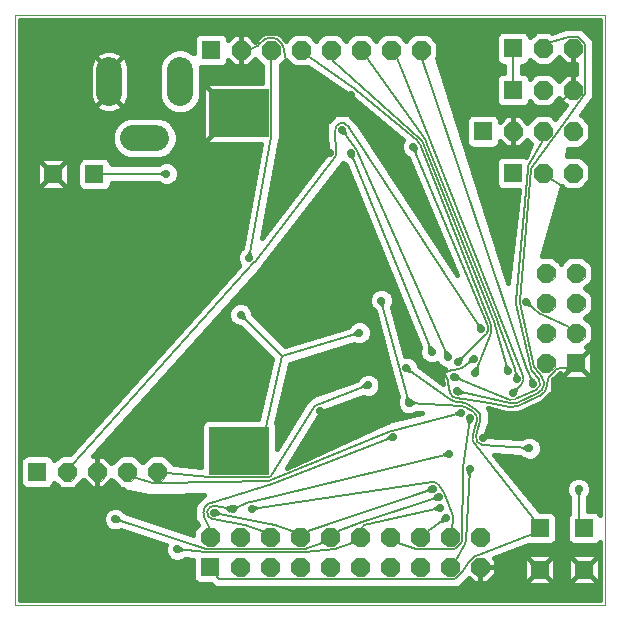
<source format=gbl>
G04 This is an RS-274x file exported by *
G04 gerbv version 2.6.1 *
G04 More information is available about gerbv at *
G04 http://gerbv.geda-project.org/ *
G04 --End of header info--*
%MOIN*%
%FSLAX34Y34*%
%IPPOS*%
G04 --Define apertures--*
%AMMACRO10*
21,1,0.060000,0.060000,0.000000,0.000000,0.000000*
%
%ADD10MACRO10*%
%AMMACRO11*
21,1,0.196850,0.157480,0.000000,0.000000,0.000000*
%
%ADD11MACRO11*%
%AMMACRO12*
21,1,0.059055,0.059055,0.000000,0.000000,0.000000*
%
%ADD12MACRO12*%
%ADD13C,0.0000*%
%ADD14C,0.0060*%
%ADD15C,0.0000*%
%ADD16C,0.0157*%
%ADD17C,0.0276*%
%ADD18C,0.0860*%
%ADD19C,0.0150*%
G04 --Start main section--*
G36*
G01X0019620Y0004110D02*
G01X0019597Y0004072D01*
G01X0019597Y0003634D01*
G01X0019776Y0003634D01*
G01X0019830Y0003634D01*
G01X0019931Y0003592D01*
G01X0020006Y0003518D01*
G01X0020006Y0020006D01*
G01X0000679Y0020006D01*
G01X0000679Y0000679D01*
G01X0020006Y0000679D01*
G01X0020006Y0002608D01*
G01X0019932Y0002534D01*
G01X0019831Y0002492D01*
G01X0019776Y0002492D01*
G01X0019240Y0002492D01*
G01X0019185Y0002492D01*
G01X0019130Y0002492D01*
G01X0019029Y0002534D01*
G01X0018951Y0002612D01*
G01X0018909Y0002713D01*
G01X0018909Y0002768D01*
G01X0018909Y0002823D01*
G01X0018909Y0003358D01*
G01X0018909Y0003413D01*
G01X0018951Y0003514D01*
G01X0018986Y0003549D01*
G01X0018986Y0004072D01*
G01X0018963Y0004110D01*
G01X0018941Y0004132D01*
G01X0018921Y0004180D01*
G01X0018905Y0004206D01*
G01X0018903Y0004224D01*
G01X0018878Y0004284D01*
G01X0018878Y0004448D01*
G01X0018941Y0004600D01*
G01X0019057Y0004717D01*
G01X0019209Y0004780D01*
G01X0019374Y0004780D01*
G01X0019526Y0004717D01*
G01X0019642Y0004600D01*
G01X0019705Y0004448D01*
G01X0019705Y0004284D01*
G01X0019680Y0004224D01*
G01X0019677Y0004206D01*
G01X0019662Y0004180D01*
G01X0019642Y0004132D01*
G01X0019620Y0004110D01*
G01X0019620Y0004110D01*
G37*
%LPC*%
G36*
G01X0008013Y0012360D02*
G01X0008068Y0012422D01*
G01X0008709Y0015882D01*
G01X0007042Y0015882D01*
G01X0006996Y0015882D01*
G01X0006951Y0015882D01*
G01X0006866Y0015917D01*
G01X0006802Y0015982D01*
G01X0006767Y0016066D01*
G01X0006767Y0016111D01*
G01X0006767Y0016157D01*
G01X0006767Y0017686D01*
G01X0006767Y0017731D01*
G01X0006802Y0017815D01*
G01X0006866Y0017880D01*
G01X0006950Y0017915D01*
G01X0006996Y0017915D01*
G01X0008749Y0017915D01*
G01X0008749Y0018480D01*
G01X0008720Y0018509D01*
G01X0008544Y0018685D01*
G01X0008506Y0018723D01*
G01X0008501Y0018718D01*
G01X0008325Y0018542D01*
G01X0008293Y0018510D01*
G01X0008209Y0018475D01*
G01X0008164Y0018475D01*
G01X0007915Y0018475D01*
G01X0007870Y0018475D01*
G01X0007786Y0018510D01*
G01X0007753Y0018542D01*
G01X0007615Y0018681D01*
G01X0007615Y0018649D01*
G01X0007573Y0018548D01*
G01X0007496Y0018470D01*
G01X0007394Y0018428D01*
G01X0007339Y0018428D01*
G01X0006739Y0018428D01*
G01X0006717Y0018428D01*
G01X0006717Y0017474D01*
G01X0006669Y0017295D01*
G01X0006576Y0017134D01*
G01X0006445Y0017002D01*
G01X0006284Y0016909D01*
G01X0006105Y0016861D01*
G01X0005919Y0016861D01*
G01X0005739Y0016909D01*
G01X0005579Y0017002D01*
G01X0005447Y0017134D01*
G01X0005354Y0017295D01*
G01X0005306Y0017474D01*
G01X0005306Y0018447D01*
G01X0005354Y0018627D01*
G01X0005447Y0018788D01*
G01X0005579Y0018919D01*
G01X0005739Y0019012D01*
G01X0005919Y0019060D01*
G01X0006105Y0019060D01*
G01X0006284Y0019012D01*
G01X0006445Y0018919D01*
G01X0006464Y0018900D01*
G01X0006464Y0019249D01*
G01X0006464Y0019304D01*
G01X0006464Y0019359D01*
G01X0006506Y0019460D01*
G01X0006583Y0019538D01*
G01X0006685Y0019580D01*
G01X0006739Y0019580D01*
G01X0006794Y0019580D01*
G01X0007339Y0019580D01*
G01X0007394Y0019580D01*
G01X0007495Y0019538D01*
G01X0007573Y0019460D01*
G01X0007615Y0019359D01*
G01X0007615Y0019327D01*
G01X0007753Y0019466D01*
G01X0007785Y0019498D01*
G01X0007869Y0019533D01*
G01X0007915Y0019533D01*
G01X0008164Y0019533D01*
G01X0008209Y0019533D01*
G01X0008293Y0019498D01*
G01X0008325Y0019466D01*
G01X0008501Y0019290D01*
G01X0008506Y0019285D01*
G01X0008545Y0019323D01*
G01X0008583Y0019362D01*
G01X0008720Y0019499D01*
G01X0008759Y0019537D01*
G01X0008860Y0019579D01*
G01X0008915Y0019580D01*
G01X0009164Y0019580D01*
G01X0009218Y0019580D01*
G01X0009320Y0019538D01*
G01X0009359Y0019499D01*
G01X0009534Y0019323D01*
G01X0009539Y0019318D01*
G01X0009545Y0019323D01*
G01X0009583Y0019362D01*
G01X0009720Y0019499D01*
G01X0009759Y0019537D01*
G01X0009860Y0019579D01*
G01X0009915Y0019580D01*
G01X0010164Y0019580D01*
G01X0010218Y0019580D01*
G01X0010320Y0019538D01*
G01X0010359Y0019499D01*
G01X0010534Y0019323D01*
G01X0010539Y0019318D01*
G01X0010545Y0019323D01*
G01X0010583Y0019362D01*
G01X0010720Y0019499D01*
G01X0010759Y0019537D01*
G01X0010860Y0019579D01*
G01X0010915Y0019580D01*
G01X0011164Y0019580D01*
G01X0011218Y0019580D01*
G01X0011320Y0019538D01*
G01X0011359Y0019499D01*
G01X0011534Y0019323D01*
G01X0011539Y0019318D01*
G01X0011545Y0019323D01*
G01X0011583Y0019362D01*
G01X0011720Y0019499D01*
G01X0011759Y0019537D01*
G01X0011860Y0019579D01*
G01X0011915Y0019580D01*
G01X0012164Y0019580D01*
G01X0012218Y0019580D01*
G01X0012320Y0019538D01*
G01X0012359Y0019499D01*
G01X0012534Y0019323D01*
G01X0012539Y0019318D01*
G01X0012545Y0019323D01*
G01X0012583Y0019362D01*
G01X0012720Y0019499D01*
G01X0012759Y0019537D01*
G01X0012860Y0019579D01*
G01X0012915Y0019580D01*
G01X0013164Y0019580D01*
G01X0013218Y0019580D01*
G01X0013320Y0019538D01*
G01X0013359Y0019499D01*
G01X0013534Y0019323D01*
G01X0013539Y0019318D01*
G01X0013545Y0019323D01*
G01X0013583Y0019362D01*
G01X0013720Y0019499D01*
G01X0013759Y0019537D01*
G01X0013860Y0019579D01*
G01X0013915Y0019580D01*
G01X0014164Y0019580D01*
G01X0014218Y0019580D01*
G01X0014320Y0019538D01*
G01X0014359Y0019499D01*
G01X0014534Y0019323D01*
G01X0014573Y0019284D01*
G01X0014615Y0019183D01*
G01X0014615Y0019128D01*
G01X0014615Y0018880D01*
G01X0014615Y0018825D01*
G01X0014577Y0018733D01*
G01X0016956Y0011245D01*
G01X0017321Y0014338D01*
G01X0016806Y0014338D01*
G01X0016752Y0014338D01*
G01X0016650Y0014380D01*
G01X0016573Y0014457D01*
G01X0016531Y0014558D01*
G01X0016531Y0014613D01*
G01X0016531Y0015159D01*
G01X0016531Y0015213D01*
G01X0016531Y0015268D01*
G01X0016573Y0015369D01*
G01X0016650Y0015447D01*
G01X0016751Y0015489D01*
G01X0016806Y0015489D01*
G01X0016861Y0015489D01*
G01X0017406Y0015489D01*
G01X0017461Y0015489D01*
G01X0017541Y0015456D01*
G01X0017714Y0015882D01*
G01X0017615Y0015980D01*
G01X0017577Y0016018D01*
G01X0017572Y0016013D01*
G01X0017396Y0015837D01*
G01X0017364Y0015805D01*
G01X0017280Y0015771D01*
G01X0017234Y0015770D01*
G01X0016986Y0015770D01*
G01X0016941Y0015770D01*
G01X0016857Y0015805D01*
G01X0016824Y0015837D01*
G01X0016686Y0015976D01*
G01X0016686Y0015945D01*
G01X0016644Y0015843D01*
G01X0016567Y0015766D01*
G01X0016465Y0015724D01*
G01X0016410Y0015724D01*
G01X0015810Y0015724D01*
G01X0015756Y0015724D01*
G01X0015654Y0015765D01*
G01X0015577Y0015843D01*
G01X0015535Y0015944D01*
G01X0015535Y0015999D01*
G01X0015535Y0016544D01*
G01X0015535Y0016599D01*
G01X0015535Y0016654D01*
G01X0015577Y0016755D01*
G01X0015654Y0016833D01*
G01X0015755Y0016875D01*
G01X0015810Y0016875D01*
G01X0015865Y0016875D01*
G01X0016410Y0016875D01*
G01X0016465Y0016875D01*
G01X0016566Y0016833D01*
G01X0016644Y0016756D01*
G01X0016686Y0016654D01*
G01X0016686Y0016623D01*
G01X0016824Y0016761D01*
G01X0016856Y0016793D01*
G01X0016940Y0016828D01*
G01X0016986Y0016828D01*
G01X0017234Y0016828D01*
G01X0017280Y0016828D01*
G01X0017364Y0016793D01*
G01X0017396Y0016761D01*
G01X0017572Y0016585D01*
G01X0017577Y0016580D01*
G01X0017615Y0016618D01*
G01X0017654Y0016657D01*
G01X0017791Y0016794D01*
G01X0017830Y0016833D01*
G01X0017931Y0016875D01*
G01X0017986Y0016875D01*
G01X0018234Y0016875D01*
G01X0018289Y0016875D01*
G01X0018390Y0016833D01*
G01X0018429Y0016794D01*
G01X0018520Y0016704D01*
G01X0018868Y0017177D01*
G01X0018853Y0017183D01*
G01X0018820Y0017215D01*
G01X0018645Y0017391D01*
G01X0018639Y0017396D01*
G01X0018601Y0017358D01*
G01X0018425Y0017182D01*
G01X0018387Y0017144D01*
G01X0018286Y0017102D01*
G01X0018231Y0017102D01*
G01X0017982Y0017102D01*
G01X0017927Y0017101D01*
G01X0017826Y0017143D01*
G01X0017787Y0017182D01*
G01X0017672Y0017298D01*
G01X0017640Y0017221D01*
G01X0017563Y0017144D01*
G01X0017461Y0017102D01*
G01X0017406Y0017102D01*
G01X0016806Y0017102D01*
G01X0016752Y0017102D01*
G01X0016650Y0017143D01*
G01X0016573Y0017221D01*
G01X0016531Y0017322D01*
G01X0016531Y0017377D01*
G01X0016531Y0017922D01*
G01X0016531Y0017977D01*
G01X0016531Y0018032D01*
G01X0016573Y0018133D01*
G01X0016650Y0018211D01*
G01X0016751Y0018253D01*
G01X0016803Y0018253D01*
G01X0016803Y0018483D01*
G01X0016756Y0018483D01*
G01X0016654Y0018525D01*
G01X0016577Y0018603D01*
G01X0016535Y0018704D01*
G01X0016535Y0018759D01*
G01X0016535Y0019304D01*
G01X0016535Y0019359D01*
G01X0016535Y0019414D01*
G01X0016577Y0019515D01*
G01X0016654Y0019593D01*
G01X0016755Y0019635D01*
G01X0016810Y0019635D01*
G01X0016865Y0019635D01*
G01X0017410Y0019635D01*
G01X0017465Y0019635D01*
G01X0017566Y0019593D01*
G01X0017644Y0019515D01*
G01X0017676Y0019438D01*
G01X0017791Y0019554D01*
G01X0017830Y0019593D01*
G01X0017931Y0019635D01*
G01X0017986Y0019635D01*
G01X0018234Y0019635D01*
G01X0018289Y0019635D01*
G01X0018390Y0019593D01*
G01X0018397Y0019586D01*
G01X0018842Y0019736D01*
G01X0018888Y0019755D01*
G01X0018924Y0019755D01*
G01X0018949Y0019755D01*
G01X0019023Y0019755D01*
G01X0019084Y0019755D01*
G01X0019211Y0019755D01*
G01X0019272Y0019755D01*
G01X0019332Y0019755D01*
G01X0019445Y0019709D01*
G01X0019488Y0019665D01*
G01X0019541Y0019613D01*
G01X0019584Y0019570D01*
G01X0019674Y0019480D01*
G01X0019717Y0019437D01*
G01X0019759Y0019394D01*
G01X0019806Y0019282D01*
G01X0019806Y0019221D01*
G01X0019806Y0018972D01*
G01X0019806Y0018911D01*
G01X0019806Y0018897D01*
G01X0019806Y0018897D01*
G01X0019802Y0017515D01*
G01X0019802Y0017466D01*
G01X0019771Y0017373D01*
G01X0019743Y0017334D01*
G01X0019377Y0016838D01*
G01X0019390Y0016833D01*
G01X0019429Y0016794D01*
G01X0019605Y0016618D01*
G01X0019644Y0016580D01*
G01X0019686Y0016479D01*
G01X0019686Y0016423D01*
G01X0019686Y0016175D01*
G01X0019686Y0016120D01*
G01X0019644Y0016019D01*
G01X0019605Y0015980D01*
G01X0019429Y0015804D01*
G01X0019391Y0015766D01*
G01X0019290Y0015724D01*
G01X0019234Y0015724D01*
G01X0018986Y0015724D01*
G01X0018932Y0015724D01*
G01X0018900Y0015478D01*
G01X0018927Y0015489D01*
G01X0018982Y0015489D01*
G01X0019231Y0015489D01*
G01X0019285Y0015489D01*
G01X0019386Y0015447D01*
G01X0019425Y0015408D01*
G01X0019601Y0015233D01*
G01X0019640Y0015194D01*
G01X0019682Y0015093D01*
G01X0019682Y0015038D01*
G01X0019682Y0014789D01*
G01X0019682Y0014735D01*
G01X0019640Y0014633D01*
G01X0019601Y0014594D01*
G01X0019425Y0014419D01*
G01X0019387Y0014380D01*
G01X0019286Y0014338D01*
G01X0019231Y0014338D01*
G01X0018982Y0014338D01*
G01X0018927Y0014338D01*
G01X0018826Y0014380D01*
G01X0018787Y0014419D01*
G01X0018734Y0014472D01*
G01X0018062Y0012150D01*
G01X0018073Y0012150D01*
G01X0018321Y0012150D01*
G01X0018376Y0012150D01*
G01X0018477Y0012109D01*
G01X0018516Y0012070D01*
G01X0018692Y0011894D01*
G01X0018697Y0011889D01*
G01X0018702Y0011894D01*
G01X0018878Y0012070D01*
G01X0018916Y0012108D01*
G01X0019018Y0012150D01*
G01X0019073Y0012150D01*
G01X0019321Y0012150D01*
G01X0019376Y0012150D01*
G01X0019477Y0012109D01*
G01X0019516Y0012070D01*
G01X0019692Y0011894D01*
G01X0019730Y0011855D01*
G01X0019772Y0011754D01*
G01X0019772Y0011699D01*
G01X0019772Y0011451D01*
G01X0019773Y0011396D01*
G01X0019731Y0011295D01*
G01X0019692Y0011256D01*
G01X0019516Y0011080D01*
G01X0019511Y0011075D01*
G01X0019516Y0011070D01*
G01X0019692Y0010894D01*
G01X0019730Y0010855D01*
G01X0019772Y0010754D01*
G01X0019772Y0010699D01*
G01X0019772Y0010451D01*
G01X0019773Y0010396D01*
G01X0019731Y0010295D01*
G01X0019692Y0010256D01*
G01X0019516Y0010080D01*
G01X0019511Y0010075D01*
G01X0019516Y0010070D01*
G01X0019692Y0009894D01*
G01X0019730Y0009855D01*
G01X0019772Y0009754D01*
G01X0019772Y0009699D01*
G01X0019772Y0009451D01*
G01X0019773Y0009396D01*
G01X0019731Y0009295D01*
G01X0019692Y0009256D01*
G01X0019540Y0009104D01*
G01X0019542Y0009104D01*
G01X0019626Y0009069D01*
G01X0019691Y0009005D01*
G01X0019726Y0008921D01*
G01X0019726Y0008875D01*
G01X0019726Y0008275D01*
G01X0019726Y0008229D01*
G01X0019691Y0008145D01*
G01X0019627Y0008081D01*
G01X0019543Y0008046D01*
G01X0019497Y0008046D01*
G01X0018942Y0008046D01*
G01X0018897Y0008046D01*
G01X0018851Y0008046D01*
G01X0018767Y0008081D01*
G01X0018703Y0008145D01*
G01X0018668Y0008229D01*
G01X0018668Y0008232D01*
G01X0018516Y0008080D01*
G01X0018477Y0008041D01*
G01X0018443Y0008027D01*
G01X0018443Y0007746D01*
G01X0018443Y0007686D01*
G01X0018397Y0007573D01*
G01X0018354Y0007530D01*
G01X0018150Y0007326D01*
G01X0018130Y0007307D01*
G01X0018086Y0007276D01*
G01X0018062Y0007265D01*
G01X0017365Y0006942D01*
G01X0017334Y0006928D01*
G01X0017270Y0006914D01*
G01X0017236Y0006914D01*
G01X0016948Y0006914D01*
G01X0016930Y0006914D01*
G01X0016895Y0006918D01*
G01X0016877Y0006922D01*
G01X0016282Y0007064D01*
G01X0016284Y0007062D01*
G01X0016331Y0006949D01*
G01X0016331Y0006888D01*
G01X0016331Y0006600D01*
G01X0016331Y0006573D01*
G01X0016322Y0006521D01*
G01X0016313Y0006496D01*
G01X0016185Y0006144D01*
G01X0017377Y0006061D01*
G01X0017404Y0006075D01*
G01X0017415Y0006087D01*
G01X0017477Y0006112D01*
G01X0017517Y0006132D01*
G01X0017528Y0006133D01*
G01X0017567Y0006150D01*
G01X0017732Y0006150D01*
G01X0017884Y0006087D01*
G01X0018000Y0005970D01*
G01X0018063Y0005818D01*
G01X0018063Y0005654D01*
G01X0018000Y0005502D01*
G01X0017884Y0005386D01*
G01X0017732Y0005323D01*
G01X0017567Y0005323D01*
G01X0017482Y0005358D01*
G01X0017463Y0005362D01*
G01X0017450Y0005371D01*
G01X0017415Y0005386D01*
G01X0017383Y0005418D01*
G01X0017335Y0005452D01*
G01X0016483Y0005511D01*
G01X0017991Y0003634D01*
G01X0018291Y0003634D01*
G01X0018346Y0003634D01*
G01X0018447Y0003592D01*
G01X0018525Y0003515D01*
G01X0018567Y0003413D01*
G01X0018567Y0003358D01*
G01X0018567Y0002768D01*
G01X0018567Y0002713D01*
G01X0018525Y0002612D01*
G01X0018448Y0002534D01*
G01X0018346Y0002492D01*
G01X0018291Y0002492D01*
G01X0017756Y0002492D01*
G01X0017701Y0002492D01*
G01X0017646Y0002492D01*
G01X0017607Y0002508D01*
G01X0016473Y0002070D01*
G01X0016485Y0002058D01*
G01X0016517Y0002026D01*
G01X0016552Y0001942D01*
G01X0016552Y0001896D01*
G01X0016552Y0001647D01*
G01X0016552Y0001602D01*
G01X0016518Y0001518D01*
G01X0016485Y0001486D01*
G01X0016310Y0001310D01*
G01X0016278Y0001278D01*
G01X0016194Y0001243D01*
G01X0016148Y0001243D01*
G01X0015899Y0001243D01*
G01X0015854Y0001243D01*
G01X0015770Y0001278D01*
G01X0015738Y0001310D01*
G01X0015642Y0001406D01*
G01X0015640Y0001404D01*
G01X0015630Y0001394D01*
G01X0015620Y0001384D01*
G01X0015577Y0001341D01*
G01X0015401Y0001165D01*
G01X0015359Y0001123D01*
G01X0015246Y0001076D01*
G01X0015185Y0001076D01*
G01X0015171Y0001076D01*
G01X0015124Y0001076D01*
G01X0015111Y0001076D01*
G01X0007862Y0001076D01*
G01X0007801Y0001076D01*
G01X0007286Y0001076D01*
G01X0007225Y0001076D01*
G01X0007113Y0001123D01*
G01X0007070Y0001166D01*
G01X0007040Y0001196D01*
G01X0006724Y0001196D01*
G01X0006669Y0001196D01*
G01X0006568Y0001238D01*
G01X0006490Y0001315D01*
G01X0006448Y0001417D01*
G01X0006448Y0001472D01*
G01X0006448Y0001995D01*
G01X0006179Y0002025D01*
G01X0006161Y0002017D01*
G01X0006155Y0002012D01*
G01X0006086Y0001983D01*
G01X0006037Y0001961D01*
G01X0006032Y0001961D01*
G01X0006004Y0001949D01*
G01X0005839Y0001949D01*
G01X0005687Y0002012D01*
G01X0005571Y0002128D01*
G01X0005508Y0002280D01*
G01X0005508Y0002444D01*
G01X0005530Y0002499D01*
G01X0004034Y0002992D01*
G01X0003976Y0002978D01*
G01X0003933Y0002961D01*
G01X0003896Y0002961D01*
G01X0003882Y0002957D01*
G01X0003863Y0002961D01*
G01X0003768Y0002961D01*
G01X0003616Y0003024D01*
G01X0003500Y0003140D01*
G01X0003437Y0003292D01*
G01X0003437Y0003456D01*
G01X0003500Y0003608D01*
G01X0003616Y0003724D01*
G01X0003768Y0003787D01*
G01X0003933Y0003787D01*
G01X0004085Y0003724D01*
G01X0004114Y0003695D01*
G01X0004123Y0003690D01*
G01X0004154Y0003656D01*
G01X0004201Y0003608D01*
G01X0004207Y0003594D01*
G01X0004226Y0003572D01*
G01X0006448Y0002840D01*
G01X0006448Y0002841D01*
G01X0006448Y0002896D01*
G01X0006448Y0002951D01*
G01X0006490Y0003052D01*
G01X0006529Y0003091D01*
G01X0006568Y0003130D01*
G01X0006600Y0003162D01*
G01X0006526Y0003285D01*
G01X0006505Y0003321D01*
G01X0006482Y0003401D01*
G01X0006482Y0003443D01*
G01X0006482Y0003732D01*
G01X0006482Y0003792D01*
G01X0006529Y0003904D01*
G01X0006572Y0003948D01*
G01X0006776Y0004152D01*
G01X0006793Y0004169D01*
G01X0005475Y0004137D01*
G01X0005467Y0004137D01*
G01X0005354Y0004137D01*
G01X0005293Y0004137D01*
G01X0005044Y0004137D01*
G01X0005032Y0004137D01*
G01X0004984Y0004137D01*
G01X0004959Y0004147D01*
G01X0004291Y0004261D01*
G01X0004245Y0004269D01*
G01X0004160Y0004313D01*
G01X0004127Y0004346D01*
G01X0004096Y0004377D01*
G01X0004077Y0004377D01*
G01X0003976Y0004419D01*
G01X0003937Y0004458D01*
G01X0003800Y0004595D01*
G01X0003761Y0004634D01*
G01X0003723Y0004672D01*
G01X0003718Y0004667D01*
G01X0003542Y0004491D01*
G01X0003510Y0004459D01*
G01X0003426Y0004424D01*
G01X0003380Y0004424D01*
G01X0003132Y0004424D01*
G01X0003086Y0004424D01*
G01X0003002Y0004459D01*
G01X0002970Y0004491D01*
G01X0002826Y0004635D01*
G01X0002794Y0004667D01*
G01X0002789Y0004672D01*
G01X0002751Y0004634D01*
G01X0002575Y0004458D01*
G01X0002536Y0004419D01*
G01X0002435Y0004377D01*
G01X0002380Y0004377D01*
G01X0002132Y0004377D01*
G01X0002077Y0004377D01*
G01X0001976Y0004419D01*
G01X0001937Y0004458D01*
G01X0001821Y0004573D01*
G01X0001790Y0004497D01*
G01X0001712Y0004419D01*
G01X0001611Y0004377D01*
G01X0001556Y0004377D01*
G01X0001011Y0004377D01*
G01X0000956Y0004377D01*
G01X0000901Y0004377D01*
G01X0000800Y0004419D01*
G01X0000722Y0004497D01*
G01X0000680Y0004598D01*
G01X0000680Y0004653D01*
G01X0000680Y0004708D01*
G01X0000680Y0005253D01*
G01X0000680Y0005307D01*
G01X0000722Y0005409D01*
G01X0000800Y0005486D01*
G01X0000901Y0005528D01*
G01X0000956Y0005528D01*
G01X0001556Y0005528D01*
G01X0001610Y0005528D01*
G01X0001712Y0005487D01*
G01X0001789Y0005409D01*
G01X0001821Y0005332D01*
G01X0001937Y0005448D01*
G01X0001975Y0005486D01*
G01X0002077Y0005528D01*
G01X0002132Y0005528D01*
G01X0002341Y0005528D01*
G01X0007987Y0011821D01*
G01X0007964Y0011843D01*
G01X0007901Y0011995D01*
G01X0007901Y0012159D01*
G01X0007964Y0012311D01*
G01X0008013Y0012360D01*
G37*
G36*
G01X0005299Y0014560D02*
G01X0005261Y0014583D01*
G01X0003728Y0014583D01*
G01X0003728Y0014575D01*
G01X0003728Y0014520D01*
G01X0003687Y0014419D01*
G01X0003609Y0014341D01*
G01X0003508Y0014299D01*
G01X0003453Y0014299D01*
G01X0002862Y0014299D01*
G01X0002808Y0014299D01*
G01X0002706Y0014341D01*
G01X0002629Y0014419D01*
G01X0002587Y0014520D01*
G01X0002587Y0014575D01*
G01X0002587Y0015111D01*
G01X0002587Y0015165D01*
G01X0002587Y0015220D01*
G01X0002629Y0015321D01*
G01X0002706Y0015399D01*
G01X0002807Y0015441D01*
G01X0002862Y0015441D01*
G01X0002917Y0015441D01*
G01X0003453Y0015441D01*
G01X0003507Y0015441D01*
G01X0003609Y0015399D01*
G01X0003686Y0015322D01*
G01X0003728Y0015220D01*
G01X0003728Y0015194D01*
G01X0005261Y0015194D01*
G01X0005299Y0015217D01*
G01X0005321Y0015239D01*
G01X0005369Y0015259D01*
G01X0005395Y0015274D01*
G01X0005413Y0015277D01*
G01X0005473Y0015302D01*
G01X0005637Y0015302D01*
G01X0005789Y0015239D01*
G01X0005906Y0015123D01*
G01X0005969Y0014971D01*
G01X0005969Y0014806D01*
G01X0005906Y0014654D01*
G01X0005789Y0014538D01*
G01X0005637Y0014475D01*
G01X0005473Y0014475D01*
G01X0005413Y0014500D01*
G01X0005395Y0014503D01*
G01X0005369Y0014518D01*
G01X0005321Y0014538D01*
G01X0005299Y0014560D01*
G37*
G36*
G01X0001484Y0015394D02*
G01X0001530Y0015394D01*
G01X0002075Y0015394D01*
G01X0002120Y0015394D01*
G01X0002204Y0015359D01*
G01X0002269Y0015295D01*
G01X0002304Y0015211D01*
G01X0002304Y0015165D01*
G01X0002304Y0014575D01*
G01X0002304Y0014529D01*
G01X0002269Y0014445D01*
G01X0002205Y0014381D01*
G01X0002121Y0014346D01*
G01X0002075Y0014346D01*
G01X0001484Y0014346D01*
G01X0001439Y0014346D01*
G01X0001355Y0014381D01*
G01X0001290Y0014445D01*
G01X0001256Y0014529D01*
G01X0001256Y0014575D01*
G01X0001256Y0015120D01*
G01X0001256Y0015165D01*
G01X0001256Y0015211D01*
G01X0001290Y0015295D01*
G01X0001355Y0015359D01*
G01X0001439Y0015394D01*
G01X0001484Y0015394D01*
G37*
G36*
G01X0018956Y0001390D02*
G01X0018956Y0001435D01*
G01X0018956Y0001980D01*
G01X0018956Y0002026D01*
G01X0018991Y0002110D01*
G01X0019055Y0002174D01*
G01X0019139Y0002209D01*
G01X0019185Y0002209D01*
G01X0019776Y0002209D01*
G01X0019821Y0002209D01*
G01X0019905Y0002174D01*
G01X0019969Y0002110D01*
G01X0020004Y0002026D01*
G01X0020004Y0001980D01*
G01X0020004Y0001390D01*
G01X0020004Y0001344D01*
G01X0019970Y0001260D01*
G01X0019905Y0001196D01*
G01X0019821Y0001161D01*
G01X0019776Y0001161D01*
G01X0019231Y0001161D01*
G01X0019185Y0001161D01*
G01X0019140Y0001161D01*
G01X0019055Y0001196D01*
G01X0018991Y0001260D01*
G01X0018956Y0001344D01*
G01X0018956Y0001390D01*
G37*
G36*
G01X0017472Y0001390D02*
G01X0017472Y0001435D01*
G01X0017472Y0001980D01*
G01X0017472Y0002026D01*
G01X0017507Y0002110D01*
G01X0017571Y0002174D01*
G01X0017655Y0002209D01*
G01X0017701Y0002209D01*
G01X0018291Y0002209D01*
G01X0018337Y0002209D01*
G01X0018421Y0002174D01*
G01X0018485Y0002110D01*
G01X0018520Y0002026D01*
G01X0018520Y0001980D01*
G01X0018520Y0001390D01*
G01X0018520Y0001344D01*
G01X0018485Y0001260D01*
G01X0018421Y0001196D01*
G01X0018337Y0001161D01*
G01X0018291Y0001161D01*
G01X0017746Y0001161D01*
G01X0017701Y0001161D01*
G01X0017655Y0001161D01*
G01X0017571Y0001196D01*
G01X0017507Y0001260D01*
G01X0017472Y0001344D01*
G01X0017472Y0001390D01*
G37*
G36*
G01X0004308Y0017436D02*
G01X0004208Y0017194D01*
G01X0004023Y0017008D01*
G01X0003781Y0016908D01*
G01X0003519Y0016908D01*
G01X0003276Y0017008D01*
G01X0003091Y0017194D01*
G01X0002991Y0017436D01*
G01X0002991Y0018485D01*
G01X0003091Y0018727D01*
G01X0003276Y0018913D01*
G01X0003519Y0019013D01*
G01X0003781Y0019013D01*
G01X0004023Y0018913D01*
G01X0004208Y0018727D01*
G01X0004308Y0018485D01*
G01X0004308Y0017436D01*
G37*
G36*
G01X0004344Y0015365D02*
G01X0004165Y0015413D01*
G01X0004004Y0015506D01*
G01X0003872Y0015638D01*
G01X0003779Y0015799D01*
G01X0003731Y0015978D01*
G01X0003731Y0016164D01*
G01X0003779Y0016343D01*
G01X0003872Y0016504D01*
G01X0004004Y0016635D01*
G01X0004165Y0016728D01*
G01X0004344Y0016776D01*
G01X0005317Y0016776D01*
G01X0005497Y0016728D01*
G01X0005658Y0016635D01*
G01X0005789Y0016504D01*
G01X0005882Y0016343D01*
G01X0005930Y0016164D01*
G01X0005930Y0015978D01*
G01X0005882Y0015799D01*
G01X0005789Y0015638D01*
G01X0005658Y0015506D01*
G01X0005497Y0015413D01*
G01X0005317Y0015365D01*
G01X0004344Y0015365D01*
G37*
%LPD*%
G36*
G01X0011491Y0015197D02*
G01X0011463Y0015209D01*
G01X0011428Y0015244D01*
G01X0008785Y0011797D01*
G01X0008782Y0011792D01*
G01X0008774Y0011783D01*
G01X0008770Y0011779D01*
G01X0003120Y0005481D01*
G01X0003132Y0005481D01*
G01X0003380Y0005481D01*
G01X0003425Y0005482D01*
G01X0003510Y0005447D01*
G01X0003542Y0005414D01*
G01X0003718Y0005239D01*
G01X0003723Y0005234D01*
G01X0003761Y0005272D01*
G01X0003937Y0005448D01*
G01X0003975Y0005486D01*
G01X0004077Y0005528D01*
G01X0004132Y0005528D01*
G01X0004380Y0005528D01*
G01X0004435Y0005528D01*
G01X0004536Y0005487D01*
G01X0004575Y0005448D01*
G01X0004751Y0005272D01*
G01X0004756Y0005267D01*
G01X0004761Y0005272D01*
G01X0004937Y0005448D01*
G01X0004975Y0005486D01*
G01X0005077Y0005528D01*
G01X0005132Y0005528D01*
G01X0005380Y0005528D01*
G01X0005435Y0005528D01*
G01X0005536Y0005487D01*
G01X0005575Y0005448D01*
G01X0005751Y0005272D01*
G01X0005789Y0005233D01*
G01X0005802Y0005204D01*
G01X0006720Y0005104D01*
G01X0006720Y0006436D01*
G01X0006720Y0006491D01*
G01X0006762Y0006592D01*
G01X0006840Y0006670D01*
G01X0006941Y0006712D01*
G01X0006996Y0006712D01*
G01X0008616Y0006712D01*
G01X0009081Y0008696D01*
G01X0008022Y0009765D01*
G01X0007979Y0009776D01*
G01X0007949Y0009776D01*
G01X0007901Y0009796D01*
G01X0007870Y0009803D01*
G01X0007856Y0009814D01*
G01X0007797Y0009839D01*
G01X0007681Y0009955D01*
G01X0007618Y0010107D01*
G01X0007618Y0010271D01*
G01X0007681Y0010423D01*
G01X0007797Y0010539D01*
G01X0007949Y0010602D01*
G01X0008114Y0010602D01*
G01X0008266Y0010539D01*
G01X0008382Y0010423D01*
G01X0008407Y0010362D01*
G01X0008418Y0010347D01*
G01X0008425Y0010318D01*
G01X0008445Y0010271D01*
G01X0008445Y0010239D01*
G01X0008456Y0010195D01*
G01X0009504Y0009138D01*
G01X0011613Y0009785D01*
G01X0011630Y0009803D01*
G01X0011634Y0009813D01*
G01X0011684Y0009863D01*
G01X0011718Y0009901D01*
G01X0011725Y0009904D01*
G01X0011750Y0009929D01*
G01X0011902Y0009992D01*
G01X0012066Y0009992D01*
G01X0012218Y0009929D01*
G01X0012335Y0009813D01*
G01X0012398Y0009661D01*
G01X0012398Y0009496D01*
G01X0012335Y0009345D01*
G01X0012218Y0009228D01*
G01X0012066Y0009165D01*
G01X0011961Y0009165D01*
G01X0011944Y0009163D01*
G01X0011934Y0009165D01*
G01X0011902Y0009165D01*
G01X0011855Y0009185D01*
G01X0011792Y0009200D01*
G01X0009675Y0008551D01*
G01X0009210Y0006564D01*
G01X0009240Y0006491D01*
G01X0009240Y0006436D01*
G01X0009240Y0005712D01*
G01X0010170Y0007231D01*
G01X0010180Y0007246D01*
G01X0010202Y0007274D01*
G01X0010215Y0007287D01*
G01X0010348Y0007421D01*
G01X0010372Y0007444D01*
G01X0010428Y0007480D01*
G01X0010459Y0007491D01*
G01X0011894Y0008020D01*
G01X0011916Y0008048D01*
G01X0011925Y0008069D01*
G01X0011968Y0008111D01*
G01X0011992Y0008141D01*
G01X0012005Y0008148D01*
G01X0012041Y0008185D01*
G01X0012193Y0008248D01*
G01X0012358Y0008248D01*
G01X0012510Y0008185D01*
G01X0012626Y0008069D01*
G01X0012689Y0007917D01*
G01X0012689Y0007752D01*
G01X0012626Y0007600D01*
G01X0012510Y0007484D01*
G01X0012358Y0007421D01*
G01X0012278Y0007421D01*
G01X0012259Y0007417D01*
G01X0012237Y0007421D01*
G01X0012193Y0007421D01*
G01X0012157Y0007436D01*
G01X0012105Y0007446D01*
G01X0010733Y0006941D01*
G01X0010673Y0006880D01*
G01X0009572Y0005083D01*
G01X0012892Y0006608D01*
G01X0012905Y0006614D01*
G01X0012933Y0006624D01*
G01X0012947Y0006627D01*
G01X0014086Y0006908D01*
G01X0013918Y0006918D01*
G01X0013889Y0006903D01*
G01X0013876Y0006890D01*
G01X0013816Y0006865D01*
G01X0013779Y0006846D01*
G01X0013767Y0006844D01*
G01X0013724Y0006827D01*
G01X0013559Y0006827D01*
G01X0013408Y0006890D01*
G01X0013291Y0007006D01*
G01X0013228Y0007158D01*
G01X0013228Y0007269D01*
G01X0013226Y0007284D01*
G01X0013228Y0007292D01*
G01X0013228Y0007322D01*
G01X0013249Y0007371D01*
G01X0013265Y0007436D01*
G01X0013030Y0008228D01*
G01X0013027Y0008238D01*
G01X0012494Y0010296D01*
G01X0012484Y0010306D01*
G01X0012482Y0010307D01*
G01X0012427Y0010362D01*
G01X0012383Y0010406D01*
G01X0012383Y0010407D01*
G01X0012366Y0010423D01*
G01X0012303Y0010575D01*
G01X0012303Y0010740D01*
G01X0012366Y0010892D01*
G01X0012482Y0011008D01*
G01X0012634Y0011071D01*
G01X0012799Y0011071D01*
G01X0012951Y0011008D01*
G01X0013067Y0010892D01*
G01X0013130Y0010740D01*
G01X0013130Y0010602D01*
G01X0013130Y0010599D01*
G01X0013130Y0010598D01*
G01X0013130Y0010575D01*
G01X0013107Y0010520D01*
G01X0013086Y0010449D01*
G01X0013507Y0008823D01*
G01X0013633Y0008823D01*
G01X0013785Y0008760D01*
G01X0013902Y0008644D01*
G01X0013932Y0008570D01*
G01X0013969Y0008482D01*
G01X0014788Y0007884D01*
G01X0014729Y0008026D01*
G01X0014729Y0008190D01*
G01X0014792Y0008342D01*
G01X0014832Y0008382D01*
G01X0014703Y0008435D01*
G01X0014586Y0008551D01*
G01X0014574Y0008582D01*
G01X0014480Y0008543D01*
G01X0014315Y0008543D01*
G01X0014163Y0008606D01*
G01X0014047Y0008723D01*
G01X0013984Y0008874D01*
G01X0013984Y0008941D01*
G01X0013980Y0008959D01*
G01X0013984Y0008988D01*
G01X0013984Y0009039D01*
G01X0013997Y0009069D01*
G01X0014003Y0009113D01*
G01X0011525Y0015171D01*
G01X0011491Y0015197D01*
G01X0011491Y0015197D01*
G37*
G36*
G01X0013483Y0015503D02*
G01X0013437Y0015549D01*
G01X0013374Y0015701D01*
G01X0013374Y0015866D01*
G01X0013427Y0015994D01*
G01X0011629Y0017501D01*
G01X0010268Y0018449D01*
G01X0010219Y0018428D01*
G01X0010164Y0018428D01*
G01X0009915Y0018428D01*
G01X0009861Y0018428D01*
G01X0009759Y0018470D01*
G01X0009720Y0018509D01*
G01X0009544Y0018685D01*
G01X0009539Y0018690D01*
G01X0009534Y0018685D01*
G01X0009360Y0018511D01*
G01X0009360Y0016074D01*
G01X0009360Y0016060D01*
G01X0009358Y0016032D01*
G01X0009355Y0016018D01*
G01X0008752Y0012757D01*
G01X0010918Y0015584D01*
G01X0010918Y0015658D01*
G01X0010878Y0016226D01*
G01X0010877Y0016232D01*
G01X0010877Y0016243D01*
G01X0010877Y0016248D01*
G01X0010877Y0016437D01*
G01X0010877Y0016497D01*
G01X0010923Y0016610D01*
G01X0010966Y0016653D01*
G01X0011100Y0016787D01*
G01X0011143Y0016829D01*
G01X0011255Y0016876D01*
G01X0011316Y0016876D01*
G01X0011505Y0016876D01*
G01X0011566Y0016876D01*
G01X0011678Y0016830D01*
G01X0011721Y0016787D01*
G01X0011855Y0016653D01*
G01X0011866Y0016642D01*
G01X0011886Y0016618D01*
G01X0011894Y0016605D01*
G01X0015242Y0011504D01*
G01X0013619Y0015394D01*
G01X0013582Y0015421D01*
G01X0013553Y0015433D01*
G01X0013517Y0015469D01*
G01X0013493Y0015487D01*
G01X0013483Y0015503D01*
G01X0013483Y0015503D01*
G37*
G36*
G01X0019193Y0018206D02*
G01X0019194Y0018530D01*
G01X0018986Y0018530D01*
G01X0018941Y0018530D01*
G01X0018857Y0018565D01*
G01X0018824Y0018597D01*
G01X0018649Y0018773D01*
G01X0018643Y0018778D01*
G01X0018605Y0018740D01*
G01X0018429Y0018564D01*
G01X0018391Y0018526D01*
G01X0018290Y0018484D01*
G01X0018234Y0018483D01*
G01X0017986Y0018483D01*
G01X0017931Y0018483D01*
G01X0017830Y0018525D01*
G01X0017791Y0018564D01*
G01X0017676Y0018680D01*
G01X0017644Y0018603D01*
G01X0017567Y0018526D01*
G01X0017465Y0018484D01*
G01X0017414Y0018483D01*
G01X0017414Y0018253D01*
G01X0017461Y0018253D01*
G01X0017562Y0018211D01*
G01X0017640Y0018133D01*
G01X0017672Y0018057D01*
G01X0017787Y0018172D01*
G01X0017826Y0018211D01*
G01X0017927Y0018253D01*
G01X0017982Y0018253D01*
G01X0018231Y0018253D01*
G01X0018285Y0018253D01*
G01X0018386Y0018211D01*
G01X0018425Y0018172D01*
G01X0018601Y0017996D01*
G01X0018639Y0017958D01*
G01X0018645Y0017963D01*
G01X0018677Y0017995D01*
G01X0018820Y0018139D01*
G01X0018852Y0018171D01*
G01X0018936Y0018206D01*
G01X0018982Y0018206D01*
G01X0019193Y0018206D01*
G01X0019193Y0018206D01*
G37*
G36*
G01X0017806Y0015038D02*
G01X0017982Y0015213D01*
G01X0018231Y0015213D01*
G01X0018406Y0015038D01*
G01X0018406Y0014789D01*
G01X0018231Y0014613D01*
G01X0017982Y0014613D01*
G01X0017806Y0014789D01*
G01X0017806Y0015038D01*
G37*
G36*
G01X0018806Y0015038D02*
G01X0018982Y0015213D01*
G01X0019231Y0015213D01*
G01X0019406Y0015038D01*
G01X0019406Y0014789D01*
G01X0019231Y0014613D01*
G01X0018982Y0014613D01*
G01X0018806Y0014789D01*
G01X0018806Y0015038D01*
G37*
G36*
G01X0016810Y0016423D02*
G01X0016986Y0016599D01*
G01X0017234Y0016599D01*
G01X0017410Y0016423D01*
G01X0017410Y0016175D01*
G01X0017234Y0015999D01*
G01X0016986Y0015999D01*
G01X0016810Y0016175D01*
G01X0016810Y0016423D01*
G37*
G36*
G01X0017810Y0016423D02*
G01X0017986Y0016599D01*
G01X0018234Y0016599D01*
G01X0018410Y0016423D01*
G01X0018410Y0016175D01*
G01X0018234Y0015999D01*
G01X0017986Y0015999D01*
G01X0017810Y0016175D01*
G01X0017810Y0016423D01*
G37*
G36*
G01X0018810Y0016423D02*
G01X0018986Y0016599D01*
G01X0019234Y0016599D01*
G01X0019410Y0016423D01*
G01X0019410Y0016175D01*
G01X0019234Y0015999D01*
G01X0018986Y0015999D01*
G01X0018810Y0016175D01*
G01X0018810Y0016423D01*
G37*
G36*
G01X0018073Y0008275D02*
G01X0017897Y0008451D01*
G01X0017897Y0008699D01*
G01X0018073Y0008875D01*
G01X0018321Y0008875D01*
G01X0018497Y0008699D01*
G01X0018497Y0008451D01*
G01X0018321Y0008275D01*
G01X0018073Y0008275D01*
G37*
G36*
G01X0019073Y0009275D02*
G01X0018897Y0009451D01*
G01X0018897Y0009699D01*
G01X0019073Y0009875D01*
G01X0019321Y0009875D01*
G01X0019497Y0009699D01*
G01X0019497Y0009451D01*
G01X0019321Y0009275D01*
G01X0019073Y0009275D01*
G37*
G36*
G01X0018073Y0009275D02*
G01X0017897Y0009451D01*
G01X0017897Y0009699D01*
G01X0018073Y0009875D01*
G01X0018321Y0009875D01*
G01X0018497Y0009699D01*
G01X0018497Y0009451D01*
G01X0018321Y0009275D01*
G01X0018073Y0009275D01*
G37*
G36*
G01X0019073Y0010275D02*
G01X0018897Y0010451D01*
G01X0018897Y0010699D01*
G01X0019073Y0010875D01*
G01X0019321Y0010875D01*
G01X0019497Y0010699D01*
G01X0019497Y0010451D01*
G01X0019321Y0010275D01*
G01X0019073Y0010275D01*
G37*
G36*
G01X0018073Y0010275D02*
G01X0017897Y0010451D01*
G01X0017897Y0010699D01*
G01X0018073Y0010875D01*
G01X0018321Y0010875D01*
G01X0018497Y0010699D01*
G01X0018497Y0010451D01*
G01X0018321Y0010275D01*
G01X0018073Y0010275D01*
G37*
G36*
G01X0019073Y0011275D02*
G01X0018897Y0011451D01*
G01X0018897Y0011699D01*
G01X0019073Y0011875D01*
G01X0019321Y0011875D01*
G01X0019497Y0011699D01*
G01X0019497Y0011451D01*
G01X0019321Y0011275D01*
G01X0019073Y0011275D01*
G37*
G36*
G01X0018073Y0011275D02*
G01X0017897Y0011451D01*
G01X0017897Y0011699D01*
G01X0018073Y0011875D01*
G01X0018321Y0011875D01*
G01X0018497Y0011699D01*
G01X0018497Y0011451D01*
G01X0018321Y0011275D01*
G01X0018073Y0011275D01*
G37*
G36*
G01X0001956Y0004829D02*
G01X0002132Y0004653D01*
G01X0002380Y0004653D01*
G01X0002556Y0004829D01*
G01X0002556Y0005077D01*
G01X0002380Y0005253D01*
G01X0002132Y0005253D01*
G01X0001956Y0005077D01*
G01X0001956Y0004829D01*
G37*
G36*
G01X0002956Y0004829D02*
G01X0003132Y0004653D01*
G01X0003380Y0004653D01*
G01X0003556Y0004829D01*
G01X0003556Y0005077D01*
G01X0003380Y0005253D01*
G01X0003132Y0005253D01*
G01X0002956Y0005077D01*
G01X0002956Y0004829D01*
G37*
G36*
G01X0003956Y0004829D02*
G01X0004132Y0004653D01*
G01X0004380Y0004653D01*
G01X0004556Y0004829D01*
G01X0004556Y0005077D01*
G01X0004380Y0005253D01*
G01X0004132Y0005253D01*
G01X0003956Y0005077D01*
G01X0003956Y0004829D01*
G37*
G36*
G01X0004956Y0004829D02*
G01X0005132Y0004653D01*
G01X0005380Y0004653D01*
G01X0005556Y0004829D01*
G01X0005556Y0005077D01*
G01X0005380Y0005253D01*
G01X0005132Y0005253D01*
G01X0004956Y0005077D01*
G01X0004956Y0004829D01*
G37*
G36*
G01X0017806Y0017801D02*
G01X0017982Y0017977D01*
G01X0018231Y0017977D01*
G01X0018406Y0017801D01*
G01X0018406Y0017553D01*
G01X0018231Y0017377D01*
G01X0017982Y0017377D01*
G01X0017806Y0017553D01*
G01X0017806Y0017801D01*
G37*
G36*
G01X0018806Y0017801D02*
G01X0018982Y0017977D01*
G01X0019231Y0017977D01*
G01X0019406Y0017801D01*
G01X0019406Y0017553D01*
G01X0019231Y0017377D01*
G01X0018982Y0017377D01*
G01X0018806Y0017553D01*
G01X0018806Y0017801D01*
G37*
G36*
G01X0017810Y0019183D02*
G01X0017986Y0019359D01*
G01X0018234Y0019359D01*
G01X0018410Y0019183D01*
G01X0018410Y0018935D01*
G01X0018234Y0018759D01*
G01X0017986Y0018759D01*
G01X0017810Y0018935D01*
G01X0017810Y0019183D01*
G37*
G36*
G01X0018810Y0019183D02*
G01X0018986Y0019359D01*
G01X0019234Y0019359D01*
G01X0019410Y0019183D01*
G01X0019410Y0018935D01*
G01X0019234Y0018759D01*
G01X0018986Y0018759D01*
G01X0018810Y0018935D01*
G01X0018810Y0019183D01*
G37*
G36*
G01X0006724Y0002896D02*
G01X0006899Y0003072D01*
G01X0007148Y0003072D01*
G01X0007324Y0002896D01*
G01X0007324Y0002647D01*
G01X0007148Y0002472D01*
G01X0006899Y0002472D01*
G01X0006724Y0002647D01*
G01X0006724Y0002896D01*
G37*
G36*
G01X0007724Y0001896D02*
G01X0007899Y0002072D01*
G01X0008148Y0002072D01*
G01X0008324Y0001896D01*
G01X0008324Y0001647D01*
G01X0008148Y0001472D01*
G01X0007899Y0001472D01*
G01X0007724Y0001647D01*
G01X0007724Y0001896D01*
G37*
G36*
G01X0007724Y0002896D02*
G01X0007899Y0003072D01*
G01X0008148Y0003072D01*
G01X0008324Y0002896D01*
G01X0008324Y0002647D01*
G01X0008148Y0002472D01*
G01X0007899Y0002472D01*
G01X0007724Y0002647D01*
G01X0007724Y0002896D01*
G37*
G36*
G01X0008724Y0001896D02*
G01X0008899Y0002072D01*
G01X0009148Y0002072D01*
G01X0009324Y0001896D01*
G01X0009324Y0001647D01*
G01X0009148Y0001472D01*
G01X0008899Y0001472D01*
G01X0008724Y0001647D01*
G01X0008724Y0001896D01*
G37*
G36*
G01X0008724Y0002896D02*
G01X0008899Y0003072D01*
G01X0009148Y0003072D01*
G01X0009324Y0002896D01*
G01X0009324Y0002647D01*
G01X0009148Y0002472D01*
G01X0008899Y0002472D01*
G01X0008724Y0002647D01*
G01X0008724Y0002896D01*
G37*
G36*
G01X0009724Y0001896D02*
G01X0009899Y0002072D01*
G01X0010148Y0002072D01*
G01X0010324Y0001896D01*
G01X0010324Y0001647D01*
G01X0010148Y0001472D01*
G01X0009899Y0001472D01*
G01X0009724Y0001647D01*
G01X0009724Y0001896D01*
G37*
G36*
G01X0009724Y0002896D02*
G01X0009899Y0003072D01*
G01X0010148Y0003072D01*
G01X0010324Y0002896D01*
G01X0010324Y0002647D01*
G01X0010148Y0002472D01*
G01X0009899Y0002472D01*
G01X0009724Y0002647D01*
G01X0009724Y0002896D01*
G37*
G36*
G01X0010724Y0001896D02*
G01X0010899Y0002072D01*
G01X0011148Y0002072D01*
G01X0011324Y0001896D01*
G01X0011324Y0001647D01*
G01X0011148Y0001472D01*
G01X0010899Y0001472D01*
G01X0010724Y0001647D01*
G01X0010724Y0001896D01*
G37*
G36*
G01X0010724Y0002896D02*
G01X0010899Y0003072D01*
G01X0011148Y0003072D01*
G01X0011324Y0002896D01*
G01X0011324Y0002647D01*
G01X0011148Y0002472D01*
G01X0010899Y0002472D01*
G01X0010724Y0002647D01*
G01X0010724Y0002896D01*
G37*
G36*
G01X0011724Y0001896D02*
G01X0011899Y0002072D01*
G01X0012148Y0002072D01*
G01X0012324Y0001896D01*
G01X0012324Y0001647D01*
G01X0012148Y0001472D01*
G01X0011899Y0001472D01*
G01X0011724Y0001647D01*
G01X0011724Y0001896D01*
G37*
G36*
G01X0011724Y0002896D02*
G01X0011899Y0003072D01*
G01X0012148Y0003072D01*
G01X0012324Y0002896D01*
G01X0012324Y0002647D01*
G01X0012148Y0002472D01*
G01X0011899Y0002472D01*
G01X0011724Y0002647D01*
G01X0011724Y0002896D01*
G37*
G36*
G01X0012724Y0001896D02*
G01X0012899Y0002072D01*
G01X0013148Y0002072D01*
G01X0013324Y0001896D01*
G01X0013324Y0001647D01*
G01X0013148Y0001472D01*
G01X0012899Y0001472D01*
G01X0012724Y0001647D01*
G01X0012724Y0001896D01*
G37*
G36*
G01X0012724Y0002896D02*
G01X0012899Y0003072D01*
G01X0013148Y0003072D01*
G01X0013324Y0002896D01*
G01X0013324Y0002647D01*
G01X0013148Y0002472D01*
G01X0012899Y0002472D01*
G01X0012724Y0002647D01*
G01X0012724Y0002896D01*
G37*
G36*
G01X0013724Y0001896D02*
G01X0013899Y0002072D01*
G01X0014148Y0002072D01*
G01X0014324Y0001896D01*
G01X0014324Y0001647D01*
G01X0014148Y0001472D01*
G01X0013899Y0001472D01*
G01X0013724Y0001647D01*
G01X0013724Y0001896D01*
G37*
G36*
G01X0013724Y0002896D02*
G01X0013899Y0003072D01*
G01X0014148Y0003072D01*
G01X0014324Y0002896D01*
G01X0014324Y0002647D01*
G01X0014148Y0002472D01*
G01X0013899Y0002472D01*
G01X0013724Y0002647D01*
G01X0013724Y0002896D01*
G37*
G36*
G01X0014724Y0001896D02*
G01X0014899Y0002072D01*
G01X0015148Y0002072D01*
G01X0015324Y0001896D01*
G01X0015324Y0001647D01*
G01X0015148Y0001472D01*
G01X0014899Y0001472D01*
G01X0014724Y0001647D01*
G01X0014724Y0001896D01*
G37*
G36*
G01X0014724Y0002896D02*
G01X0014899Y0003072D01*
G01X0015148Y0003072D01*
G01X0015324Y0002896D01*
G01X0015324Y0002647D01*
G01X0015148Y0002472D01*
G01X0014899Y0002472D01*
G01X0014724Y0002647D01*
G01X0014724Y0002896D01*
G37*
G36*
G01X0015724Y0001896D02*
G01X0015899Y0002072D01*
G01X0016148Y0002072D01*
G01X0016324Y0001896D01*
G01X0016324Y0001647D01*
G01X0016148Y0001472D01*
G01X0015899Y0001472D01*
G01X0015724Y0001647D01*
G01X0015724Y0001896D01*
G37*
G36*
G01X0015724Y0002896D02*
G01X0015899Y0003072D01*
G01X0016148Y0003072D01*
G01X0016324Y0002896D01*
G01X0016324Y0002647D01*
G01X0016148Y0002472D01*
G01X0015899Y0002472D01*
G01X0015724Y0002647D01*
G01X0015724Y0002896D01*
G37*
G36*
G01X0007739Y0019128D02*
G01X0007915Y0019304D01*
G01X0008164Y0019304D01*
G01X0008339Y0019128D01*
G01X0008339Y0018880D01*
G01X0008164Y0018704D01*
G01X0007915Y0018704D01*
G01X0007739Y0018880D01*
G01X0007739Y0019128D01*
G37*
G36*
G01X0008739Y0019128D02*
G01X0008915Y0019304D01*
G01X0009164Y0019304D01*
G01X0009339Y0019128D01*
G01X0009339Y0018880D01*
G01X0009164Y0018704D01*
G01X0008915Y0018704D01*
G01X0008739Y0018880D01*
G01X0008739Y0019128D01*
G37*
G36*
G01X0009739Y0019128D02*
G01X0009915Y0019304D01*
G01X0010164Y0019304D01*
G01X0010339Y0019128D01*
G01X0010339Y0018880D01*
G01X0010164Y0018704D01*
G01X0009915Y0018704D01*
G01X0009739Y0018880D01*
G01X0009739Y0019128D01*
G37*
G36*
G01X0010739Y0019128D02*
G01X0010915Y0019304D01*
G01X0011164Y0019304D01*
G01X0011339Y0019128D01*
G01X0011339Y0018880D01*
G01X0011164Y0018704D01*
G01X0010915Y0018704D01*
G01X0010739Y0018880D01*
G01X0010739Y0019128D01*
G37*
G36*
G01X0011739Y0019128D02*
G01X0011915Y0019304D01*
G01X0012164Y0019304D01*
G01X0012339Y0019128D01*
G01X0012339Y0018880D01*
G01X0012164Y0018704D01*
G01X0011915Y0018704D01*
G01X0011739Y0018880D01*
G01X0011739Y0019128D01*
G37*
G36*
G01X0012739Y0019128D02*
G01X0012915Y0019304D01*
G01X0013164Y0019304D01*
G01X0013339Y0019128D01*
G01X0013339Y0018880D01*
G01X0013164Y0018704D01*
G01X0012915Y0018704D01*
G01X0012739Y0018880D01*
G01X0012739Y0019128D01*
G37*
G36*
G01X0013739Y0019128D02*
G01X0013915Y0019304D01*
G01X0014164Y0019304D01*
G01X0014339Y0019128D01*
G01X0014339Y0018880D01*
G01X0014164Y0018704D01*
G01X0013915Y0018704D01*
G01X0013739Y0018880D01*
G01X0013739Y0019128D01*
G37*
G54D10*
G01X0007039Y0019004D03*
G01X0007024Y0001772D03*
G01X0017110Y0019059D03*
G01X0017106Y0017677D03*
G01X0001256Y0004953D03*
G01X0019197Y0008575D03*
G01X0016110Y0016299D03*
G01X0017106Y0014913D03*
G54D11*
G01X0007980Y0016899D03*
G01X0007980Y0005649D03*
G54D12*
G01X0003157Y0014870D03*
G01X0001780Y0014870D03*
G01X0019480Y0003063D03*
G01X0019480Y0001685D03*
G01X0017996Y0003063D03*
G01X0017996Y0001685D03*
G54D13*
G01X0000500Y0020185D02*
G01X0000500Y0000500D01*
G01X0020185Y0020185D02*
G01X0000500Y0020185D01*
G01X0020185Y0000500D02*
G01X0020185Y0020185D01*
G01X0000500Y0000500D02*
G01X0020185Y0000500D01*
G54D14*
G01X0003423Y0014888D02*
G01X0003157Y0014870D01*
G01X0003453Y0014888D02*
G01X0003423Y0014888D01*
G01X0005555Y0014888D02*
G01X0003453Y0014888D01*
G01X0019291Y0003358D02*
G01X0019291Y0004366D01*
G01X0019291Y0003328D02*
G01X0019291Y0003358D01*
G01X0019480Y0003063D02*
G01X0019291Y0003328D01*
G01X0015041Y0007343D02*
G01X0013551Y0008409D01*
G01X0015041Y0007343D02*
G75*
G03X0015212Y0007279I0000203J0000283D01*
G01X0015418Y0007260D02*
G01X0015212Y0007279D01*
G01X0015561Y0007214D02*
G75*
G03X0015418Y0007260I-000175J-000301D01*
G01X0015852Y0007045D02*
G01X0015561Y0007214D01*
G01X0016014Y0006656D02*
G75*
G03X0015852Y0007045I-000337J0000088D01*
G01X0015878Y0006137D02*
G01X0016014Y0006656D01*
G01X0015878Y0006137D02*
G75*
G03X0016082Y0005851I0000221J-000058D01*
G01X0017650Y0005736D02*
G01X0016082Y0005851D01*
G01X0009083Y0004553D02*
G01X0013114Y0006102D01*
G01X0009062Y0004545D02*
G75*
G03X0009083Y0004553I-000097J0000316D01*
G01X0007034Y0003920D02*
G01X0009062Y0004545D01*
G01X0007034Y0003920D02*
G75*
G03X0006823Y0003435I0000103J-000333D01*
G01X0006980Y0003111D02*
G01X0006823Y0003435D01*
G01X0006990Y0003072D02*
G75*
G03X0006980Y0003111I-000090J0000000D01*
G01X0006990Y0003042D02*
G01X0006990Y0003072D01*
G01X0007024Y0002772D02*
G01X0006990Y0003042D01*
G01X0016505Y0009839D02*
G01X0016948Y0008308D01*
G01X0016505Y0009839D02*
G75*
G03X0016491Y0009881I-000450J-000130D01*
G01X0014111Y0015911D02*
G01X0016491Y0009881D01*
G01X0014111Y0015911D02*
G75*
G03X0014019Y0016044I-000324J-000128D01*
G01X0011104Y0018637D02*
G01X0014019Y0016044D01*
G01X0011073Y0018704D02*
G75*
G03X0011104Y0018637I0000090J0000000D01*
G01X0011073Y0018734D02*
G01X0011073Y0018704D01*
G01X0011039Y0019004D02*
G01X0011073Y0018734D01*
G01X0017171Y0008355D02*
G01X0017235Y0008046D01*
G01X0017171Y0008355D02*
G75*
G03X0017162Y0008386I-000223J-000046D01*
G01X0016608Y0009910D02*
G01X0017162Y0008386D01*
G01X0016608Y0009910D02*
G75*
G03X0016603Y0009925I-000553J-000201D01*
G01X0014223Y0015955D02*
G01X0016603Y0009925D01*
G01X0014223Y0015955D02*
G75*
G03X0014168Y0016056I-000436J-000172D01*
G01X0012237Y0018756D02*
G01X0014168Y0016056D01*
G01X0012237Y0018756D02*
G75*
G03X0012228Y0018767I-000073J-000052D01*
G01X0012227Y0018768D02*
G01X0012228Y0018767D01*
G01X0012206Y0018789D02*
G01X0012227Y0018768D01*
G01X0012039Y0019004D02*
G01X0012206Y0018789D01*
G01X0017400Y0007888D02*
G01X0017092Y0007568D01*
G01X0017400Y0007888D02*
G75*
G03X0017447Y0008130I-000164J0000158D01*
G01X0014335Y0016000D02*
G01X0017447Y0008130D01*
G01X0014334Y0016001D02*
G01X0014335Y0016000D01*
G01X0013247Y0018737D02*
G01X0014334Y0016001D01*
G01X0013247Y0018737D02*
G75*
G03X0013228Y0018767I-000084J-000033D01*
G01X0013227Y0018768D02*
G01X0013228Y0018767D01*
G01X0013206Y0018789D02*
G01X0013227Y0018768D01*
G01X0013039Y0019004D02*
G01X0013206Y0018789D01*
G01X0017596Y0008313D02*
G01X0017789Y0007890D01*
G01X0017584Y0008344D02*
G75*
G03X0017596Y0008313I0000313J0000106D01*
G01X0014074Y0018704D02*
G01X0017584Y0008344D01*
G01X0014074Y0018734D02*
G01X0014074Y0018704D01*
G01X0014039Y0019004D02*
G01X0014074Y0018734D01*
G01X0017007Y0007356D02*
G01X0015143Y0008108D01*
G01X0017007Y0007356D02*
G75*
G03X0017188Y0007361I0000085J0000211D01*
G01X0017885Y0007684D02*
G01X0017188Y0007361D01*
G01X0017885Y0007684D02*
G75*
G03X0017966Y0008035I-000096J0000207D01*
G01X0017734Y0008317D02*
G01X0017966Y0008035D01*
G01X0017692Y0008404D02*
G75*
G03X0017734Y0008317I0000205J0000046D01*
G01X0017214Y0010532D02*
G01X0017692Y0008404D01*
G01X0017207Y0010639D02*
G75*
G03X0017214Y0010532I0000347J-000031D01*
G01X0017597Y0015056D02*
G01X0017207Y0010639D01*
G01X0017621Y0015138D02*
G75*
G03X0017597Y0015056I0000185J-000100D01*
G01X0018065Y0015956D02*
G01X0017621Y0015138D01*
G01X0018065Y0015956D02*
G75*
G03X0018076Y0015999I-000079J0000043D01*
G01X0018076Y0016029D02*
G01X0018076Y0015999D01*
G01X0018110Y0016299D02*
G01X0018076Y0016029D01*
G01X0017016Y0007228D02*
G01X0015244Y0007626D01*
G01X0017016Y0007228D02*
G75*
G03X0017238Y0007252I0000076J0000340D01*
G01X0017936Y0007574D02*
G01X0017238Y0007252D01*
G01X0017936Y0007574D02*
G75*
G03X0018059Y0008111I-000146J0000316D01*
G01X0017827Y0008393D02*
G01X0018059Y0008111D01*
G01X0017809Y0008431D02*
G75*
G03X0017827Y0008393I0000088J0000020D01*
G01X0017331Y0010558D02*
G01X0017809Y0008431D01*
G01X0017326Y0010628D02*
G75*
G03X0017331Y0010558I0000227J-000020D01*
G01X0017716Y0015046D02*
G01X0017326Y0010628D01*
G01X0017733Y0015091D02*
G75*
G03X0017716Y0015046I0000073J-000053D01*
G01X0018483Y0016122D02*
G01X0017733Y0015091D01*
G01X0018484Y0016122D02*
G01X0018483Y0016122D01*
G01X0018737Y0016476D02*
G01X0018484Y0016122D01*
G01X0018737Y0016476D02*
G01X0018737Y0016476D01*
G01X0019479Y0017500D02*
G01X0018737Y0016476D01*
G01X0019479Y0017500D02*
G75*
G03X0019496Y0017553I-000073J0000053D01*
G01X0019500Y0018935D02*
G01X0019496Y0017553D01*
G01X0019500Y0018935D02*
G01X0019500Y0018935D01*
G01X0019500Y0019183D02*
G01X0019500Y0018935D01*
G01X0019500Y0019183D02*
G75*
G03X0019474Y0019247I-000090J0000000D01*
G01X0019298Y0019423D02*
G01X0019474Y0019247D01*
G01X0019298Y0019423D02*
G75*
G03X0019234Y0019449I-000064J-000064D01*
G01X0018986Y0019449D02*
G01X0019234Y0019449D01*
G01X0018986Y0019449D02*
G75*
G03X0018960Y0019445I0000000J-000090D01*
G01X0018384Y0019270D02*
G01X0018960Y0019445D01*
G01X0018384Y0019270D02*
G75*
G03X0018347Y0019247I0000026J-000086D01*
G01X0018346Y0019247D02*
G01X0018347Y0019247D01*
G01X0018325Y0019226D02*
G01X0018346Y0019247D01*
G01X0018110Y0019059D02*
G01X0018325Y0019226D01*
G01X0016216Y0009547D02*
G01X0015266Y0008602D01*
G01X0016216Y0009547D02*
G75*
G03X0016266Y0009796I-000161J0000162D01*
G01X0013787Y0015783D02*
G01X0016266Y0009796D01*
G01X0010260Y0002960D02*
G01X0014437Y0004382D01*
G01X0010239Y0002938D02*
G01X0010260Y0002960D01*
G01X0010024Y0002772D02*
G01X0010239Y0002938D01*
G01X0009809Y0002938D02*
G01X0010024Y0002772D01*
G01X0009787Y0002960D02*
G01X0009809Y0002938D01*
G01X0009787Y0002960D02*
G01X0009787Y0002960D01*
G01X0009787Y0002960D02*
G75*
G03X0009750Y0002982I-000063J-000064D01*
G01X0009174Y0003158D02*
G01X0009750Y0002982D01*
G01X0009174Y0003158D02*
G75*
G03X0009166Y0003160I-000026J-000086D01*
G01X0007136Y0003587D02*
G01X0009166Y0003160D01*
G01X0007182Y0003811D02*
G01X0007759Y0003691D01*
G01X0007182Y0003811D02*
G75*
G03X0007094Y0003363I-000046J-000223D01*
G01X0008165Y0003160D02*
G01X0007094Y0003363D01*
G01X0008174Y0003158D02*
G75*
G03X0008165Y0003160I-000026J-000086D01*
G01X0008750Y0002982D02*
G01X0008174Y0003158D01*
G01X0008787Y0002960D02*
G75*
G03X0008750Y0002982I-000063J-000064D01*
G01X0008787Y0002960D02*
G01X0008787Y0002960D01*
G01X0008809Y0002938D02*
G01X0008787Y0002960D01*
G01X0009024Y0002772D02*
G01X0008809Y0002938D01*
G01X0008323Y0003933D02*
G01X0007759Y0003691D01*
G01X0008359Y0003944D02*
G75*
G03X0008323Y0003933I0000054J-000222D01*
G01X0014976Y0005547D02*
G01X0008359Y0003944D01*
G01X0015058Y0003042D02*
G01X0015024Y0002772D01*
G01X0015058Y0003072D02*
G01X0015058Y0003042D01*
G01X0015059Y0003089D02*
G75*
G03X0015058Y0003072I0000088J-000018D01*
G01X0015112Y0003356D02*
G01X0015059Y0003089D01*
G01X0015112Y0003356D02*
G75*
G03X0015102Y0003480I-000224J0000044D01*
G01X0014840Y0004182D02*
G01X0015102Y0003480D01*
G01X0014840Y0004182D02*
G75*
G03X0014815Y0004230I-000214J-000080D01*
G01X0014626Y0004510D02*
G01X0014815Y0004230D01*
G01X0014626Y0004510D02*
G75*
G03X0014404Y0004607I-000189J-000128D01*
G01X0008413Y0003723D02*
G01X0014404Y0004607D01*
G01X0016017Y0008627D02*
G01X0015845Y0008253D01*
G01X0016017Y0008627D02*
G75*
G03X0016023Y0008641I-000207J0000095D01*
G01X0016381Y0009585D02*
G01X0016023Y0008641D01*
G01X0016381Y0009585D02*
G75*
G03X0016379Y0009836I-000326J0000123D01*
G01X0013999Y0015867D02*
G01X0016379Y0009836D01*
G01X0013999Y0015867D02*
G75*
G03X0013934Y0015958I-000212J-000084D01*
G01X0011867Y0017690D02*
G01X0013934Y0015958D01*
G01X0011867Y0017690D02*
G75*
G03X0011852Y0017702I-000146J-000175D01*
G01X0010287Y0018806D02*
G01X0011852Y0017702D01*
G01X0010276Y0018816D02*
G75*
G03X0010287Y0018806I0000063J0000064D01*
G01X0010276Y0018816D02*
G01X0010276Y0018816D01*
G01X0010254Y0018837D02*
G01X0010276Y0018816D01*
G01X0010039Y0019004D02*
G01X0010254Y0018837D01*
G01X0008877Y0006456D02*
G01X0009417Y0008791D01*
G01X0008877Y0006456D02*
G75*
G03X0008874Y0006436I0000088J-000020D01*
G01X0008874Y0006406D02*
G01X0008874Y0006436D01*
G01X0007980Y0005649D02*
G01X0008874Y0006406D01*
G01X0008031Y0010189D02*
G01X0009417Y0008791D01*
G01X0011984Y0009579D02*
G01X0009417Y0008791D01*
G01X0015399Y0007141D02*
G01X0013642Y0007240D01*
G01X0015500Y0007111D02*
G75*
G03X0015399Y0007141I-000115J-000197D01*
G01X0015792Y0006941D02*
G01X0015500Y0007111D01*
G01X0015898Y0006686D02*
G75*
G03X0015792Y0006941I-000221J0000058D01*
G01X0015762Y0006167D02*
G01X0015898Y0006686D01*
G01X0015762Y0006167D02*
G75*
G03X0015826Y0005862I0000337J-000088D01*
G01X0017771Y0003414D02*
G01X0015826Y0005862D01*
G01X0017791Y0003358D02*
G75*
G03X0017771Y0003414I-000090J0000000D01*
G01X0017791Y0003328D02*
G01X0017791Y0003358D01*
G01X0017996Y0003063D02*
G01X0017791Y0003328D01*
G01X0017731Y0002858D02*
G01X0017996Y0003063D01*
G01X0017701Y0002858D02*
G01X0017731Y0002858D01*
G01X0017701Y0002858D02*
G75*
G03X0017668Y0002852I0000000J-000090D01*
G01X0015867Y0002156D02*
G01X0017668Y0002852D01*
G01X0015867Y0002156D02*
G75*
G03X0015836Y0002135I0000033J-000084D01*
G01X0015660Y0001960D02*
G01X0015836Y0002135D01*
G01X0015660Y0001960D02*
G75*
G03X0015650Y0001948I0000064J-000064D01*
G01X0015397Y0001595D02*
G01X0015650Y0001948D01*
G01X0015387Y0001584D02*
G75*
G03X0015397Y0001595I-000064J0000064D01*
G01X0015212Y0001408D02*
G01X0015387Y0001584D01*
G01X0015148Y0001381D02*
G75*
G03X0015212Y0001408I0000000J0000090D01*
G01X0007899Y0001381D02*
G01X0015148Y0001381D01*
G01X0007899Y0001381D02*
G01X0007899Y0001381D01*
G01X0007324Y0001382D02*
G01X0007899Y0001381D01*
G01X0007234Y0001472D02*
G75*
G03X0007324Y0001382I0000090J0000000D01*
G01X0007234Y0001502D02*
G01X0007234Y0001472D01*
G01X0007024Y0001772D02*
G01X0007234Y0001502D01*
G01X0013332Y0008348D02*
G01X0013642Y0007240D01*
G01X0013331Y0008351D02*
G01X0013332Y0008348D01*
G01X0012717Y0010657D02*
G01X0013331Y0008351D01*
G01X0012083Y0003272D02*
G01X0014626Y0004102D01*
G01X0012083Y0003272D02*
G75*
G03X0012073Y0003268I0000065J-000200D01*
G01X0011260Y0002960D02*
G01X0012073Y0003268D01*
G01X0011239Y0002938D02*
G01X0011260Y0002960D01*
G01X0011024Y0002772D02*
G01X0011239Y0002938D01*
G01X0010809Y0002605D02*
G01X0011024Y0002772D01*
G01X0010787Y0002584D02*
G01X0010809Y0002605D01*
G01X0010787Y0002583D02*
G01X0010787Y0002584D01*
G01X0010750Y0002561D02*
G75*
G03X0010787Y0002583I-000026J0000086D01*
G01X0010174Y0002385D02*
G01X0010750Y0002561D01*
G01X0010148Y0002381D02*
G75*
G03X0010174Y0002385I0000000J0000090D01*
G01X0006899Y0002381D02*
G01X0010148Y0002381D01*
G01X0006871Y0002386D02*
G75*
G03X0006899Y0002381I0000028J0000086D01*
G01X0003850Y0003374D02*
G01X0006871Y0002386D01*
G01X0012128Y0003160D02*
G01X0014683Y0003747D01*
G01X0012128Y0003160D02*
G75*
G03X0012058Y0003072I0000020J-000088D01*
G01X0012058Y0003042D02*
G01X0012058Y0003072D01*
G01X0012024Y0002772D02*
G01X0012058Y0003042D01*
G01X0011809Y0002605D02*
G01X0012024Y0002772D01*
G01X0011787Y0002584D02*
G01X0011809Y0002605D01*
G01X0011787Y0002583D02*
G01X0011787Y0002584D01*
G01X0011750Y0002561D02*
G75*
G03X0011787Y0002583I-000026J0000086D01*
G01X0011174Y0002385D02*
G01X0011750Y0002561D01*
G01X0011159Y0002382D02*
G75*
G03X0011174Y0002385I-000011J0000090D01*
G01X0010173Y0002263D02*
G01X0011159Y0002382D01*
G01X0010148Y0002261D02*
G75*
G03X0010173Y0002263I0000000J0000210D01*
G01X0006899Y0002261D02*
G01X0010148Y0002261D01*
G01X0006878Y0002262D02*
G75*
G03X0006899Y0002261I0000022J0000209D01*
G01X0005921Y0002362D02*
G01X0006878Y0002262D01*
G01X0015436Y0005076D02*
G01X0015677Y0006744D01*
G01X0015436Y0005076D02*
G75*
G03X0015433Y0005045I0000226J-000033D01*
G01X0015414Y0002647D02*
G01X0015433Y0005045D01*
G01X0015387Y0002584D02*
G75*
G03X0015414Y0002647I-000064J0000064D01*
G01X0015212Y0002408D02*
G01X0015387Y0002584D01*
G01X0015148Y0002381D02*
G75*
G03X0015212Y0002408I0000000J0000090D01*
G01X0013899Y0002381D02*
G01X0015148Y0002381D01*
G01X0013872Y0002386D02*
G75*
G03X0013899Y0002381I0000028J0000086D01*
G01X0013260Y0002584D02*
G01X0013872Y0002386D01*
G01X0013239Y0002605D02*
G01X0013260Y0002584D01*
G01X0013024Y0002772D02*
G01X0013239Y0002605D01*
G01X0014260Y0002960D02*
G01X0014889Y0003400D01*
G01X0014239Y0002938D02*
G01X0014260Y0002960D01*
G01X0014024Y0002772D02*
G01X0014239Y0002938D01*
G01X0013058Y0006323D02*
G01X0015386Y0006913D01*
G01X0013058Y0006323D02*
G75*
G03X0013027Y0006313I0000056J-000221D01*
G01X0009045Y0004667D02*
G01X0013027Y0006313D01*
G01X0008970Y0004651D02*
G75*
G03X0009045Y0004667I-000005J0000210D01*
G01X0005382Y0004563D02*
G01X0008970Y0004651D01*
G01X0005380Y0004563D02*
G01X0005382Y0004563D01*
G01X0005132Y0004563D02*
G01X0005380Y0004563D01*
G01X0005105Y0004566D02*
G75*
G03X0005132Y0004563I0000026J0000086D01*
G01X0004530Y0004742D02*
G01X0005105Y0004566D01*
G01X0004492Y0004764D02*
G75*
G03X0004530Y0004742I0000063J0000064D01*
G01X0004492Y0004765D02*
G01X0004492Y0004764D01*
G01X0004471Y0004786D02*
G01X0004492Y0004765D01*
G01X0004256Y0004953D02*
G01X0004471Y0004786D01*
G01X0011601Y0016468D02*
G01X0016055Y0009709D01*
G01X0011601Y0016468D02*
G75*
G03X0011183Y0016330I-000190J-000125D01*
G01X0011224Y0015587D02*
G01X0011183Y0016330D01*
G01X0011177Y0015436D02*
G75*
G03X0011224Y0015587I-000181J0000139D01*
G01X0008496Y0011938D02*
G01X0011177Y0015436D01*
G01X0008485Y0011925D02*
G75*
G03X0008496Y0011938I-000170J0000152D01*
G01X0002447Y0005193D02*
G01X0008485Y0011925D01*
G01X0002444Y0005189D02*
G75*
G03X0002447Y0005193I-000064J0000063D01*
G01X0002444Y0005189D02*
G01X0002444Y0005189D01*
G01X0002423Y0005168D02*
G01X0002444Y0005189D01*
G01X0002256Y0004953D02*
G01X0002423Y0005168D01*
G01X0010578Y0007190D02*
G01X0012276Y0007835D01*
G01X0010578Y0007190D02*
G75*
G03X0010466Y0007097I0000081J-000213D01*
G01X0009041Y0004814D02*
G01X0010466Y0007097D01*
G01X0008965Y0004771D02*
G75*
G03X0009041Y0004814I0000000J0000090D01*
G01X0006996Y0004771D02*
G01X0008965Y0004771D01*
G01X0006987Y0004771D02*
G75*
G03X0006996Y0004771I0000009J0000090D01*
G01X0005565Y0004918D02*
G01X0006987Y0004771D01*
G01X0005565Y0004918D02*
G75*
G03X0005556Y0004919I-000009J-000090D01*
G01X0005526Y0004919D02*
G01X0005556Y0004919D01*
G01X0005256Y0004953D02*
G01X0005526Y0004919D01*
G01X0018013Y0010207D02*
G01X0017553Y0010608D01*
G01X0018013Y0010207D02*
G75*
G03X0018035Y0010193I0000059J0000068D01*
G01X0018960Y0009763D02*
G01X0018035Y0010193D01*
G01X0018982Y0009741D02*
G01X0018960Y0009763D01*
G01X0019197Y0009575D02*
G01X0018982Y0009741D01*
G01X0011905Y0015651D02*
G01X0014937Y0008786D01*
G01X0011905Y0015651D02*
G75*
G03X0011881Y0015693I-000209J-000092D01*
G01X0011411Y0016343D02*
G01X0011881Y0015693D01*
G01X0011697Y0015559D02*
G01X0014398Y0008957D01*
G01X0017108Y0017947D02*
G01X0017106Y0017677D01*
G01X0017108Y0017977D02*
G01X0017108Y0017947D01*
G01X0017108Y0018759D02*
G01X0017108Y0017977D01*
G01X0017108Y0018789D02*
G01X0017108Y0018759D01*
G01X0017110Y0019059D02*
G01X0017108Y0018789D01*
G01X0015534Y0002636D02*
G01X0015661Y0005043D01*
G01X0015508Y0002546D02*
G75*
G03X0015534Y0002636I-000184J0000102D01*
G01X0015211Y0002008D02*
G01X0015508Y0002546D01*
G01X0015190Y0001987D02*
G01X0015211Y0002008D01*
G01X0015024Y0001772D02*
G01X0015190Y0001987D01*
G01X0009053Y0016095D02*
G01X0008315Y0012077D01*
G01X0009053Y0016095D02*
G75*
G03X0009055Y0016111I-000089J0000016D01*
G01X0009055Y0018704D02*
G01X0009055Y0016111D01*
G01X0009055Y0018734D02*
G01X0009055Y0018704D01*
G01X0009039Y0019004D02*
G01X0009055Y0018734D01*
G01X0019106Y0017947D02*
G01X0019106Y0017677D01*
G01X0019106Y0017977D02*
G01X0019106Y0017947D01*
G01X0019106Y0018042D02*
G01X0019106Y0017977D01*
G01X0018321Y0014747D02*
G01X0018106Y0014913D01*
G01X0018343Y0014726D02*
G01X0018321Y0014747D01*
G01X0018344Y0014724D02*
G01X0018343Y0014726D01*
G01X0018344Y0014724D02*
G75*
G03X0018358Y0014713I0000062J0000065D01*
G01X0018734Y0014472D02*
G01X0018358Y0014713D01*
G01X0003650Y0017567D02*
G01X0003650Y0017961D01*
G01X0003641Y0017558D02*
G01X0003650Y0017567D01*
G01X0019188Y0008566D02*
G01X0019197Y0008575D01*
G01X0007783Y0016899D02*
G01X0007980Y0016899D01*
G01X0007775Y0016908D02*
G01X0007783Y0016899D01*
G01X0007095Y0016141D02*
G01X0007980Y0016899D01*
G01X0007095Y0016111D02*
G01X0007095Y0016141D01*
G01X0007046Y0016161D02*
G01X0007095Y0016111D01*
G01X0018005Y0001676D02*
G01X0017996Y0001685D01*
G01X0019489Y0001676D02*
G01X0019480Y0001685D01*
G01X0001788Y0014861D02*
G01X0001780Y0014870D01*
G01X0002045Y0015075D02*
G01X0001780Y0014870D01*
G01X0002075Y0015075D02*
G01X0002045Y0015075D01*
G01X0002030Y0015120D02*
G01X0002075Y0015075D01*
G01X0001788Y0014879D02*
G01X0001780Y0014870D01*
G01X0003650Y0017567D02*
G01X0003659Y0017558D01*
G01X0003650Y0017961D02*
G01X0003650Y0017567D01*
G01X0017110Y0015999D02*
G01X0017110Y0015934D01*
G01X0017110Y0016029D02*
G01X0017110Y0015999D01*
G01X0017110Y0016299D02*
G01X0017110Y0016029D01*
G01X0018897Y0008365D02*
G01X0018970Y0008348D01*
G01X0018927Y0008365D02*
G01X0018897Y0008365D01*
G01X0019197Y0008575D02*
G01X0018927Y0008365D01*
G01X0018987Y0008275D02*
G01X0018950Y0008328D01*
G01X0018987Y0008305D02*
G01X0018987Y0008275D01*
G01X0019197Y0008575D02*
G01X0018987Y0008305D01*
G01X0003256Y0004653D02*
G01X0003256Y0004588D01*
G01X0003256Y0004683D02*
G01X0003256Y0004653D01*
G01X0003256Y0004953D02*
G01X0003256Y0004683D01*
G01X0003256Y0005253D02*
G01X0003256Y0005318D01*
G01X0003256Y0005223D02*
G01X0003256Y0005253D01*
G01X0003256Y0004953D02*
G01X0003256Y0005223D01*
G01X0018894Y0017465D02*
G01X0018732Y0017303D01*
G01X0018915Y0017486D02*
G01X0018894Y0017465D01*
G01X0019106Y0017677D02*
G01X0018915Y0017486D01*
G01X0007086Y0016111D02*
G01X0006987Y0016102D01*
G01X0007086Y0016141D02*
G01X0007086Y0016111D01*
G01X0007980Y0016899D02*
G01X0007086Y0016141D01*
G01X0017701Y0001890D02*
G01X0017753Y0001928D01*
G01X0017731Y0001890D02*
G01X0017701Y0001890D01*
G01X0017996Y0001685D02*
G01X0017731Y0001890D01*
G01X0019185Y0001480D02*
G01X0019257Y0001461D01*
G01X0019215Y0001480D02*
G01X0019185Y0001480D01*
G01X0019480Y0001685D02*
G01X0019215Y0001480D01*
G01X0002075Y0014665D02*
G01X0002030Y0014620D01*
G01X0002045Y0014665D02*
G01X0002075Y0014665D01*
G01X0001780Y0014870D02*
G01X0002045Y0014665D01*
G01X0002075Y0015075D02*
G01X0002084Y0015174D01*
G01X0002045Y0015075D02*
G01X0002075Y0015075D01*
G01X0001780Y0014870D02*
G01X0002045Y0015075D01*
G01X0001985Y0015165D02*
G01X0002023Y0015113D01*
G01X0001985Y0015135D02*
G01X0001985Y0015165D01*
G01X0001780Y0014870D02*
G01X0001985Y0015135D01*
G01X0016324Y0001772D02*
G01X0016389Y0001772D01*
G01X0016294Y0001772D02*
G01X0016324Y0001772D01*
G01X0016024Y0001772D02*
G01X0016294Y0001772D01*
G01X0009427Y0019150D02*
G01X0009539Y0018690D01*
G01X0009427Y0019150D02*
G75*
G03X0009403Y0019192I-000088J-000021D01*
G01X0009227Y0019368D02*
G01X0009403Y0019192D01*
G01X0009227Y0019368D02*
G75*
G03X0009164Y0019394I-000064J-000064D01*
G01X0008915Y0019394D02*
G01X0009164Y0019394D01*
G01X0008915Y0019394D02*
G75*
G03X0008855Y0019371I0000000J-000090D01*
G01X0008619Y0019159D02*
G01X0008855Y0019371D01*
G01X0008572Y0019129D02*
G75*
G03X0008619Y0019159I-000066J0000156D01*
G01X0008375Y0019045D02*
G01X0008572Y0019129D01*
G01X0008339Y0019038D02*
G75*
G03X0008375Y0019045I0000000J0000090D01*
G01X0008309Y0019038D02*
G01X0008339Y0019038D01*
G01X0008039Y0019004D02*
G01X0008309Y0019038D01*
G01X0008039Y0019304D02*
G01X0008039Y0019369D01*
G01X0008039Y0019274D02*
G01X0008039Y0019304D01*
G01X0008039Y0019004D02*
G01X0008039Y0019274D01*
G01X0018927Y0008402D02*
G01X0019197Y0008575D01*
G01X0018897Y0008402D02*
G01X0018927Y0008402D01*
G01X0018859Y0008402D02*
G01X0018897Y0008402D01*
G01X0018858Y0008402D02*
G01X0018859Y0008402D01*
G01X0018667Y0008401D02*
G01X0018858Y0008402D01*
G01X0018667Y0008401D02*
G75*
G03X0018554Y0008357I0000001J-000169D01*
G01X0018329Y0008152D02*
G01X0018554Y0008357D01*
G01X0018329Y0008152D02*
G75*
G03X0018275Y0008043I0000114J-000125D01*
G01X0018255Y0007845D02*
G01X0018275Y0008043D01*
G01X0017986Y0007465D02*
G75*
G03X0018255Y0007845I-000197J0000425D01*
G01X0017289Y0007143D02*
G01X0017986Y0007465D01*
G01X0017010Y0007107D02*
G75*
G03X0017289Y0007143I0000082J0000461D01*
G01X0016311Y0007231D02*
G01X0017010Y0007107D01*
G01X0016310Y0007231D02*
G01X0016311Y0007231D01*
G01X0015465Y0007375D02*
G01X0016310Y0007231D01*
G01X0015465Y0007375D02*
G75*
G03X0015429Y0007380I-000079J-000462D01*
G01X0015223Y0007399D02*
G01X0015429Y0007380D01*
G01X0015020Y0007582D02*
G75*
G03X0015223Y0007399I0000224J0000044D01*
G01X0014954Y0007917D02*
G01X0015020Y0007582D01*
G01X0014954Y0007917D02*
G75*
G03X0014949Y0007935I-000166J-000033D01*
G01X0014891Y0008121D02*
G01X0014949Y0007935D01*
G01X0014889Y0008124D02*
G01X0014891Y0008121D01*
G01X0014852Y0008233D02*
G01X0014889Y0008124D01*
G01X0014852Y0008233D02*
G75*
G03X0014842Y0008255I-000123J-000042D01*
G01X0014842Y0008255D02*
G01X0014842Y0008255D01*
G01X0014842Y0008255D02*
G01X0014832Y0008382D01*
G01X0015402Y0008419D02*
G01X0015810Y0008722D01*
G01X0015315Y0008380D02*
G75*
G03X0015402Y0008419I-000049J0000223D01*
G01X0015093Y0008331D02*
G01X0015315Y0008380D01*
G01X0015093Y0008331D02*
G75*
G03X0015074Y0008325I0000049J-000223D01*
G01X0014870Y0008261D02*
G01X0015074Y0008325D01*
G01X0014844Y0008255D02*
G75*
G03X0014870Y0008261I-000012J0000126D01*
G01X0014842Y0008255D02*
G01X0014844Y0008255D01*
G01X0005345Y0014888D02*
G01X0005500Y0014981D01*
G01X0005345Y0014888D02*
G01X0005500Y0014796D01*
G01X0019291Y0004156D02*
G01X0019199Y0004311D01*
G01X0019291Y0004156D02*
G01X0019384Y0004311D01*
G01X0013722Y0008287D02*
G01X0013542Y0008302D01*
G01X0013722Y0008287D02*
G01X0013650Y0008452D01*
G01X0017440Y0005752D02*
G01X0017601Y0005832D01*
G01X0017440Y0005752D02*
G01X0017588Y0005648D01*
G01X0012918Y0006027D02*
G01X0013029Y0006169D01*
G01X0012918Y0006027D02*
G01X0013096Y0005996D01*
G01X0016889Y0008510D02*
G01X0017021Y0008387D01*
G01X0016889Y0008510D02*
G01X0016843Y0008336D01*
G01X0017192Y0008251D02*
G01X0017314Y0008119D01*
G01X0017192Y0008251D02*
G01X0017133Y0008081D01*
G01X0017237Y0007719D02*
G01X0017197Y0007544D01*
G01X0017237Y0007719D02*
G01X0017064Y0007672D01*
G01X0017702Y0008081D02*
G01X0017850Y0007979D01*
G01X0017702Y0008081D02*
G01X0017682Y0007902D01*
G01X0015337Y0008029D02*
G01X0015160Y0008001D01*
G01X0015337Y0008029D02*
G01X0015229Y0008173D01*
G01X0015449Y0007580D02*
G01X0015278Y0007524D01*
G01X0015449Y0007580D02*
G01X0015318Y0007704D01*
G01X0015415Y0008750D02*
G01X0015370Y0008576D01*
G01X0015415Y0008750D02*
G01X0015240Y0008707D01*
G01X0013868Y0015590D02*
G01X0013723Y0015697D01*
G01X0013868Y0015590D02*
G01X0013894Y0015768D01*
G01X0014238Y0004314D02*
G01X0014355Y0004452D01*
G01X0014238Y0004314D02*
G01X0014414Y0004276D01*
G01X0007341Y0003544D02*
G01X0007171Y0003485D01*
G01X0007341Y0003544D02*
G01X0007209Y0003666D01*
G01X0007553Y0003734D02*
G01X0007723Y0003793D01*
G01X0007553Y0003734D02*
G01X0007686Y0003612D01*
G01X0007952Y0003774D02*
G01X0007846Y0003628D01*
G01X0007952Y0003774D02*
G01X0007773Y0003798D01*
G01X0014772Y0005498D02*
G01X0014901Y0005624D01*
G01X0014772Y0005498D02*
G01X0014944Y0005444D01*
G01X0008621Y0003754D02*
G01X0008481Y0003639D01*
G01X0008621Y0003754D02*
G01X0008454Y0003822D01*
G01X0015933Y0008444D02*
G01X0015952Y0008265D01*
G01X0015933Y0008444D02*
G01X0015784Y0008342D01*
G01X0008179Y0010040D02*
G01X0008005Y0010085D01*
G01X0008179Y0010040D02*
G01X0008136Y0010215D01*
G01X0011784Y0009517D02*
G01X0011904Y0009651D01*
G01X0011784Y0009517D02*
G01X0011958Y0009474D01*
G01X0013851Y0007228D02*
G01X0013692Y0007145D01*
G01X0013851Y0007228D02*
G01X0013702Y0007329D01*
G01X0013585Y0007442D02*
G01X0013716Y0007318D01*
G01X0013585Y0007442D02*
G01X0013538Y0007269D01*
G01X0012771Y0010455D02*
G01X0012641Y0010580D01*
G01X0012771Y0010455D02*
G01X0012820Y0010628D01*
G01X0014427Y0004037D02*
G01X0014545Y0004173D01*
G01X0014427Y0004037D02*
G01X0014602Y0003997D01*
G01X0004050Y0003309D02*
G01X0003874Y0003269D01*
G01X0004050Y0003309D02*
G01X0003932Y0003445D01*
G01X0014478Y0003700D02*
G01X0014608Y0003824D01*
G01X0014478Y0003700D02*
G01X0014649Y0003644D01*
G01X0006130Y0002340D02*
G01X0005967Y0002264D01*
G01X0006130Y0002340D02*
G01X0005986Y0002448D01*
G01X0015647Y0006536D02*
G01X0015578Y0006703D01*
G01X0015647Y0006536D02*
G01X0015761Y0006676D01*
G01X0014717Y0003280D02*
G01X0014790Y0003444D01*
G01X0014717Y0003280D02*
G01X0014896Y0003293D01*
G01X0015182Y0006862D02*
G01X0015309Y0006989D01*
G01X0015182Y0006862D02*
G01X0015355Y0006810D01*
G01X0015940Y0009884D02*
G01X0016102Y0009806D01*
G01X0015940Y0009884D02*
G01X0015947Y0009704D01*
G01X0012079Y0007760D02*
G01X0012191Y0007901D01*
G01X0012079Y0007760D02*
G01X0012257Y0007729D01*
G01X0017712Y0010470D02*
G01X0017534Y0010502D01*
G01X0017712Y0010470D02*
G01X0017656Y0010641D01*
G01X0014852Y0008977D02*
G01X0014999Y0008874D01*
G01X0014852Y0008977D02*
G01X0014830Y0008799D01*
G01X0011534Y0016173D02*
G01X0011368Y0016243D01*
G01X0011534Y0016173D02*
G01X0011518Y0016352D01*
G01X0014318Y0009151D02*
G01X0014462Y0009043D01*
G01X0014318Y0009151D02*
G01X0014291Y0008973D01*
G01X0011776Y0015365D02*
G01X0011632Y0015473D01*
G01X0011776Y0015365D02*
G01X0011803Y0015543D01*
G01X0015650Y0004834D02*
G01X0015566Y0004993D01*
G01X0015650Y0004834D02*
G01X0015751Y0004983D01*
G01X0008353Y0012284D02*
G01X0008416Y0012115D01*
G01X0008353Y0012284D02*
G01X0008234Y0012148D01*
G01X0015641Y0008597D02*
G01X0015710Y0008763D01*
G01X0015641Y0008597D02*
G01X0015820Y0008615D01*
G54D15*
G01X0013739Y0019128D02*
G01X0013915Y0019304D01*
G01X0013915Y0019304D02*
G01X0014164Y0019304D01*
G01X0014164Y0019304D02*
G01X0014339Y0019128D01*
G01X0014339Y0019128D02*
G01X0014339Y0018880D01*
G01X0014339Y0018880D02*
G01X0014164Y0018704D01*
G01X0014164Y0018704D02*
G01X0013915Y0018704D01*
G01X0013915Y0018704D02*
G01X0013739Y0018880D01*
G01X0013739Y0018880D02*
G01X0013739Y0019128D01*
G01X0012739Y0019128D02*
G01X0012915Y0019304D01*
G01X0012915Y0019304D02*
G01X0013164Y0019304D01*
G01X0013164Y0019304D02*
G01X0013339Y0019128D01*
G01X0013339Y0019128D02*
G01X0013339Y0018880D01*
G01X0013339Y0018880D02*
G01X0013164Y0018704D01*
G01X0013164Y0018704D02*
G01X0012915Y0018704D01*
G01X0012915Y0018704D02*
G01X0012739Y0018880D01*
G01X0012739Y0018880D02*
G01X0012739Y0019128D01*
G01X0011739Y0019128D02*
G01X0011915Y0019304D01*
G01X0011915Y0019304D02*
G01X0012164Y0019304D01*
G01X0012164Y0019304D02*
G01X0012339Y0019128D01*
G01X0012339Y0019128D02*
G01X0012339Y0018880D01*
G01X0012339Y0018880D02*
G01X0012164Y0018704D01*
G01X0012164Y0018704D02*
G01X0011915Y0018704D01*
G01X0011915Y0018704D02*
G01X0011739Y0018880D01*
G01X0011739Y0018880D02*
G01X0011739Y0019128D01*
G01X0010739Y0019128D02*
G01X0010915Y0019304D01*
G01X0010915Y0019304D02*
G01X0011164Y0019304D01*
G01X0011164Y0019304D02*
G01X0011339Y0019128D01*
G01X0011339Y0019128D02*
G01X0011339Y0018880D01*
G01X0011339Y0018880D02*
G01X0011164Y0018704D01*
G01X0011164Y0018704D02*
G01X0010915Y0018704D01*
G01X0010915Y0018704D02*
G01X0010739Y0018880D01*
G01X0010739Y0018880D02*
G01X0010739Y0019128D01*
G01X0009739Y0019128D02*
G01X0009915Y0019304D01*
G01X0009915Y0019304D02*
G01X0010164Y0019304D01*
G01X0010164Y0019304D02*
G01X0010339Y0019128D01*
G01X0010339Y0019128D02*
G01X0010339Y0018880D01*
G01X0010339Y0018880D02*
G01X0010164Y0018704D01*
G01X0010164Y0018704D02*
G01X0009915Y0018704D01*
G01X0009915Y0018704D02*
G01X0009739Y0018880D01*
G01X0009739Y0018880D02*
G01X0009739Y0019128D01*
G01X0008739Y0019128D02*
G01X0008915Y0019304D01*
G01X0008915Y0019304D02*
G01X0009164Y0019304D01*
G01X0009164Y0019304D02*
G01X0009339Y0019128D01*
G01X0009339Y0019128D02*
G01X0009339Y0018880D01*
G01X0009339Y0018880D02*
G01X0009164Y0018704D01*
G01X0009164Y0018704D02*
G01X0008915Y0018704D01*
G01X0008915Y0018704D02*
G01X0008739Y0018880D01*
G01X0008739Y0018880D02*
G01X0008739Y0019128D01*
G01X0007739Y0019128D02*
G01X0007915Y0019304D01*
G01X0007915Y0019304D02*
G01X0008164Y0019304D01*
G01X0008164Y0019304D02*
G01X0008339Y0019128D01*
G01X0008339Y0019128D02*
G01X0008339Y0018880D01*
G01X0008339Y0018880D02*
G01X0008164Y0018704D01*
G01X0008164Y0018704D02*
G01X0007915Y0018704D01*
G01X0007915Y0018704D02*
G01X0007739Y0018880D01*
G01X0007739Y0018880D02*
G01X0007739Y0019128D01*
G01X0015724Y0002896D02*
G01X0015899Y0003072D01*
G01X0015899Y0003072D02*
G01X0016148Y0003072D01*
G01X0016148Y0003072D02*
G01X0016324Y0002896D01*
G01X0016324Y0002896D02*
G01X0016324Y0002647D01*
G01X0016324Y0002647D02*
G01X0016148Y0002472D01*
G01X0016148Y0002472D02*
G01X0015899Y0002472D01*
G01X0015899Y0002472D02*
G01X0015724Y0002647D01*
G01X0015724Y0002647D02*
G01X0015724Y0002896D01*
G01X0015724Y0001896D02*
G01X0015899Y0002072D01*
G01X0015899Y0002072D02*
G01X0016148Y0002072D01*
G01X0016148Y0002072D02*
G01X0016324Y0001896D01*
G01X0016324Y0001896D02*
G01X0016324Y0001647D01*
G01X0016324Y0001647D02*
G01X0016148Y0001472D01*
G01X0016148Y0001472D02*
G01X0015899Y0001472D01*
G01X0015899Y0001472D02*
G01X0015724Y0001647D01*
G01X0015724Y0001647D02*
G01X0015724Y0001896D01*
G01X0014724Y0002896D02*
G01X0014899Y0003072D01*
G01X0014899Y0003072D02*
G01X0015148Y0003072D01*
G01X0015148Y0003072D02*
G01X0015324Y0002896D01*
G01X0015324Y0002896D02*
G01X0015324Y0002647D01*
G01X0015324Y0002647D02*
G01X0015148Y0002472D01*
G01X0015148Y0002472D02*
G01X0014899Y0002472D01*
G01X0014899Y0002472D02*
G01X0014724Y0002647D01*
G01X0014724Y0002647D02*
G01X0014724Y0002896D01*
G01X0014724Y0001896D02*
G01X0014899Y0002072D01*
G01X0014899Y0002072D02*
G01X0015148Y0002072D01*
G01X0015148Y0002072D02*
G01X0015324Y0001896D01*
G01X0015324Y0001896D02*
G01X0015324Y0001647D01*
G01X0015324Y0001647D02*
G01X0015148Y0001472D01*
G01X0015148Y0001472D02*
G01X0014899Y0001472D01*
G01X0014899Y0001472D02*
G01X0014724Y0001647D01*
G01X0014724Y0001647D02*
G01X0014724Y0001896D01*
G01X0013724Y0002896D02*
G01X0013899Y0003072D01*
G01X0013899Y0003072D02*
G01X0014148Y0003072D01*
G01X0014148Y0003072D02*
G01X0014324Y0002896D01*
G01X0014324Y0002896D02*
G01X0014324Y0002647D01*
G01X0014324Y0002647D02*
G01X0014148Y0002472D01*
G01X0014148Y0002472D02*
G01X0013899Y0002472D01*
G01X0013899Y0002472D02*
G01X0013724Y0002647D01*
G01X0013724Y0002647D02*
G01X0013724Y0002896D01*
G01X0013724Y0001896D02*
G01X0013899Y0002072D01*
G01X0013899Y0002072D02*
G01X0014148Y0002072D01*
G01X0014148Y0002072D02*
G01X0014324Y0001896D01*
G01X0014324Y0001896D02*
G01X0014324Y0001647D01*
G01X0014324Y0001647D02*
G01X0014148Y0001472D01*
G01X0014148Y0001472D02*
G01X0013899Y0001472D01*
G01X0013899Y0001472D02*
G01X0013724Y0001647D01*
G01X0013724Y0001647D02*
G01X0013724Y0001896D01*
G01X0012724Y0002896D02*
G01X0012899Y0003072D01*
G01X0012899Y0003072D02*
G01X0013148Y0003072D01*
G01X0013148Y0003072D02*
G01X0013324Y0002896D01*
G01X0013324Y0002896D02*
G01X0013324Y0002647D01*
G01X0013324Y0002647D02*
G01X0013148Y0002472D01*
G01X0013148Y0002472D02*
G01X0012899Y0002472D01*
G01X0012899Y0002472D02*
G01X0012724Y0002647D01*
G01X0012724Y0002647D02*
G01X0012724Y0002896D01*
G01X0012724Y0001896D02*
G01X0012899Y0002072D01*
G01X0012899Y0002072D02*
G01X0013148Y0002072D01*
G01X0013148Y0002072D02*
G01X0013324Y0001896D01*
G01X0013324Y0001896D02*
G01X0013324Y0001647D01*
G01X0013324Y0001647D02*
G01X0013148Y0001472D01*
G01X0013148Y0001472D02*
G01X0012899Y0001472D01*
G01X0012899Y0001472D02*
G01X0012724Y0001647D01*
G01X0012724Y0001647D02*
G01X0012724Y0001896D01*
G01X0011724Y0002896D02*
G01X0011899Y0003072D01*
G01X0011899Y0003072D02*
G01X0012148Y0003072D01*
G01X0012148Y0003072D02*
G01X0012324Y0002896D01*
G01X0012324Y0002896D02*
G01X0012324Y0002647D01*
G01X0012324Y0002647D02*
G01X0012148Y0002472D01*
G01X0012148Y0002472D02*
G01X0011899Y0002472D01*
G01X0011899Y0002472D02*
G01X0011724Y0002647D01*
G01X0011724Y0002647D02*
G01X0011724Y0002896D01*
G01X0011724Y0001896D02*
G01X0011899Y0002072D01*
G01X0011899Y0002072D02*
G01X0012148Y0002072D01*
G01X0012148Y0002072D02*
G01X0012324Y0001896D01*
G01X0012324Y0001896D02*
G01X0012324Y0001647D01*
G01X0012324Y0001647D02*
G01X0012148Y0001472D01*
G01X0012148Y0001472D02*
G01X0011899Y0001472D01*
G01X0011899Y0001472D02*
G01X0011724Y0001647D01*
G01X0011724Y0001647D02*
G01X0011724Y0001896D01*
G01X0010724Y0002896D02*
G01X0010899Y0003072D01*
G01X0010899Y0003072D02*
G01X0011148Y0003072D01*
G01X0011148Y0003072D02*
G01X0011324Y0002896D01*
G01X0011324Y0002896D02*
G01X0011324Y0002647D01*
G01X0011324Y0002647D02*
G01X0011148Y0002472D01*
G01X0011148Y0002472D02*
G01X0010899Y0002472D01*
G01X0010899Y0002472D02*
G01X0010724Y0002647D01*
G01X0010724Y0002647D02*
G01X0010724Y0002896D01*
G01X0010724Y0001896D02*
G01X0010899Y0002072D01*
G01X0010899Y0002072D02*
G01X0011148Y0002072D01*
G01X0011148Y0002072D02*
G01X0011324Y0001896D01*
G01X0011324Y0001896D02*
G01X0011324Y0001647D01*
G01X0011324Y0001647D02*
G01X0011148Y0001472D01*
G01X0011148Y0001472D02*
G01X0010899Y0001472D01*
G01X0010899Y0001472D02*
G01X0010724Y0001647D01*
G01X0010724Y0001647D02*
G01X0010724Y0001896D01*
G01X0009724Y0002896D02*
G01X0009899Y0003072D01*
G01X0009899Y0003072D02*
G01X0010148Y0003072D01*
G01X0010148Y0003072D02*
G01X0010324Y0002896D01*
G01X0010324Y0002896D02*
G01X0010324Y0002647D01*
G01X0010324Y0002647D02*
G01X0010148Y0002472D01*
G01X0010148Y0002472D02*
G01X0009899Y0002472D01*
G01X0009899Y0002472D02*
G01X0009724Y0002647D01*
G01X0009724Y0002647D02*
G01X0009724Y0002896D01*
G01X0009724Y0001896D02*
G01X0009899Y0002072D01*
G01X0009899Y0002072D02*
G01X0010148Y0002072D01*
G01X0010148Y0002072D02*
G01X0010324Y0001896D01*
G01X0010324Y0001896D02*
G01X0010324Y0001647D01*
G01X0010324Y0001647D02*
G01X0010148Y0001472D01*
G01X0010148Y0001472D02*
G01X0009899Y0001472D01*
G01X0009899Y0001472D02*
G01X0009724Y0001647D01*
G01X0009724Y0001647D02*
G01X0009724Y0001896D01*
G01X0008724Y0002896D02*
G01X0008899Y0003072D01*
G01X0008899Y0003072D02*
G01X0009148Y0003072D01*
G01X0009148Y0003072D02*
G01X0009324Y0002896D01*
G01X0009324Y0002896D02*
G01X0009324Y0002647D01*
G01X0009324Y0002647D02*
G01X0009148Y0002472D01*
G01X0009148Y0002472D02*
G01X0008899Y0002472D01*
G01X0008899Y0002472D02*
G01X0008724Y0002647D01*
G01X0008724Y0002647D02*
G01X0008724Y0002896D01*
G01X0008724Y0001896D02*
G01X0008899Y0002072D01*
G01X0008899Y0002072D02*
G01X0009148Y0002072D01*
G01X0009148Y0002072D02*
G01X0009324Y0001896D01*
G01X0009324Y0001896D02*
G01X0009324Y0001647D01*
G01X0009324Y0001647D02*
G01X0009148Y0001472D01*
G01X0009148Y0001472D02*
G01X0008899Y0001472D01*
G01X0008899Y0001472D02*
G01X0008724Y0001647D01*
G01X0008724Y0001647D02*
G01X0008724Y0001896D01*
G01X0007724Y0002896D02*
G01X0007899Y0003072D01*
G01X0007899Y0003072D02*
G01X0008148Y0003072D01*
G01X0008148Y0003072D02*
G01X0008324Y0002896D01*
G01X0008324Y0002896D02*
G01X0008324Y0002647D01*
G01X0008324Y0002647D02*
G01X0008148Y0002472D01*
G01X0008148Y0002472D02*
G01X0007899Y0002472D01*
G01X0007899Y0002472D02*
G01X0007724Y0002647D01*
G01X0007724Y0002647D02*
G01X0007724Y0002896D01*
G01X0007724Y0001896D02*
G01X0007899Y0002072D01*
G01X0007899Y0002072D02*
G01X0008148Y0002072D01*
G01X0008148Y0002072D02*
G01X0008324Y0001896D01*
G01X0008324Y0001896D02*
G01X0008324Y0001647D01*
G01X0008324Y0001647D02*
G01X0008148Y0001472D01*
G01X0008148Y0001472D02*
G01X0007899Y0001472D01*
G01X0007899Y0001472D02*
G01X0007724Y0001647D01*
G01X0007724Y0001647D02*
G01X0007724Y0001896D01*
G01X0006724Y0002896D02*
G01X0006899Y0003072D01*
G01X0006899Y0003072D02*
G01X0007148Y0003072D01*
G01X0007148Y0003072D02*
G01X0007324Y0002896D01*
G01X0007324Y0002896D02*
G01X0007324Y0002647D01*
G01X0007324Y0002647D02*
G01X0007148Y0002472D01*
G01X0007148Y0002472D02*
G01X0006899Y0002472D01*
G01X0006899Y0002472D02*
G01X0006724Y0002647D01*
G01X0006724Y0002647D02*
G01X0006724Y0002896D01*
G01X0018810Y0019183D02*
G01X0018986Y0019359D01*
G01X0018986Y0019359D02*
G01X0019234Y0019359D01*
G01X0019234Y0019359D02*
G01X0019410Y0019183D01*
G01X0019410Y0019183D02*
G01X0019410Y0018935D01*
G01X0019410Y0018935D02*
G01X0019234Y0018759D01*
G01X0019234Y0018759D02*
G01X0018986Y0018759D01*
G01X0018986Y0018759D02*
G01X0018810Y0018935D01*
G01X0018810Y0018935D02*
G01X0018810Y0019183D01*
G01X0017810Y0019183D02*
G01X0017986Y0019359D01*
G01X0017986Y0019359D02*
G01X0018234Y0019359D01*
G01X0018234Y0019359D02*
G01X0018410Y0019183D01*
G01X0018410Y0019183D02*
G01X0018410Y0018935D01*
G01X0018410Y0018935D02*
G01X0018234Y0018759D01*
G01X0018234Y0018759D02*
G01X0017986Y0018759D01*
G01X0017986Y0018759D02*
G01X0017810Y0018935D01*
G01X0017810Y0018935D02*
G01X0017810Y0019183D01*
G01X0018806Y0017801D02*
G01X0018982Y0017977D01*
G01X0018982Y0017977D02*
G01X0019231Y0017977D01*
G01X0019231Y0017977D02*
G01X0019406Y0017801D01*
G01X0019406Y0017801D02*
G01X0019406Y0017553D01*
G01X0019406Y0017553D02*
G01X0019231Y0017377D01*
G01X0019231Y0017377D02*
G01X0018982Y0017377D01*
G01X0018982Y0017377D02*
G01X0018806Y0017553D01*
G01X0018806Y0017553D02*
G01X0018806Y0017801D01*
G01X0017806Y0017801D02*
G01X0017982Y0017977D01*
G01X0017982Y0017977D02*
G01X0018231Y0017977D01*
G01X0018231Y0017977D02*
G01X0018406Y0017801D01*
G01X0018406Y0017801D02*
G01X0018406Y0017553D01*
G01X0018406Y0017553D02*
G01X0018231Y0017377D01*
G01X0018231Y0017377D02*
G01X0017982Y0017377D01*
G01X0017982Y0017377D02*
G01X0017806Y0017553D01*
G01X0017806Y0017553D02*
G01X0017806Y0017801D01*
G01X0004956Y0004829D02*
G01X0005132Y0004653D01*
G01X0005132Y0004653D02*
G01X0005380Y0004653D01*
G01X0005380Y0004653D02*
G01X0005556Y0004829D01*
G01X0005556Y0004829D02*
G01X0005556Y0005077D01*
G01X0005556Y0005077D02*
G01X0005380Y0005253D01*
G01X0005380Y0005253D02*
G01X0005132Y0005253D01*
G01X0005132Y0005253D02*
G01X0004956Y0005077D01*
G01X0004956Y0005077D02*
G01X0004956Y0004829D01*
G01X0003956Y0004829D02*
G01X0004132Y0004653D01*
G01X0004132Y0004653D02*
G01X0004380Y0004653D01*
G01X0004380Y0004653D02*
G01X0004556Y0004829D01*
G01X0004556Y0004829D02*
G01X0004556Y0005077D01*
G01X0004556Y0005077D02*
G01X0004380Y0005253D01*
G01X0004380Y0005253D02*
G01X0004132Y0005253D01*
G01X0004132Y0005253D02*
G01X0003956Y0005077D01*
G01X0003956Y0005077D02*
G01X0003956Y0004829D01*
G01X0002956Y0004829D02*
G01X0003132Y0004653D01*
G01X0003132Y0004653D02*
G01X0003380Y0004653D01*
G01X0003380Y0004653D02*
G01X0003556Y0004829D01*
G01X0003556Y0004829D02*
G01X0003556Y0005077D01*
G01X0003556Y0005077D02*
G01X0003380Y0005253D01*
G01X0003380Y0005253D02*
G01X0003132Y0005253D01*
G01X0003132Y0005253D02*
G01X0002956Y0005077D01*
G01X0002956Y0005077D02*
G01X0002956Y0004829D01*
G01X0001956Y0004829D02*
G01X0002132Y0004653D01*
G01X0002132Y0004653D02*
G01X0002380Y0004653D01*
G01X0002380Y0004653D02*
G01X0002556Y0004829D01*
G01X0002556Y0004829D02*
G01X0002556Y0005077D01*
G01X0002556Y0005077D02*
G01X0002380Y0005253D01*
G01X0002380Y0005253D02*
G01X0002132Y0005253D01*
G01X0002132Y0005253D02*
G01X0001956Y0005077D01*
G01X0001956Y0005077D02*
G01X0001956Y0004829D01*
G01X0018073Y0011275D02*
G01X0017897Y0011451D01*
G01X0017897Y0011451D02*
G01X0017897Y0011699D01*
G01X0017897Y0011699D02*
G01X0018073Y0011875D01*
G01X0018073Y0011875D02*
G01X0018321Y0011875D01*
G01X0018321Y0011875D02*
G01X0018497Y0011699D01*
G01X0018497Y0011699D02*
G01X0018497Y0011451D01*
G01X0018497Y0011451D02*
G01X0018321Y0011275D01*
G01X0018321Y0011275D02*
G01X0018073Y0011275D01*
G01X0019073Y0011275D02*
G01X0018897Y0011451D01*
G01X0018897Y0011451D02*
G01X0018897Y0011699D01*
G01X0018897Y0011699D02*
G01X0019073Y0011875D01*
G01X0019073Y0011875D02*
G01X0019321Y0011875D01*
G01X0019321Y0011875D02*
G01X0019497Y0011699D01*
G01X0019497Y0011699D02*
G01X0019497Y0011451D01*
G01X0019497Y0011451D02*
G01X0019321Y0011275D01*
G01X0019321Y0011275D02*
G01X0019073Y0011275D01*
G01X0018073Y0010275D02*
G01X0017897Y0010451D01*
G01X0017897Y0010451D02*
G01X0017897Y0010699D01*
G01X0017897Y0010699D02*
G01X0018073Y0010875D01*
G01X0018073Y0010875D02*
G01X0018321Y0010875D01*
G01X0018321Y0010875D02*
G01X0018497Y0010699D01*
G01X0018497Y0010699D02*
G01X0018497Y0010451D01*
G01X0018497Y0010451D02*
G01X0018321Y0010275D01*
G01X0018321Y0010275D02*
G01X0018073Y0010275D01*
G01X0019073Y0010275D02*
G01X0018897Y0010451D01*
G01X0018897Y0010451D02*
G01X0018897Y0010699D01*
G01X0018897Y0010699D02*
G01X0019073Y0010875D01*
G01X0019073Y0010875D02*
G01X0019321Y0010875D01*
G01X0019321Y0010875D02*
G01X0019497Y0010699D01*
G01X0019497Y0010699D02*
G01X0019497Y0010451D01*
G01X0019497Y0010451D02*
G01X0019321Y0010275D01*
G01X0019321Y0010275D02*
G01X0019073Y0010275D01*
G01X0018073Y0009275D02*
G01X0017897Y0009451D01*
G01X0017897Y0009451D02*
G01X0017897Y0009699D01*
G01X0017897Y0009699D02*
G01X0018073Y0009875D01*
G01X0018073Y0009875D02*
G01X0018321Y0009875D01*
G01X0018321Y0009875D02*
G01X0018497Y0009699D01*
G01X0018497Y0009699D02*
G01X0018497Y0009451D01*
G01X0018497Y0009451D02*
G01X0018321Y0009275D01*
G01X0018321Y0009275D02*
G01X0018073Y0009275D01*
G01X0019073Y0009275D02*
G01X0018897Y0009451D01*
G01X0018897Y0009451D02*
G01X0018897Y0009699D01*
G01X0018897Y0009699D02*
G01X0019073Y0009875D01*
G01X0019073Y0009875D02*
G01X0019321Y0009875D01*
G01X0019321Y0009875D02*
G01X0019497Y0009699D01*
G01X0019497Y0009699D02*
G01X0019497Y0009451D01*
G01X0019497Y0009451D02*
G01X0019321Y0009275D01*
G01X0019321Y0009275D02*
G01X0019073Y0009275D01*
G01X0018073Y0008275D02*
G01X0017897Y0008451D01*
G01X0017897Y0008451D02*
G01X0017897Y0008699D01*
G01X0017897Y0008699D02*
G01X0018073Y0008875D01*
G01X0018073Y0008875D02*
G01X0018321Y0008875D01*
G01X0018321Y0008875D02*
G01X0018497Y0008699D01*
G01X0018497Y0008699D02*
G01X0018497Y0008451D01*
G01X0018497Y0008451D02*
G01X0018321Y0008275D01*
G01X0018321Y0008275D02*
G01X0018073Y0008275D01*
G01X0018810Y0016423D02*
G01X0018986Y0016599D01*
G01X0018986Y0016599D02*
G01X0019234Y0016599D01*
G01X0019234Y0016599D02*
G01X0019410Y0016423D01*
G01X0019410Y0016423D02*
G01X0019410Y0016175D01*
G01X0019410Y0016175D02*
G01X0019234Y0015999D01*
G01X0019234Y0015999D02*
G01X0018986Y0015999D01*
G01X0018986Y0015999D02*
G01X0018810Y0016175D01*
G01X0018810Y0016175D02*
G01X0018810Y0016423D01*
G01X0017810Y0016423D02*
G01X0017986Y0016599D01*
G01X0017986Y0016599D02*
G01X0018234Y0016599D01*
G01X0018234Y0016599D02*
G01X0018410Y0016423D01*
G01X0018410Y0016423D02*
G01X0018410Y0016175D01*
G01X0018410Y0016175D02*
G01X0018234Y0015999D01*
G01X0018234Y0015999D02*
G01X0017986Y0015999D01*
G01X0017986Y0015999D02*
G01X0017810Y0016175D01*
G01X0017810Y0016175D02*
G01X0017810Y0016423D01*
G01X0016810Y0016423D02*
G01X0016986Y0016599D01*
G01X0016986Y0016599D02*
G01X0017234Y0016599D01*
G01X0017234Y0016599D02*
G01X0017410Y0016423D01*
G01X0017410Y0016423D02*
G01X0017410Y0016175D01*
G01X0017410Y0016175D02*
G01X0017234Y0015999D01*
G01X0017234Y0015999D02*
G01X0016986Y0015999D01*
G01X0016986Y0015999D02*
G01X0016810Y0016175D01*
G01X0016810Y0016175D02*
G01X0016810Y0016423D01*
G01X0018806Y0015038D02*
G01X0018982Y0015213D01*
G01X0018982Y0015213D02*
G01X0019231Y0015213D01*
G01X0019231Y0015213D02*
G01X0019406Y0015038D01*
G01X0019406Y0015038D02*
G01X0019406Y0014789D01*
G01X0019406Y0014789D02*
G01X0019231Y0014613D01*
G01X0019231Y0014613D02*
G01X0018982Y0014613D01*
G01X0018982Y0014613D02*
G01X0018806Y0014789D01*
G01X0018806Y0014789D02*
G01X0018806Y0015038D01*
G01X0017806Y0015038D02*
G01X0017982Y0015213D01*
G01X0017982Y0015213D02*
G01X0018231Y0015213D01*
G01X0018231Y0015213D02*
G01X0018406Y0015038D01*
G01X0018406Y0015038D02*
G01X0018406Y0014789D01*
G01X0018406Y0014789D02*
G01X0018231Y0014613D01*
G01X0018231Y0014613D02*
G01X0017982Y0014613D01*
G01X0017982Y0014613D02*
G01X0017806Y0014789D01*
G01X0017806Y0014789D02*
G01X0017806Y0015038D01*
G54D16*
G01X0019620Y0004110D02*
G01X0019597Y0004072D01*
G01X0019597Y0004072D02*
G01X0019597Y0003634D01*
G01X0019597Y0003634D02*
G01X0019776Y0003634D01*
G01X0019776Y0003634D02*
G01X0019830Y0003634D01*
G01X0019830Y0003634D02*
G01X0019931Y0003592D01*
G01X0019931Y0003592D02*
G01X0020006Y0003518D01*
G01X0020006Y0003518D02*
G01X0020006Y0020006D01*
G01X0020006Y0020006D02*
G01X0000679Y0020006D01*
G01X0000679Y0020006D02*
G01X0000679Y0000679D01*
G01X0000679Y0000679D02*
G01X0020006Y0000679D01*
G01X0020006Y0000679D02*
G01X0020006Y0002608D01*
G01X0020006Y0002608D02*
G01X0019932Y0002534D01*
G01X0019932Y0002534D02*
G01X0019831Y0002492D01*
G01X0019831Y0002492D02*
G01X0019776Y0002492D01*
G01X0019776Y0002492D02*
G01X0019240Y0002492D01*
G01X0019240Y0002492D02*
G01X0019185Y0002492D01*
G01X0019185Y0002492D02*
G01X0019130Y0002492D01*
G01X0019130Y0002492D02*
G01X0019029Y0002534D01*
G01X0019029Y0002534D02*
G01X0018951Y0002612D01*
G01X0018951Y0002612D02*
G01X0018909Y0002713D01*
G01X0018909Y0002713D02*
G01X0018909Y0002768D01*
G01X0018909Y0002768D02*
G01X0018909Y0002823D01*
G01X0018909Y0002823D02*
G01X0018909Y0003358D01*
G01X0018909Y0003358D02*
G01X0018909Y0003413D01*
G01X0018909Y0003413D02*
G01X0018951Y0003514D01*
G01X0018951Y0003514D02*
G01X0018986Y0003549D01*
G01X0018986Y0003549D02*
G01X0018986Y0004072D01*
G01X0018986Y0004072D02*
G01X0018963Y0004110D01*
G01X0018963Y0004110D02*
G01X0018941Y0004132D01*
G01X0018941Y0004132D02*
G01X0018921Y0004180D01*
G01X0018921Y0004180D02*
G01X0018905Y0004206D01*
G01X0018905Y0004206D02*
G01X0018903Y0004224D01*
G01X0018903Y0004224D02*
G01X0018878Y0004284D01*
G01X0018878Y0004284D02*
G01X0018878Y0004448D01*
G01X0018878Y0004448D02*
G01X0018941Y0004600D01*
G01X0018941Y0004600D02*
G01X0019057Y0004717D01*
G01X0019057Y0004717D02*
G01X0019209Y0004780D01*
G01X0019209Y0004780D02*
G01X0019374Y0004780D01*
G01X0019374Y0004780D02*
G01X0019526Y0004717D01*
G01X0019526Y0004717D02*
G01X0019642Y0004600D01*
G01X0019642Y0004600D02*
G01X0019705Y0004448D01*
G01X0019705Y0004448D02*
G01X0019705Y0004284D01*
G01X0019705Y0004284D02*
G01X0019680Y0004224D01*
G01X0019680Y0004224D02*
G01X0019677Y0004206D01*
G01X0019677Y0004206D02*
G01X0019662Y0004180D01*
G01X0019662Y0004180D02*
G01X0019642Y0004132D01*
G01X0019642Y0004132D02*
G01X0019620Y0004110D01*
G01X0019620Y0004110D02*
G01X0019620Y0004110D01*
G01X0008013Y0012360D02*
G01X0008068Y0012422D01*
G01X0008068Y0012422D02*
G01X0008709Y0015882D01*
G01X0008709Y0015882D02*
G01X0007042Y0015882D01*
G01X0007042Y0015882D02*
G01X0006996Y0015882D01*
G01X0006996Y0015882D02*
G01X0006951Y0015882D01*
G01X0006951Y0015882D02*
G01X0006866Y0015917D01*
G01X0006866Y0015917D02*
G01X0006802Y0015982D01*
G01X0006802Y0015982D02*
G01X0006767Y0016066D01*
G01X0006767Y0016066D02*
G01X0006767Y0016111D01*
G01X0006767Y0016111D02*
G01X0006767Y0016157D01*
G01X0006767Y0016157D02*
G01X0006767Y0017686D01*
G01X0006767Y0017686D02*
G01X0006767Y0017731D01*
G01X0006767Y0017731D02*
G01X0006802Y0017815D01*
G01X0006802Y0017815D02*
G01X0006866Y0017880D01*
G01X0006866Y0017880D02*
G01X0006950Y0017915D01*
G01X0006950Y0017915D02*
G01X0006996Y0017915D01*
G01X0006996Y0017915D02*
G01X0008749Y0017915D01*
G01X0008749Y0017915D02*
G01X0008749Y0018480D01*
G01X0008749Y0018480D02*
G01X0008720Y0018509D01*
G01X0008720Y0018509D02*
G01X0008544Y0018685D01*
G01X0008544Y0018685D02*
G01X0008506Y0018723D01*
G01X0008506Y0018723D02*
G01X0008501Y0018718D01*
G01X0008501Y0018718D02*
G01X0008325Y0018542D01*
G01X0008325Y0018542D02*
G01X0008293Y0018510D01*
G01X0008293Y0018510D02*
G01X0008209Y0018475D01*
G01X0008209Y0018475D02*
G01X0008164Y0018475D01*
G01X0008164Y0018475D02*
G01X0007915Y0018475D01*
G01X0007915Y0018475D02*
G01X0007870Y0018475D01*
G01X0007870Y0018475D02*
G01X0007786Y0018510D01*
G01X0007786Y0018510D02*
G01X0007753Y0018542D01*
G01X0007753Y0018542D02*
G01X0007615Y0018681D01*
G01X0007615Y0018681D02*
G01X0007615Y0018649D01*
G01X0007615Y0018649D02*
G01X0007573Y0018548D01*
G01X0007573Y0018548D02*
G01X0007496Y0018470D01*
G01X0007496Y0018470D02*
G01X0007394Y0018428D01*
G01X0007394Y0018428D02*
G01X0007339Y0018428D01*
G01X0007339Y0018428D02*
G01X0006739Y0018428D01*
G01X0006739Y0018428D02*
G01X0006717Y0018428D01*
G01X0006717Y0018428D02*
G01X0006717Y0017474D01*
G01X0006717Y0017474D02*
G01X0006669Y0017295D01*
G01X0006669Y0017295D02*
G01X0006576Y0017134D01*
G01X0006576Y0017134D02*
G01X0006445Y0017002D01*
G01X0006445Y0017002D02*
G01X0006284Y0016909D01*
G01X0006284Y0016909D02*
G01X0006105Y0016861D01*
G01X0006105Y0016861D02*
G01X0005919Y0016861D01*
G01X0005919Y0016861D02*
G01X0005739Y0016909D01*
G01X0005739Y0016909D02*
G01X0005579Y0017002D01*
G01X0005579Y0017002D02*
G01X0005447Y0017134D01*
G01X0005447Y0017134D02*
G01X0005354Y0017295D01*
G01X0005354Y0017295D02*
G01X0005306Y0017474D01*
G01X0005306Y0017474D02*
G01X0005306Y0018447D01*
G01X0005306Y0018447D02*
G01X0005354Y0018627D01*
G01X0005354Y0018627D02*
G01X0005447Y0018788D01*
G01X0005447Y0018788D02*
G01X0005579Y0018919D01*
G01X0005579Y0018919D02*
G01X0005739Y0019012D01*
G01X0005739Y0019012D02*
G01X0005919Y0019060D01*
G01X0005919Y0019060D02*
G01X0006105Y0019060D01*
G01X0006105Y0019060D02*
G01X0006284Y0019012D01*
G01X0006284Y0019012D02*
G01X0006445Y0018919D01*
G01X0006445Y0018919D02*
G01X0006464Y0018900D01*
G01X0006464Y0018900D02*
G01X0006464Y0019249D01*
G01X0006464Y0019249D02*
G01X0006464Y0019304D01*
G01X0006464Y0019304D02*
G01X0006464Y0019359D01*
G01X0006464Y0019359D02*
G01X0006506Y0019460D01*
G01X0006506Y0019460D02*
G01X0006583Y0019538D01*
G01X0006583Y0019538D02*
G01X0006685Y0019580D01*
G01X0006685Y0019580D02*
G01X0006739Y0019580D01*
G01X0006739Y0019580D02*
G01X0006794Y0019580D01*
G01X0006794Y0019580D02*
G01X0007339Y0019580D01*
G01X0007339Y0019580D02*
G01X0007394Y0019580D01*
G01X0007394Y0019580D02*
G01X0007495Y0019538D01*
G01X0007495Y0019538D02*
G01X0007573Y0019460D01*
G01X0007573Y0019460D02*
G01X0007615Y0019359D01*
G01X0007615Y0019359D02*
G01X0007615Y0019327D01*
G01X0007615Y0019327D02*
G01X0007753Y0019466D01*
G01X0007753Y0019466D02*
G01X0007785Y0019498D01*
G01X0007785Y0019498D02*
G01X0007869Y0019533D01*
G01X0007869Y0019533D02*
G01X0007915Y0019533D01*
G01X0007915Y0019533D02*
G01X0008164Y0019533D01*
G01X0008164Y0019533D02*
G01X0008209Y0019533D01*
G01X0008209Y0019533D02*
G01X0008293Y0019498D01*
G01X0008293Y0019498D02*
G01X0008325Y0019466D01*
G01X0008325Y0019466D02*
G01X0008501Y0019290D01*
G01X0008501Y0019290D02*
G01X0008506Y0019285D01*
G01X0008506Y0019285D02*
G01X0008545Y0019323D01*
G01X0008545Y0019323D02*
G01X0008583Y0019362D01*
G01X0008583Y0019362D02*
G01X0008720Y0019499D01*
G01X0008720Y0019499D02*
G01X0008759Y0019537D01*
G01X0008759Y0019537D02*
G01X0008860Y0019579D01*
G01X0008860Y0019579D02*
G01X0008915Y0019580D01*
G01X0008915Y0019580D02*
G01X0009164Y0019580D01*
G01X0009164Y0019580D02*
G01X0009218Y0019580D01*
G01X0009218Y0019580D02*
G01X0009320Y0019538D01*
G01X0009320Y0019538D02*
G01X0009359Y0019499D01*
G01X0009359Y0019499D02*
G01X0009534Y0019323D01*
G01X0009534Y0019323D02*
G01X0009539Y0019318D01*
G01X0009539Y0019318D02*
G01X0009545Y0019323D01*
G01X0009545Y0019323D02*
G01X0009583Y0019362D01*
G01X0009583Y0019362D02*
G01X0009720Y0019499D01*
G01X0009720Y0019499D02*
G01X0009759Y0019537D01*
G01X0009759Y0019537D02*
G01X0009860Y0019579D01*
G01X0009860Y0019579D02*
G01X0009915Y0019580D01*
G01X0009915Y0019580D02*
G01X0010164Y0019580D01*
G01X0010164Y0019580D02*
G01X0010218Y0019580D01*
G01X0010218Y0019580D02*
G01X0010320Y0019538D01*
G01X0010320Y0019538D02*
G01X0010359Y0019499D01*
G01X0010359Y0019499D02*
G01X0010534Y0019323D01*
G01X0010534Y0019323D02*
G01X0010539Y0019318D01*
G01X0010539Y0019318D02*
G01X0010545Y0019323D01*
G01X0010545Y0019323D02*
G01X0010583Y0019362D01*
G01X0010583Y0019362D02*
G01X0010720Y0019499D01*
G01X0010720Y0019499D02*
G01X0010759Y0019537D01*
G01X0010759Y0019537D02*
G01X0010860Y0019579D01*
G01X0010860Y0019579D02*
G01X0010915Y0019580D01*
G01X0010915Y0019580D02*
G01X0011164Y0019580D01*
G01X0011164Y0019580D02*
G01X0011218Y0019580D01*
G01X0011218Y0019580D02*
G01X0011320Y0019538D01*
G01X0011320Y0019538D02*
G01X0011359Y0019499D01*
G01X0011359Y0019499D02*
G01X0011534Y0019323D01*
G01X0011534Y0019323D02*
G01X0011539Y0019318D01*
G01X0011539Y0019318D02*
G01X0011545Y0019323D01*
G01X0011545Y0019323D02*
G01X0011583Y0019362D01*
G01X0011583Y0019362D02*
G01X0011720Y0019499D01*
G01X0011720Y0019499D02*
G01X0011759Y0019537D01*
G01X0011759Y0019537D02*
G01X0011860Y0019579D01*
G01X0011860Y0019579D02*
G01X0011915Y0019580D01*
G01X0011915Y0019580D02*
G01X0012164Y0019580D01*
G01X0012164Y0019580D02*
G01X0012218Y0019580D01*
G01X0012218Y0019580D02*
G01X0012320Y0019538D01*
G01X0012320Y0019538D02*
G01X0012359Y0019499D01*
G01X0012359Y0019499D02*
G01X0012534Y0019323D01*
G01X0012534Y0019323D02*
G01X0012539Y0019318D01*
G01X0012539Y0019318D02*
G01X0012545Y0019323D01*
G01X0012545Y0019323D02*
G01X0012583Y0019362D01*
G01X0012583Y0019362D02*
G01X0012720Y0019499D01*
G01X0012720Y0019499D02*
G01X0012759Y0019537D01*
G01X0012759Y0019537D02*
G01X0012860Y0019579D01*
G01X0012860Y0019579D02*
G01X0012915Y0019580D01*
G01X0012915Y0019580D02*
G01X0013164Y0019580D01*
G01X0013164Y0019580D02*
G01X0013218Y0019580D01*
G01X0013218Y0019580D02*
G01X0013320Y0019538D01*
G01X0013320Y0019538D02*
G01X0013359Y0019499D01*
G01X0013359Y0019499D02*
G01X0013534Y0019323D01*
G01X0013534Y0019323D02*
G01X0013539Y0019318D01*
G01X0013539Y0019318D02*
G01X0013545Y0019323D01*
G01X0013545Y0019323D02*
G01X0013583Y0019362D01*
G01X0013583Y0019362D02*
G01X0013720Y0019499D01*
G01X0013720Y0019499D02*
G01X0013759Y0019537D01*
G01X0013759Y0019537D02*
G01X0013860Y0019579D01*
G01X0013860Y0019579D02*
G01X0013915Y0019580D01*
G01X0013915Y0019580D02*
G01X0014164Y0019580D01*
G01X0014164Y0019580D02*
G01X0014218Y0019580D01*
G01X0014218Y0019580D02*
G01X0014320Y0019538D01*
G01X0014320Y0019538D02*
G01X0014359Y0019499D01*
G01X0014359Y0019499D02*
G01X0014534Y0019323D01*
G01X0014534Y0019323D02*
G01X0014573Y0019284D01*
G01X0014573Y0019284D02*
G01X0014615Y0019183D01*
G01X0014615Y0019183D02*
G01X0014615Y0019128D01*
G01X0014615Y0019128D02*
G01X0014615Y0018880D01*
G01X0014615Y0018880D02*
G01X0014615Y0018825D01*
G01X0014615Y0018825D02*
G01X0014577Y0018733D01*
G01X0014577Y0018733D02*
G01X0016956Y0011245D01*
G01X0016956Y0011245D02*
G01X0017321Y0014338D01*
G01X0017321Y0014338D02*
G01X0016806Y0014338D01*
G01X0016806Y0014338D02*
G01X0016752Y0014338D01*
G01X0016752Y0014338D02*
G01X0016650Y0014380D01*
G01X0016650Y0014380D02*
G01X0016573Y0014457D01*
G01X0016573Y0014457D02*
G01X0016531Y0014558D01*
G01X0016531Y0014558D02*
G01X0016531Y0014613D01*
G01X0016531Y0014613D02*
G01X0016531Y0015159D01*
G01X0016531Y0015159D02*
G01X0016531Y0015213D01*
G01X0016531Y0015213D02*
G01X0016531Y0015268D01*
G01X0016531Y0015268D02*
G01X0016573Y0015369D01*
G01X0016573Y0015369D02*
G01X0016650Y0015447D01*
G01X0016650Y0015447D02*
G01X0016751Y0015489D01*
G01X0016751Y0015489D02*
G01X0016806Y0015489D01*
G01X0016806Y0015489D02*
G01X0016861Y0015489D01*
G01X0016861Y0015489D02*
G01X0017406Y0015489D01*
G01X0017406Y0015489D02*
G01X0017461Y0015489D01*
G01X0017461Y0015489D02*
G01X0017541Y0015456D01*
G01X0017541Y0015456D02*
G01X0017714Y0015882D01*
G01X0017714Y0015882D02*
G01X0017615Y0015980D01*
G01X0017615Y0015980D02*
G01X0017577Y0016018D01*
G01X0017577Y0016018D02*
G01X0017572Y0016013D01*
G01X0017572Y0016013D02*
G01X0017396Y0015837D01*
G01X0017396Y0015837D02*
G01X0017364Y0015805D01*
G01X0017364Y0015805D02*
G01X0017280Y0015771D01*
G01X0017280Y0015771D02*
G01X0017234Y0015770D01*
G01X0017234Y0015770D02*
G01X0016986Y0015770D01*
G01X0016986Y0015770D02*
G01X0016941Y0015770D01*
G01X0016941Y0015770D02*
G01X0016857Y0015805D01*
G01X0016857Y0015805D02*
G01X0016824Y0015837D01*
G01X0016824Y0015837D02*
G01X0016686Y0015976D01*
G01X0016686Y0015976D02*
G01X0016686Y0015945D01*
G01X0016686Y0015945D02*
G01X0016644Y0015843D01*
G01X0016644Y0015843D02*
G01X0016567Y0015766D01*
G01X0016567Y0015766D02*
G01X0016465Y0015724D01*
G01X0016465Y0015724D02*
G01X0016410Y0015724D01*
G01X0016410Y0015724D02*
G01X0015810Y0015724D01*
G01X0015810Y0015724D02*
G01X0015756Y0015724D01*
G01X0015756Y0015724D02*
G01X0015654Y0015765D01*
G01X0015654Y0015765D02*
G01X0015577Y0015843D01*
G01X0015577Y0015843D02*
G01X0015535Y0015944D01*
G01X0015535Y0015944D02*
G01X0015535Y0015999D01*
G01X0015535Y0015999D02*
G01X0015535Y0016544D01*
G01X0015535Y0016544D02*
G01X0015535Y0016599D01*
G01X0015535Y0016599D02*
G01X0015535Y0016654D01*
G01X0015535Y0016654D02*
G01X0015577Y0016755D01*
G01X0015577Y0016755D02*
G01X0015654Y0016833D01*
G01X0015654Y0016833D02*
G01X0015755Y0016875D01*
G01X0015755Y0016875D02*
G01X0015810Y0016875D01*
G01X0015810Y0016875D02*
G01X0015865Y0016875D01*
G01X0015865Y0016875D02*
G01X0016410Y0016875D01*
G01X0016410Y0016875D02*
G01X0016465Y0016875D01*
G01X0016465Y0016875D02*
G01X0016566Y0016833D01*
G01X0016566Y0016833D02*
G01X0016644Y0016756D01*
G01X0016644Y0016756D02*
G01X0016686Y0016654D01*
G01X0016686Y0016654D02*
G01X0016686Y0016623D01*
G01X0016686Y0016623D02*
G01X0016824Y0016761D01*
G01X0016824Y0016761D02*
G01X0016856Y0016793D01*
G01X0016856Y0016793D02*
G01X0016940Y0016828D01*
G01X0016940Y0016828D02*
G01X0016986Y0016828D01*
G01X0016986Y0016828D02*
G01X0017234Y0016828D01*
G01X0017234Y0016828D02*
G01X0017280Y0016828D01*
G01X0017280Y0016828D02*
G01X0017364Y0016793D01*
G01X0017364Y0016793D02*
G01X0017396Y0016761D01*
G01X0017396Y0016761D02*
G01X0017572Y0016585D01*
G01X0017572Y0016585D02*
G01X0017577Y0016580D01*
G01X0017577Y0016580D02*
G01X0017615Y0016618D01*
G01X0017615Y0016618D02*
G01X0017654Y0016657D01*
G01X0017654Y0016657D02*
G01X0017791Y0016794D01*
G01X0017791Y0016794D02*
G01X0017830Y0016833D01*
G01X0017830Y0016833D02*
G01X0017931Y0016875D01*
G01X0017931Y0016875D02*
G01X0017986Y0016875D01*
G01X0017986Y0016875D02*
G01X0018234Y0016875D01*
G01X0018234Y0016875D02*
G01X0018289Y0016875D01*
G01X0018289Y0016875D02*
G01X0018390Y0016833D01*
G01X0018390Y0016833D02*
G01X0018429Y0016794D01*
G01X0018429Y0016794D02*
G01X0018520Y0016704D01*
G01X0018520Y0016704D02*
G01X0018868Y0017177D01*
G01X0018868Y0017177D02*
G01X0018853Y0017183D01*
G01X0018853Y0017183D02*
G01X0018820Y0017215D01*
G01X0018820Y0017215D02*
G01X0018645Y0017391D01*
G01X0018645Y0017391D02*
G01X0018639Y0017396D01*
G01X0018639Y0017396D02*
G01X0018601Y0017358D01*
G01X0018601Y0017358D02*
G01X0018425Y0017182D01*
G01X0018425Y0017182D02*
G01X0018387Y0017144D01*
G01X0018387Y0017144D02*
G01X0018286Y0017102D01*
G01X0018286Y0017102D02*
G01X0018231Y0017102D01*
G01X0018231Y0017102D02*
G01X0017982Y0017102D01*
G01X0017982Y0017102D02*
G01X0017927Y0017101D01*
G01X0017927Y0017101D02*
G01X0017826Y0017143D01*
G01X0017826Y0017143D02*
G01X0017787Y0017182D01*
G01X0017787Y0017182D02*
G01X0017672Y0017298D01*
G01X0017672Y0017298D02*
G01X0017640Y0017221D01*
G01X0017640Y0017221D02*
G01X0017563Y0017144D01*
G01X0017563Y0017144D02*
G01X0017461Y0017102D01*
G01X0017461Y0017102D02*
G01X0017406Y0017102D01*
G01X0017406Y0017102D02*
G01X0016806Y0017102D01*
G01X0016806Y0017102D02*
G01X0016752Y0017102D01*
G01X0016752Y0017102D02*
G01X0016650Y0017143D01*
G01X0016650Y0017143D02*
G01X0016573Y0017221D01*
G01X0016573Y0017221D02*
G01X0016531Y0017322D01*
G01X0016531Y0017322D02*
G01X0016531Y0017377D01*
G01X0016531Y0017377D02*
G01X0016531Y0017922D01*
G01X0016531Y0017922D02*
G01X0016531Y0017977D01*
G01X0016531Y0017977D02*
G01X0016531Y0018032D01*
G01X0016531Y0018032D02*
G01X0016573Y0018133D01*
G01X0016573Y0018133D02*
G01X0016650Y0018211D01*
G01X0016650Y0018211D02*
G01X0016751Y0018253D01*
G01X0016751Y0018253D02*
G01X0016803Y0018253D01*
G01X0016803Y0018253D02*
G01X0016803Y0018483D01*
G01X0016803Y0018483D02*
G01X0016756Y0018483D01*
G01X0016756Y0018483D02*
G01X0016654Y0018525D01*
G01X0016654Y0018525D02*
G01X0016577Y0018603D01*
G01X0016577Y0018603D02*
G01X0016535Y0018704D01*
G01X0016535Y0018704D02*
G01X0016535Y0018759D01*
G01X0016535Y0018759D02*
G01X0016535Y0019304D01*
G01X0016535Y0019304D02*
G01X0016535Y0019359D01*
G01X0016535Y0019359D02*
G01X0016535Y0019414D01*
G01X0016535Y0019414D02*
G01X0016577Y0019515D01*
G01X0016577Y0019515D02*
G01X0016654Y0019593D01*
G01X0016654Y0019593D02*
G01X0016755Y0019635D01*
G01X0016755Y0019635D02*
G01X0016810Y0019635D01*
G01X0016810Y0019635D02*
G01X0016865Y0019635D01*
G01X0016865Y0019635D02*
G01X0017410Y0019635D01*
G01X0017410Y0019635D02*
G01X0017465Y0019635D01*
G01X0017465Y0019635D02*
G01X0017566Y0019593D01*
G01X0017566Y0019593D02*
G01X0017644Y0019515D01*
G01X0017644Y0019515D02*
G01X0017676Y0019438D01*
G01X0017676Y0019438D02*
G01X0017791Y0019554D01*
G01X0017791Y0019554D02*
G01X0017830Y0019593D01*
G01X0017830Y0019593D02*
G01X0017931Y0019635D01*
G01X0017931Y0019635D02*
G01X0017986Y0019635D01*
G01X0017986Y0019635D02*
G01X0018234Y0019635D01*
G01X0018234Y0019635D02*
G01X0018289Y0019635D01*
G01X0018289Y0019635D02*
G01X0018390Y0019593D01*
G01X0018390Y0019593D02*
G01X0018397Y0019586D01*
G01X0018397Y0019586D02*
G01X0018842Y0019736D01*
G01X0018842Y0019736D02*
G01X0018888Y0019755D01*
G01X0018888Y0019755D02*
G01X0018924Y0019755D01*
G01X0018924Y0019755D02*
G01X0018949Y0019755D01*
G01X0018949Y0019755D02*
G01X0019023Y0019755D01*
G01X0019023Y0019755D02*
G01X0019084Y0019755D01*
G01X0019084Y0019755D02*
G01X0019211Y0019755D01*
G01X0019211Y0019755D02*
G01X0019272Y0019755D01*
G01X0019272Y0019755D02*
G01X0019332Y0019755D01*
G01X0019332Y0019755D02*
G01X0019445Y0019709D01*
G01X0019445Y0019709D02*
G01X0019488Y0019665D01*
G01X0019488Y0019665D02*
G01X0019541Y0019613D01*
G01X0019541Y0019613D02*
G01X0019584Y0019570D01*
G01X0019584Y0019570D02*
G01X0019674Y0019480D01*
G01X0019674Y0019480D02*
G01X0019717Y0019437D01*
G01X0019717Y0019437D02*
G01X0019759Y0019394D01*
G01X0019759Y0019394D02*
G01X0019806Y0019282D01*
G01X0019806Y0019282D02*
G01X0019806Y0019221D01*
G01X0019806Y0019221D02*
G01X0019806Y0018972D01*
G01X0019806Y0018972D02*
G01X0019806Y0018911D01*
G01X0019806Y0018911D02*
G01X0019806Y0018897D01*
G01X0019806Y0018897D02*
G01X0019806Y0018897D01*
G01X0019806Y0018897D02*
G01X0019802Y0017515D01*
G01X0019802Y0017515D02*
G01X0019802Y0017466D01*
G01X0019802Y0017466D02*
G01X0019771Y0017373D01*
G01X0019771Y0017373D02*
G01X0019743Y0017334D01*
G01X0019743Y0017334D02*
G01X0019377Y0016838D01*
G01X0019377Y0016838D02*
G01X0019390Y0016833D01*
G01X0019390Y0016833D02*
G01X0019429Y0016794D01*
G01X0019429Y0016794D02*
G01X0019605Y0016618D01*
G01X0019605Y0016618D02*
G01X0019644Y0016580D01*
G01X0019644Y0016580D02*
G01X0019686Y0016479D01*
G01X0019686Y0016479D02*
G01X0019686Y0016423D01*
G01X0019686Y0016423D02*
G01X0019686Y0016175D01*
G01X0019686Y0016175D02*
G01X0019686Y0016120D01*
G01X0019686Y0016120D02*
G01X0019644Y0016019D01*
G01X0019644Y0016019D02*
G01X0019605Y0015980D01*
G01X0019605Y0015980D02*
G01X0019429Y0015804D01*
G01X0019429Y0015804D02*
G01X0019391Y0015766D01*
G01X0019391Y0015766D02*
G01X0019290Y0015724D01*
G01X0019290Y0015724D02*
G01X0019234Y0015724D01*
G01X0019234Y0015724D02*
G01X0018986Y0015724D01*
G01X0018986Y0015724D02*
G01X0018932Y0015724D01*
G01X0018932Y0015724D02*
G01X0018900Y0015478D01*
G01X0018900Y0015478D02*
G01X0018927Y0015489D01*
G01X0018927Y0015489D02*
G01X0018982Y0015489D01*
G01X0018982Y0015489D02*
G01X0019231Y0015489D01*
G01X0019231Y0015489D02*
G01X0019285Y0015489D01*
G01X0019285Y0015489D02*
G01X0019386Y0015447D01*
G01X0019386Y0015447D02*
G01X0019425Y0015408D01*
G01X0019425Y0015408D02*
G01X0019601Y0015233D01*
G01X0019601Y0015233D02*
G01X0019640Y0015194D01*
G01X0019640Y0015194D02*
G01X0019682Y0015093D01*
G01X0019682Y0015093D02*
G01X0019682Y0015038D01*
G01X0019682Y0015038D02*
G01X0019682Y0014789D01*
G01X0019682Y0014789D02*
G01X0019682Y0014735D01*
G01X0019682Y0014735D02*
G01X0019640Y0014633D01*
G01X0019640Y0014633D02*
G01X0019601Y0014594D01*
G01X0019601Y0014594D02*
G01X0019425Y0014419D01*
G01X0019425Y0014419D02*
G01X0019387Y0014380D01*
G01X0019387Y0014380D02*
G01X0019286Y0014338D01*
G01X0019286Y0014338D02*
G01X0019231Y0014338D01*
G01X0019231Y0014338D02*
G01X0018982Y0014338D01*
G01X0018982Y0014338D02*
G01X0018927Y0014338D01*
G01X0018927Y0014338D02*
G01X0018826Y0014380D01*
G01X0018826Y0014380D02*
G01X0018787Y0014419D01*
G01X0018787Y0014419D02*
G01X0018734Y0014472D01*
G01X0018734Y0014472D02*
G01X0018062Y0012150D01*
G01X0018062Y0012150D02*
G01X0018073Y0012150D01*
G01X0018073Y0012150D02*
G01X0018321Y0012150D01*
G01X0018321Y0012150D02*
G01X0018376Y0012150D01*
G01X0018376Y0012150D02*
G01X0018477Y0012109D01*
G01X0018477Y0012109D02*
G01X0018516Y0012070D01*
G01X0018516Y0012070D02*
G01X0018692Y0011894D01*
G01X0018692Y0011894D02*
G01X0018697Y0011889D01*
G01X0018697Y0011889D02*
G01X0018702Y0011894D01*
G01X0018702Y0011894D02*
G01X0018878Y0012070D01*
G01X0018878Y0012070D02*
G01X0018916Y0012108D01*
G01X0018916Y0012108D02*
G01X0019018Y0012150D01*
G01X0019018Y0012150D02*
G01X0019073Y0012150D01*
G01X0019073Y0012150D02*
G01X0019321Y0012150D01*
G01X0019321Y0012150D02*
G01X0019376Y0012150D01*
G01X0019376Y0012150D02*
G01X0019477Y0012109D01*
G01X0019477Y0012109D02*
G01X0019516Y0012070D01*
G01X0019516Y0012070D02*
G01X0019692Y0011894D01*
G01X0019692Y0011894D02*
G01X0019730Y0011855D01*
G01X0019730Y0011855D02*
G01X0019772Y0011754D01*
G01X0019772Y0011754D02*
G01X0019772Y0011699D01*
G01X0019772Y0011699D02*
G01X0019772Y0011451D01*
G01X0019772Y0011451D02*
G01X0019773Y0011396D01*
G01X0019773Y0011396D02*
G01X0019731Y0011295D01*
G01X0019731Y0011295D02*
G01X0019692Y0011256D01*
G01X0019692Y0011256D02*
G01X0019516Y0011080D01*
G01X0019516Y0011080D02*
G01X0019511Y0011075D01*
G01X0019511Y0011075D02*
G01X0019516Y0011070D01*
G01X0019516Y0011070D02*
G01X0019692Y0010894D01*
G01X0019692Y0010894D02*
G01X0019730Y0010855D01*
G01X0019730Y0010855D02*
G01X0019772Y0010754D01*
G01X0019772Y0010754D02*
G01X0019772Y0010699D01*
G01X0019772Y0010699D02*
G01X0019772Y0010451D01*
G01X0019772Y0010451D02*
G01X0019773Y0010396D01*
G01X0019773Y0010396D02*
G01X0019731Y0010295D01*
G01X0019731Y0010295D02*
G01X0019692Y0010256D01*
G01X0019692Y0010256D02*
G01X0019516Y0010080D01*
G01X0019516Y0010080D02*
G01X0019511Y0010075D01*
G01X0019511Y0010075D02*
G01X0019516Y0010070D01*
G01X0019516Y0010070D02*
G01X0019692Y0009894D01*
G01X0019692Y0009894D02*
G01X0019730Y0009855D01*
G01X0019730Y0009855D02*
G01X0019772Y0009754D01*
G01X0019772Y0009754D02*
G01X0019772Y0009699D01*
G01X0019772Y0009699D02*
G01X0019772Y0009451D01*
G01X0019772Y0009451D02*
G01X0019773Y0009396D01*
G01X0019773Y0009396D02*
G01X0019731Y0009295D01*
G01X0019731Y0009295D02*
G01X0019692Y0009256D01*
G01X0019692Y0009256D02*
G01X0019540Y0009104D01*
G01X0019540Y0009104D02*
G01X0019542Y0009104D01*
G01X0019542Y0009104D02*
G01X0019626Y0009069D01*
G01X0019626Y0009069D02*
G01X0019691Y0009005D01*
G01X0019691Y0009005D02*
G01X0019726Y0008921D01*
G01X0019726Y0008921D02*
G01X0019726Y0008875D01*
G01X0019726Y0008875D02*
G01X0019726Y0008275D01*
G01X0019726Y0008275D02*
G01X0019726Y0008229D01*
G01X0019726Y0008229D02*
G01X0019691Y0008145D01*
G01X0019691Y0008145D02*
G01X0019627Y0008081D01*
G01X0019627Y0008081D02*
G01X0019543Y0008046D01*
G01X0019543Y0008046D02*
G01X0019497Y0008046D01*
G01X0019497Y0008046D02*
G01X0018942Y0008046D01*
G01X0018942Y0008046D02*
G01X0018897Y0008046D01*
G01X0018897Y0008046D02*
G01X0018851Y0008046D01*
G01X0018851Y0008046D02*
G01X0018767Y0008081D01*
G01X0018767Y0008081D02*
G01X0018703Y0008145D01*
G01X0018703Y0008145D02*
G01X0018668Y0008229D01*
G01X0018668Y0008229D02*
G01X0018668Y0008232D01*
G01X0018668Y0008232D02*
G01X0018516Y0008080D01*
G01X0018516Y0008080D02*
G01X0018477Y0008041D01*
G01X0018477Y0008041D02*
G01X0018443Y0008027D01*
G01X0018443Y0008027D02*
G01X0018443Y0007746D01*
G01X0018443Y0007746D02*
G01X0018443Y0007686D01*
G01X0018443Y0007686D02*
G01X0018397Y0007573D01*
G01X0018397Y0007573D02*
G01X0018354Y0007530D01*
G01X0018354Y0007530D02*
G01X0018150Y0007326D01*
G01X0018150Y0007326D02*
G01X0018130Y0007307D01*
G01X0018130Y0007307D02*
G01X0018086Y0007276D01*
G01X0018086Y0007276D02*
G01X0018062Y0007265D01*
G01X0018062Y0007265D02*
G01X0017365Y0006942D01*
G01X0017365Y0006942D02*
G01X0017334Y0006928D01*
G01X0017334Y0006928D02*
G01X0017270Y0006914D01*
G01X0017270Y0006914D02*
G01X0017236Y0006914D01*
G01X0017236Y0006914D02*
G01X0016948Y0006914D01*
G01X0016948Y0006914D02*
G01X0016930Y0006914D01*
G01X0016930Y0006914D02*
G01X0016895Y0006918D01*
G01X0016895Y0006918D02*
G01X0016877Y0006922D01*
G01X0016877Y0006922D02*
G01X0016282Y0007064D01*
G01X0016282Y0007064D02*
G01X0016284Y0007062D01*
G01X0016284Y0007062D02*
G01X0016331Y0006949D01*
G01X0016331Y0006949D02*
G01X0016331Y0006888D01*
G01X0016331Y0006888D02*
G01X0016331Y0006600D01*
G01X0016331Y0006600D02*
G01X0016331Y0006573D01*
G01X0016331Y0006573D02*
G01X0016322Y0006521D01*
G01X0016322Y0006521D02*
G01X0016313Y0006496D01*
G01X0016313Y0006496D02*
G01X0016185Y0006144D01*
G01X0016185Y0006144D02*
G01X0017377Y0006061D01*
G01X0017377Y0006061D02*
G01X0017404Y0006075D01*
G01X0017404Y0006075D02*
G01X0017415Y0006087D01*
G01X0017415Y0006087D02*
G01X0017477Y0006112D01*
G01X0017477Y0006112D02*
G01X0017517Y0006132D01*
G01X0017517Y0006132D02*
G01X0017528Y0006133D01*
G01X0017528Y0006133D02*
G01X0017567Y0006150D01*
G01X0017567Y0006150D02*
G01X0017732Y0006150D01*
G01X0017732Y0006150D02*
G01X0017884Y0006087D01*
G01X0017884Y0006087D02*
G01X0018000Y0005970D01*
G01X0018000Y0005970D02*
G01X0018063Y0005818D01*
G01X0018063Y0005818D02*
G01X0018063Y0005654D01*
G01X0018063Y0005654D02*
G01X0018000Y0005502D01*
G01X0018000Y0005502D02*
G01X0017884Y0005386D01*
G01X0017884Y0005386D02*
G01X0017732Y0005323D01*
G01X0017732Y0005323D02*
G01X0017567Y0005323D01*
G01X0017567Y0005323D02*
G01X0017482Y0005358D01*
G01X0017482Y0005358D02*
G01X0017463Y0005362D01*
G01X0017463Y0005362D02*
G01X0017450Y0005371D01*
G01X0017450Y0005371D02*
G01X0017415Y0005386D01*
G01X0017415Y0005386D02*
G01X0017383Y0005418D01*
G01X0017383Y0005418D02*
G01X0017335Y0005452D01*
G01X0017335Y0005452D02*
G01X0016483Y0005511D01*
G01X0016483Y0005511D02*
G01X0017991Y0003634D01*
G01X0017991Y0003634D02*
G01X0018291Y0003634D01*
G01X0018291Y0003634D02*
G01X0018346Y0003634D01*
G01X0018346Y0003634D02*
G01X0018447Y0003592D01*
G01X0018447Y0003592D02*
G01X0018525Y0003515D01*
G01X0018525Y0003515D02*
G01X0018567Y0003413D01*
G01X0018567Y0003413D02*
G01X0018567Y0003358D01*
G01X0018567Y0003358D02*
G01X0018567Y0002768D01*
G01X0018567Y0002768D02*
G01X0018567Y0002713D01*
G01X0018567Y0002713D02*
G01X0018525Y0002612D01*
G01X0018525Y0002612D02*
G01X0018448Y0002534D01*
G01X0018448Y0002534D02*
G01X0018346Y0002492D01*
G01X0018346Y0002492D02*
G01X0018291Y0002492D01*
G01X0018291Y0002492D02*
G01X0017756Y0002492D01*
G01X0017756Y0002492D02*
G01X0017701Y0002492D01*
G01X0017701Y0002492D02*
G01X0017646Y0002492D01*
G01X0017646Y0002492D02*
G01X0017607Y0002508D01*
G01X0017607Y0002508D02*
G01X0016473Y0002070D01*
G01X0016473Y0002070D02*
G01X0016485Y0002058D01*
G01X0016485Y0002058D02*
G01X0016517Y0002026D01*
G01X0016517Y0002026D02*
G01X0016552Y0001942D01*
G01X0016552Y0001942D02*
G01X0016552Y0001896D01*
G01X0016552Y0001896D02*
G01X0016552Y0001647D01*
G01X0016552Y0001647D02*
G01X0016552Y0001602D01*
G01X0016552Y0001602D02*
G01X0016518Y0001518D01*
G01X0016518Y0001518D02*
G01X0016485Y0001486D01*
G01X0016485Y0001486D02*
G01X0016310Y0001310D01*
G01X0016310Y0001310D02*
G01X0016278Y0001278D01*
G01X0016278Y0001278D02*
G01X0016194Y0001243D01*
G01X0016194Y0001243D02*
G01X0016148Y0001243D01*
G01X0016148Y0001243D02*
G01X0015899Y0001243D01*
G01X0015899Y0001243D02*
G01X0015854Y0001243D01*
G01X0015854Y0001243D02*
G01X0015770Y0001278D01*
G01X0015770Y0001278D02*
G01X0015738Y0001310D01*
G01X0015738Y0001310D02*
G01X0015642Y0001406D01*
G01X0015642Y0001406D02*
G01X0015640Y0001404D01*
G01X0015640Y0001404D02*
G01X0015630Y0001394D01*
G01X0015630Y0001394D02*
G01X0015620Y0001384D01*
G01X0015620Y0001384D02*
G01X0015577Y0001341D01*
G01X0015577Y0001341D02*
G01X0015401Y0001165D01*
G01X0015401Y0001165D02*
G01X0015359Y0001123D01*
G01X0015359Y0001123D02*
G01X0015246Y0001076D01*
G01X0015246Y0001076D02*
G01X0015185Y0001076D01*
G01X0015185Y0001076D02*
G01X0015171Y0001076D01*
G01X0015171Y0001076D02*
G01X0015124Y0001076D01*
G01X0015124Y0001076D02*
G01X0015111Y0001076D01*
G01X0015111Y0001076D02*
G01X0007862Y0001076D01*
G01X0007862Y0001076D02*
G01X0007801Y0001076D01*
G01X0007801Y0001076D02*
G01X0007286Y0001076D01*
G01X0007286Y0001076D02*
G01X0007225Y0001076D01*
G01X0007225Y0001076D02*
G01X0007113Y0001123D01*
G01X0007113Y0001123D02*
G01X0007070Y0001166D01*
G01X0007070Y0001166D02*
G01X0007040Y0001196D01*
G01X0007040Y0001196D02*
G01X0006724Y0001196D01*
G01X0006724Y0001196D02*
G01X0006669Y0001196D01*
G01X0006669Y0001196D02*
G01X0006568Y0001238D01*
G01X0006568Y0001238D02*
G01X0006490Y0001315D01*
G01X0006490Y0001315D02*
G01X0006448Y0001417D01*
G01X0006448Y0001417D02*
G01X0006448Y0001472D01*
G01X0006448Y0001472D02*
G01X0006448Y0001995D01*
G01X0006448Y0001995D02*
G01X0006179Y0002025D01*
G01X0006179Y0002025D02*
G01X0006161Y0002017D01*
G01X0006161Y0002017D02*
G01X0006155Y0002012D01*
G01X0006155Y0002012D02*
G01X0006086Y0001983D01*
G01X0006086Y0001983D02*
G01X0006037Y0001961D01*
G01X0006037Y0001961D02*
G01X0006032Y0001961D01*
G01X0006032Y0001961D02*
G01X0006004Y0001949D01*
G01X0006004Y0001949D02*
G01X0005839Y0001949D01*
G01X0005839Y0001949D02*
G01X0005687Y0002012D01*
G01X0005687Y0002012D02*
G01X0005571Y0002128D01*
G01X0005571Y0002128D02*
G01X0005508Y0002280D01*
G01X0005508Y0002280D02*
G01X0005508Y0002444D01*
G01X0005508Y0002444D02*
G01X0005530Y0002499D01*
G01X0005530Y0002499D02*
G01X0004034Y0002992D01*
G01X0004034Y0002992D02*
G01X0003976Y0002978D01*
G01X0003976Y0002978D02*
G01X0003933Y0002961D01*
G01X0003933Y0002961D02*
G01X0003896Y0002961D01*
G01X0003896Y0002961D02*
G01X0003882Y0002957D01*
G01X0003882Y0002957D02*
G01X0003863Y0002961D01*
G01X0003863Y0002961D02*
G01X0003768Y0002961D01*
G01X0003768Y0002961D02*
G01X0003616Y0003024D01*
G01X0003616Y0003024D02*
G01X0003500Y0003140D01*
G01X0003500Y0003140D02*
G01X0003437Y0003292D01*
G01X0003437Y0003292D02*
G01X0003437Y0003456D01*
G01X0003437Y0003456D02*
G01X0003500Y0003608D01*
G01X0003500Y0003608D02*
G01X0003616Y0003724D01*
G01X0003616Y0003724D02*
G01X0003768Y0003787D01*
G01X0003768Y0003787D02*
G01X0003933Y0003787D01*
G01X0003933Y0003787D02*
G01X0004085Y0003724D01*
G01X0004085Y0003724D02*
G01X0004114Y0003695D01*
G01X0004114Y0003695D02*
G01X0004123Y0003690D01*
G01X0004123Y0003690D02*
G01X0004154Y0003656D01*
G01X0004154Y0003656D02*
G01X0004201Y0003608D01*
G01X0004201Y0003608D02*
G01X0004207Y0003594D01*
G01X0004207Y0003594D02*
G01X0004226Y0003572D01*
G01X0004226Y0003572D02*
G01X0006448Y0002840D01*
G01X0006448Y0002840D02*
G01X0006448Y0002841D01*
G01X0006448Y0002841D02*
G01X0006448Y0002896D01*
G01X0006448Y0002896D02*
G01X0006448Y0002951D01*
G01X0006448Y0002951D02*
G01X0006490Y0003052D01*
G01X0006490Y0003052D02*
G01X0006529Y0003091D01*
G01X0006529Y0003091D02*
G01X0006568Y0003130D01*
G01X0006568Y0003130D02*
G01X0006600Y0003162D01*
G01X0006600Y0003162D02*
G01X0006526Y0003285D01*
G01X0006526Y0003285D02*
G01X0006505Y0003321D01*
G01X0006505Y0003321D02*
G01X0006482Y0003401D01*
G01X0006482Y0003401D02*
G01X0006482Y0003443D01*
G01X0006482Y0003443D02*
G01X0006482Y0003732D01*
G01X0006482Y0003732D02*
G01X0006482Y0003792D01*
G01X0006482Y0003792D02*
G01X0006529Y0003904D01*
G01X0006529Y0003904D02*
G01X0006572Y0003948D01*
G01X0006572Y0003948D02*
G01X0006776Y0004152D01*
G01X0006776Y0004152D02*
G01X0006793Y0004169D01*
G01X0006793Y0004169D02*
G01X0005475Y0004137D01*
G01X0005475Y0004137D02*
G01X0005467Y0004137D01*
G01X0005467Y0004137D02*
G01X0005354Y0004137D01*
G01X0005354Y0004137D02*
G01X0005293Y0004137D01*
G01X0005293Y0004137D02*
G01X0005044Y0004137D01*
G01X0005044Y0004137D02*
G01X0005032Y0004137D01*
G01X0005032Y0004137D02*
G01X0004984Y0004137D01*
G01X0004984Y0004137D02*
G01X0004959Y0004147D01*
G01X0004959Y0004147D02*
G01X0004291Y0004261D01*
G01X0004291Y0004261D02*
G01X0004245Y0004269D01*
G01X0004245Y0004269D02*
G01X0004160Y0004313D01*
G01X0004160Y0004313D02*
G01X0004127Y0004346D01*
G01X0004127Y0004346D02*
G01X0004096Y0004377D01*
G01X0004096Y0004377D02*
G01X0004077Y0004377D01*
G01X0004077Y0004377D02*
G01X0003976Y0004419D01*
G01X0003976Y0004419D02*
G01X0003937Y0004458D01*
G01X0003937Y0004458D02*
G01X0003800Y0004595D01*
G01X0003800Y0004595D02*
G01X0003761Y0004634D01*
G01X0003761Y0004634D02*
G01X0003723Y0004672D01*
G01X0003723Y0004672D02*
G01X0003718Y0004667D01*
G01X0003718Y0004667D02*
G01X0003542Y0004491D01*
G01X0003542Y0004491D02*
G01X0003510Y0004459D01*
G01X0003510Y0004459D02*
G01X0003426Y0004424D01*
G01X0003426Y0004424D02*
G01X0003380Y0004424D01*
G01X0003380Y0004424D02*
G01X0003132Y0004424D01*
G01X0003132Y0004424D02*
G01X0003086Y0004424D01*
G01X0003086Y0004424D02*
G01X0003002Y0004459D01*
G01X0003002Y0004459D02*
G01X0002970Y0004491D01*
G01X0002970Y0004491D02*
G01X0002826Y0004635D01*
G01X0002826Y0004635D02*
G01X0002794Y0004667D01*
G01X0002794Y0004667D02*
G01X0002789Y0004672D01*
G01X0002789Y0004672D02*
G01X0002751Y0004634D01*
G01X0002751Y0004634D02*
G01X0002575Y0004458D01*
G01X0002575Y0004458D02*
G01X0002536Y0004419D01*
G01X0002536Y0004419D02*
G01X0002435Y0004377D01*
G01X0002435Y0004377D02*
G01X0002380Y0004377D01*
G01X0002380Y0004377D02*
G01X0002132Y0004377D01*
G01X0002132Y0004377D02*
G01X0002077Y0004377D01*
G01X0002077Y0004377D02*
G01X0001976Y0004419D01*
G01X0001976Y0004419D02*
G01X0001937Y0004458D01*
G01X0001937Y0004458D02*
G01X0001821Y0004573D01*
G01X0001821Y0004573D02*
G01X0001790Y0004497D01*
G01X0001790Y0004497D02*
G01X0001712Y0004419D01*
G01X0001712Y0004419D02*
G01X0001611Y0004377D01*
G01X0001611Y0004377D02*
G01X0001556Y0004377D01*
G01X0001556Y0004377D02*
G01X0001011Y0004377D01*
G01X0001011Y0004377D02*
G01X0000956Y0004377D01*
G01X0000956Y0004377D02*
G01X0000901Y0004377D01*
G01X0000901Y0004377D02*
G01X0000800Y0004419D01*
G01X0000800Y0004419D02*
G01X0000722Y0004497D01*
G01X0000722Y0004497D02*
G01X0000680Y0004598D01*
G01X0000680Y0004598D02*
G01X0000680Y0004653D01*
G01X0000680Y0004653D02*
G01X0000680Y0004708D01*
G01X0000680Y0004708D02*
G01X0000680Y0005253D01*
G01X0000680Y0005253D02*
G01X0000680Y0005307D01*
G01X0000680Y0005307D02*
G01X0000722Y0005409D01*
G01X0000722Y0005409D02*
G01X0000800Y0005486D01*
G01X0000800Y0005486D02*
G01X0000901Y0005528D01*
G01X0000901Y0005528D02*
G01X0000956Y0005528D01*
G01X0000956Y0005528D02*
G01X0001556Y0005528D01*
G01X0001556Y0005528D02*
G01X0001610Y0005528D01*
G01X0001610Y0005528D02*
G01X0001712Y0005487D01*
G01X0001712Y0005487D02*
G01X0001789Y0005409D01*
G01X0001789Y0005409D02*
G01X0001821Y0005332D01*
G01X0001821Y0005332D02*
G01X0001937Y0005448D01*
G01X0001937Y0005448D02*
G01X0001975Y0005486D01*
G01X0001975Y0005486D02*
G01X0002077Y0005528D01*
G01X0002077Y0005528D02*
G01X0002132Y0005528D01*
G01X0002132Y0005528D02*
G01X0002341Y0005528D01*
G01X0002341Y0005528D02*
G01X0007987Y0011821D01*
G01X0007987Y0011821D02*
G01X0007964Y0011843D01*
G01X0007964Y0011843D02*
G01X0007901Y0011995D01*
G01X0007901Y0011995D02*
G01X0007901Y0012159D01*
G01X0007901Y0012159D02*
G01X0007964Y0012311D01*
G01X0007964Y0012311D02*
G01X0008013Y0012360D01*
G01X0005299Y0014560D02*
G01X0005261Y0014583D01*
G01X0005261Y0014583D02*
G01X0003728Y0014583D01*
G01X0003728Y0014583D02*
G01X0003728Y0014575D01*
G01X0003728Y0014575D02*
G01X0003728Y0014520D01*
G01X0003728Y0014520D02*
G01X0003687Y0014419D01*
G01X0003687Y0014419D02*
G01X0003609Y0014341D01*
G01X0003609Y0014341D02*
G01X0003508Y0014299D01*
G01X0003508Y0014299D02*
G01X0003453Y0014299D01*
G01X0003453Y0014299D02*
G01X0002862Y0014299D01*
G01X0002862Y0014299D02*
G01X0002808Y0014299D01*
G01X0002808Y0014299D02*
G01X0002706Y0014341D01*
G01X0002706Y0014341D02*
G01X0002629Y0014419D01*
G01X0002629Y0014419D02*
G01X0002587Y0014520D01*
G01X0002587Y0014520D02*
G01X0002587Y0014575D01*
G01X0002587Y0014575D02*
G01X0002587Y0015111D01*
G01X0002587Y0015111D02*
G01X0002587Y0015165D01*
G01X0002587Y0015165D02*
G01X0002587Y0015220D01*
G01X0002587Y0015220D02*
G01X0002629Y0015321D01*
G01X0002629Y0015321D02*
G01X0002706Y0015399D01*
G01X0002706Y0015399D02*
G01X0002807Y0015441D01*
G01X0002807Y0015441D02*
G01X0002862Y0015441D01*
G01X0002862Y0015441D02*
G01X0002917Y0015441D01*
G01X0002917Y0015441D02*
G01X0003453Y0015441D01*
G01X0003453Y0015441D02*
G01X0003507Y0015441D01*
G01X0003507Y0015441D02*
G01X0003609Y0015399D01*
G01X0003609Y0015399D02*
G01X0003686Y0015322D01*
G01X0003686Y0015322D02*
G01X0003728Y0015220D01*
G01X0003728Y0015220D02*
G01X0003728Y0015194D01*
G01X0003728Y0015194D02*
G01X0005261Y0015194D01*
G01X0005261Y0015194D02*
G01X0005299Y0015217D01*
G01X0005299Y0015217D02*
G01X0005321Y0015239D01*
G01X0005321Y0015239D02*
G01X0005369Y0015259D01*
G01X0005369Y0015259D02*
G01X0005395Y0015274D01*
G01X0005395Y0015274D02*
G01X0005413Y0015277D01*
G01X0005413Y0015277D02*
G01X0005473Y0015302D01*
G01X0005473Y0015302D02*
G01X0005637Y0015302D01*
G01X0005637Y0015302D02*
G01X0005789Y0015239D01*
G01X0005789Y0015239D02*
G01X0005906Y0015123D01*
G01X0005906Y0015123D02*
G01X0005969Y0014971D01*
G01X0005969Y0014971D02*
G01X0005969Y0014806D01*
G01X0005969Y0014806D02*
G01X0005906Y0014654D01*
G01X0005906Y0014654D02*
G01X0005789Y0014538D01*
G01X0005789Y0014538D02*
G01X0005637Y0014475D01*
G01X0005637Y0014475D02*
G01X0005473Y0014475D01*
G01X0005473Y0014475D02*
G01X0005413Y0014500D01*
G01X0005413Y0014500D02*
G01X0005395Y0014503D01*
G01X0005395Y0014503D02*
G01X0005369Y0014518D01*
G01X0005369Y0014518D02*
G01X0005321Y0014538D01*
G01X0005321Y0014538D02*
G01X0005299Y0014560D01*
G01X0001484Y0015394D02*
G01X0001530Y0015394D01*
G01X0001530Y0015394D02*
G01X0002075Y0015394D01*
G01X0002075Y0015394D02*
G01X0002120Y0015394D01*
G01X0002120Y0015394D02*
G01X0002204Y0015359D01*
G01X0002204Y0015359D02*
G01X0002269Y0015295D01*
G01X0002269Y0015295D02*
G01X0002304Y0015211D01*
G01X0002304Y0015211D02*
G01X0002304Y0015165D01*
G01X0002304Y0015165D02*
G01X0002304Y0014575D01*
G01X0002304Y0014575D02*
G01X0002304Y0014529D01*
G01X0002304Y0014529D02*
G01X0002269Y0014445D01*
G01X0002269Y0014445D02*
G01X0002205Y0014381D01*
G01X0002205Y0014381D02*
G01X0002121Y0014346D01*
G01X0002121Y0014346D02*
G01X0002075Y0014346D01*
G01X0002075Y0014346D02*
G01X0001484Y0014346D01*
G01X0001484Y0014346D02*
G01X0001439Y0014346D01*
G01X0001439Y0014346D02*
G01X0001355Y0014381D01*
G01X0001355Y0014381D02*
G01X0001290Y0014445D01*
G01X0001290Y0014445D02*
G01X0001256Y0014529D01*
G01X0001256Y0014529D02*
G01X0001256Y0014575D01*
G01X0001256Y0014575D02*
G01X0001256Y0015120D01*
G01X0001256Y0015120D02*
G01X0001256Y0015165D01*
G01X0001256Y0015165D02*
G01X0001256Y0015211D01*
G01X0001256Y0015211D02*
G01X0001290Y0015295D01*
G01X0001290Y0015295D02*
G01X0001355Y0015359D01*
G01X0001355Y0015359D02*
G01X0001439Y0015394D01*
G01X0001439Y0015394D02*
G01X0001484Y0015394D01*
G01X0018956Y0001390D02*
G01X0018956Y0001435D01*
G01X0018956Y0001435D02*
G01X0018956Y0001980D01*
G01X0018956Y0001980D02*
G01X0018956Y0002026D01*
G01X0018956Y0002026D02*
G01X0018991Y0002110D01*
G01X0018991Y0002110D02*
G01X0019055Y0002174D01*
G01X0019055Y0002174D02*
G01X0019139Y0002209D01*
G01X0019139Y0002209D02*
G01X0019185Y0002209D01*
G01X0019185Y0002209D02*
G01X0019776Y0002209D01*
G01X0019776Y0002209D02*
G01X0019821Y0002209D01*
G01X0019821Y0002209D02*
G01X0019905Y0002174D01*
G01X0019905Y0002174D02*
G01X0019969Y0002110D01*
G01X0019969Y0002110D02*
G01X0020004Y0002026D01*
G01X0020004Y0002026D02*
G01X0020004Y0001980D01*
G01X0020004Y0001980D02*
G01X0020004Y0001390D01*
G01X0020004Y0001390D02*
G01X0020004Y0001344D01*
G01X0020004Y0001344D02*
G01X0019970Y0001260D01*
G01X0019970Y0001260D02*
G01X0019905Y0001196D01*
G01X0019905Y0001196D02*
G01X0019821Y0001161D01*
G01X0019821Y0001161D02*
G01X0019776Y0001161D01*
G01X0019776Y0001161D02*
G01X0019231Y0001161D01*
G01X0019231Y0001161D02*
G01X0019185Y0001161D01*
G01X0019185Y0001161D02*
G01X0019140Y0001161D01*
G01X0019140Y0001161D02*
G01X0019055Y0001196D01*
G01X0019055Y0001196D02*
G01X0018991Y0001260D01*
G01X0018991Y0001260D02*
G01X0018956Y0001344D01*
G01X0018956Y0001344D02*
G01X0018956Y0001390D01*
G01X0017472Y0001390D02*
G01X0017472Y0001435D01*
G01X0017472Y0001435D02*
G01X0017472Y0001980D01*
G01X0017472Y0001980D02*
G01X0017472Y0002026D01*
G01X0017472Y0002026D02*
G01X0017507Y0002110D01*
G01X0017507Y0002110D02*
G01X0017571Y0002174D01*
G01X0017571Y0002174D02*
G01X0017655Y0002209D01*
G01X0017655Y0002209D02*
G01X0017701Y0002209D01*
G01X0017701Y0002209D02*
G01X0018291Y0002209D01*
G01X0018291Y0002209D02*
G01X0018337Y0002209D01*
G01X0018337Y0002209D02*
G01X0018421Y0002174D01*
G01X0018421Y0002174D02*
G01X0018485Y0002110D01*
G01X0018485Y0002110D02*
G01X0018520Y0002026D01*
G01X0018520Y0002026D02*
G01X0018520Y0001980D01*
G01X0018520Y0001980D02*
G01X0018520Y0001390D01*
G01X0018520Y0001390D02*
G01X0018520Y0001344D01*
G01X0018520Y0001344D02*
G01X0018485Y0001260D01*
G01X0018485Y0001260D02*
G01X0018421Y0001196D01*
G01X0018421Y0001196D02*
G01X0018337Y0001161D01*
G01X0018337Y0001161D02*
G01X0018291Y0001161D01*
G01X0018291Y0001161D02*
G01X0017746Y0001161D01*
G01X0017746Y0001161D02*
G01X0017701Y0001161D01*
G01X0017701Y0001161D02*
G01X0017655Y0001161D01*
G01X0017655Y0001161D02*
G01X0017571Y0001196D01*
G01X0017571Y0001196D02*
G01X0017507Y0001260D01*
G01X0017507Y0001260D02*
G01X0017472Y0001344D01*
G01X0017472Y0001344D02*
G01X0017472Y0001390D01*
G01X0004308Y0017436D02*
G01X0004208Y0017194D01*
G01X0004208Y0017194D02*
G01X0004023Y0017008D01*
G01X0004023Y0017008D02*
G01X0003781Y0016908D01*
G01X0003781Y0016908D02*
G01X0003519Y0016908D01*
G01X0003519Y0016908D02*
G01X0003276Y0017008D01*
G01X0003276Y0017008D02*
G01X0003091Y0017194D01*
G01X0003091Y0017194D02*
G01X0002991Y0017436D01*
G01X0002991Y0017436D02*
G01X0002991Y0018485D01*
G01X0002991Y0018485D02*
G01X0003091Y0018727D01*
G01X0003091Y0018727D02*
G01X0003276Y0018913D01*
G01X0003276Y0018913D02*
G01X0003519Y0019013D01*
G01X0003519Y0019013D02*
G01X0003781Y0019013D01*
G01X0003781Y0019013D02*
G01X0004023Y0018913D01*
G01X0004023Y0018913D02*
G01X0004208Y0018727D01*
G01X0004208Y0018727D02*
G01X0004308Y0018485D01*
G01X0004308Y0018485D02*
G01X0004308Y0017436D01*
G01X0004344Y0015365D02*
G01X0004165Y0015413D01*
G01X0004165Y0015413D02*
G01X0004004Y0015506D01*
G01X0004004Y0015506D02*
G01X0003872Y0015638D01*
G01X0003872Y0015638D02*
G01X0003779Y0015799D01*
G01X0003779Y0015799D02*
G01X0003731Y0015978D01*
G01X0003731Y0015978D02*
G01X0003731Y0016164D01*
G01X0003731Y0016164D02*
G01X0003779Y0016343D01*
G01X0003779Y0016343D02*
G01X0003872Y0016504D01*
G01X0003872Y0016504D02*
G01X0004004Y0016635D01*
G01X0004004Y0016635D02*
G01X0004165Y0016728D01*
G01X0004165Y0016728D02*
G01X0004344Y0016776D01*
G01X0004344Y0016776D02*
G01X0005317Y0016776D01*
G01X0005317Y0016776D02*
G01X0005497Y0016728D01*
G01X0005497Y0016728D02*
G01X0005658Y0016635D01*
G01X0005658Y0016635D02*
G01X0005789Y0016504D01*
G01X0005789Y0016504D02*
G01X0005882Y0016343D01*
G01X0005882Y0016343D02*
G01X0005930Y0016164D01*
G01X0005930Y0016164D02*
G01X0005930Y0015978D01*
G01X0005930Y0015978D02*
G01X0005882Y0015799D01*
G01X0005882Y0015799D02*
G01X0005789Y0015638D01*
G01X0005789Y0015638D02*
G01X0005658Y0015506D01*
G01X0005658Y0015506D02*
G01X0005497Y0015413D01*
G01X0005497Y0015413D02*
G01X0005317Y0015365D01*
G01X0005317Y0015365D02*
G01X0004344Y0015365D01*
G01X0011491Y0015197D02*
G01X0011463Y0015209D01*
G01X0011463Y0015209D02*
G01X0011428Y0015244D01*
G01X0011428Y0015244D02*
G01X0008785Y0011797D01*
G01X0008785Y0011797D02*
G01X0008782Y0011792D01*
G01X0008782Y0011792D02*
G01X0008774Y0011783D01*
G01X0008774Y0011783D02*
G01X0008770Y0011779D01*
G01X0008770Y0011779D02*
G01X0003120Y0005481D01*
G01X0003120Y0005481D02*
G01X0003132Y0005481D01*
G01X0003132Y0005481D02*
G01X0003380Y0005481D01*
G01X0003380Y0005481D02*
G01X0003425Y0005482D01*
G01X0003425Y0005482D02*
G01X0003510Y0005447D01*
G01X0003510Y0005447D02*
G01X0003542Y0005414D01*
G01X0003542Y0005414D02*
G01X0003718Y0005239D01*
G01X0003718Y0005239D02*
G01X0003723Y0005234D01*
G01X0003723Y0005234D02*
G01X0003761Y0005272D01*
G01X0003761Y0005272D02*
G01X0003937Y0005448D01*
G01X0003937Y0005448D02*
G01X0003975Y0005486D01*
G01X0003975Y0005486D02*
G01X0004077Y0005528D01*
G01X0004077Y0005528D02*
G01X0004132Y0005528D01*
G01X0004132Y0005528D02*
G01X0004380Y0005528D01*
G01X0004380Y0005528D02*
G01X0004435Y0005528D01*
G01X0004435Y0005528D02*
G01X0004536Y0005487D01*
G01X0004536Y0005487D02*
G01X0004575Y0005448D01*
G01X0004575Y0005448D02*
G01X0004751Y0005272D01*
G01X0004751Y0005272D02*
G01X0004756Y0005267D01*
G01X0004756Y0005267D02*
G01X0004761Y0005272D01*
G01X0004761Y0005272D02*
G01X0004937Y0005448D01*
G01X0004937Y0005448D02*
G01X0004975Y0005486D01*
G01X0004975Y0005486D02*
G01X0005077Y0005528D01*
G01X0005077Y0005528D02*
G01X0005132Y0005528D01*
G01X0005132Y0005528D02*
G01X0005380Y0005528D01*
G01X0005380Y0005528D02*
G01X0005435Y0005528D01*
G01X0005435Y0005528D02*
G01X0005536Y0005487D01*
G01X0005536Y0005487D02*
G01X0005575Y0005448D01*
G01X0005575Y0005448D02*
G01X0005751Y0005272D01*
G01X0005751Y0005272D02*
G01X0005789Y0005233D01*
G01X0005789Y0005233D02*
G01X0005802Y0005204D01*
G01X0005802Y0005204D02*
G01X0006720Y0005104D01*
G01X0006720Y0005104D02*
G01X0006720Y0006436D01*
G01X0006720Y0006436D02*
G01X0006720Y0006491D01*
G01X0006720Y0006491D02*
G01X0006762Y0006592D01*
G01X0006762Y0006592D02*
G01X0006840Y0006670D01*
G01X0006840Y0006670D02*
G01X0006941Y0006712D01*
G01X0006941Y0006712D02*
G01X0006996Y0006712D01*
G01X0006996Y0006712D02*
G01X0008616Y0006712D01*
G01X0008616Y0006712D02*
G01X0009081Y0008696D01*
G01X0009081Y0008696D02*
G01X0008022Y0009765D01*
G01X0008022Y0009765D02*
G01X0007979Y0009776D01*
G01X0007979Y0009776D02*
G01X0007949Y0009776D01*
G01X0007949Y0009776D02*
G01X0007901Y0009796D01*
G01X0007901Y0009796D02*
G01X0007870Y0009803D01*
G01X0007870Y0009803D02*
G01X0007856Y0009814D01*
G01X0007856Y0009814D02*
G01X0007797Y0009839D01*
G01X0007797Y0009839D02*
G01X0007681Y0009955D01*
G01X0007681Y0009955D02*
G01X0007618Y0010107D01*
G01X0007618Y0010107D02*
G01X0007618Y0010271D01*
G01X0007618Y0010271D02*
G01X0007681Y0010423D01*
G01X0007681Y0010423D02*
G01X0007797Y0010539D01*
G01X0007797Y0010539D02*
G01X0007949Y0010602D01*
G01X0007949Y0010602D02*
G01X0008114Y0010602D01*
G01X0008114Y0010602D02*
G01X0008266Y0010539D01*
G01X0008266Y0010539D02*
G01X0008382Y0010423D01*
G01X0008382Y0010423D02*
G01X0008407Y0010362D01*
G01X0008407Y0010362D02*
G01X0008418Y0010347D01*
G01X0008418Y0010347D02*
G01X0008425Y0010318D01*
G01X0008425Y0010318D02*
G01X0008445Y0010271D01*
G01X0008445Y0010271D02*
G01X0008445Y0010239D01*
G01X0008445Y0010239D02*
G01X0008456Y0010195D01*
G01X0008456Y0010195D02*
G01X0009504Y0009138D01*
G01X0009504Y0009138D02*
G01X0011613Y0009785D01*
G01X0011613Y0009785D02*
G01X0011630Y0009803D01*
G01X0011630Y0009803D02*
G01X0011634Y0009813D01*
G01X0011634Y0009813D02*
G01X0011684Y0009863D01*
G01X0011684Y0009863D02*
G01X0011718Y0009901D01*
G01X0011718Y0009901D02*
G01X0011725Y0009904D01*
G01X0011725Y0009904D02*
G01X0011750Y0009929D01*
G01X0011750Y0009929D02*
G01X0011902Y0009992D01*
G01X0011902Y0009992D02*
G01X0012066Y0009992D01*
G01X0012066Y0009992D02*
G01X0012218Y0009929D01*
G01X0012218Y0009929D02*
G01X0012335Y0009813D01*
G01X0012335Y0009813D02*
G01X0012398Y0009661D01*
G01X0012398Y0009661D02*
G01X0012398Y0009496D01*
G01X0012398Y0009496D02*
G01X0012335Y0009345D01*
G01X0012335Y0009345D02*
G01X0012218Y0009228D01*
G01X0012218Y0009228D02*
G01X0012066Y0009165D01*
G01X0012066Y0009165D02*
G01X0011961Y0009165D01*
G01X0011961Y0009165D02*
G01X0011944Y0009163D01*
G01X0011944Y0009163D02*
G01X0011934Y0009165D01*
G01X0011934Y0009165D02*
G01X0011902Y0009165D01*
G01X0011902Y0009165D02*
G01X0011855Y0009185D01*
G01X0011855Y0009185D02*
G01X0011792Y0009200D01*
G01X0011792Y0009200D02*
G01X0009675Y0008551D01*
G01X0009675Y0008551D02*
G01X0009210Y0006564D01*
G01X0009210Y0006564D02*
G01X0009240Y0006491D01*
G01X0009240Y0006491D02*
G01X0009240Y0006436D01*
G01X0009240Y0006436D02*
G01X0009240Y0005712D01*
G01X0009240Y0005712D02*
G01X0010170Y0007231D01*
G01X0010170Y0007231D02*
G01X0010180Y0007246D01*
G01X0010180Y0007246D02*
G01X0010202Y0007274D01*
G01X0010202Y0007274D02*
G01X0010215Y0007287D01*
G01X0010215Y0007287D02*
G01X0010348Y0007421D01*
G01X0010348Y0007421D02*
G01X0010372Y0007444D01*
G01X0010372Y0007444D02*
G01X0010428Y0007480D01*
G01X0010428Y0007480D02*
G01X0010459Y0007491D01*
G01X0010459Y0007491D02*
G01X0011894Y0008020D01*
G01X0011894Y0008020D02*
G01X0011916Y0008048D01*
G01X0011916Y0008048D02*
G01X0011925Y0008069D01*
G01X0011925Y0008069D02*
G01X0011968Y0008111D01*
G01X0011968Y0008111D02*
G01X0011992Y0008141D01*
G01X0011992Y0008141D02*
G01X0012005Y0008148D01*
G01X0012005Y0008148D02*
G01X0012041Y0008185D01*
G01X0012041Y0008185D02*
G01X0012193Y0008248D01*
G01X0012193Y0008248D02*
G01X0012358Y0008248D01*
G01X0012358Y0008248D02*
G01X0012510Y0008185D01*
G01X0012510Y0008185D02*
G01X0012626Y0008069D01*
G01X0012626Y0008069D02*
G01X0012689Y0007917D01*
G01X0012689Y0007917D02*
G01X0012689Y0007752D01*
G01X0012689Y0007752D02*
G01X0012626Y0007600D01*
G01X0012626Y0007600D02*
G01X0012510Y0007484D01*
G01X0012510Y0007484D02*
G01X0012358Y0007421D01*
G01X0012358Y0007421D02*
G01X0012278Y0007421D01*
G01X0012278Y0007421D02*
G01X0012259Y0007417D01*
G01X0012259Y0007417D02*
G01X0012237Y0007421D01*
G01X0012237Y0007421D02*
G01X0012193Y0007421D01*
G01X0012193Y0007421D02*
G01X0012157Y0007436D01*
G01X0012157Y0007436D02*
G01X0012105Y0007446D01*
G01X0012105Y0007446D02*
G01X0010733Y0006941D01*
G01X0010733Y0006941D02*
G01X0010673Y0006880D01*
G01X0010673Y0006880D02*
G01X0009572Y0005083D01*
G01X0009572Y0005083D02*
G01X0012892Y0006608D01*
G01X0012892Y0006608D02*
G01X0012905Y0006614D01*
G01X0012905Y0006614D02*
G01X0012933Y0006624D01*
G01X0012933Y0006624D02*
G01X0012947Y0006627D01*
G01X0012947Y0006627D02*
G01X0014086Y0006908D01*
G01X0014086Y0006908D02*
G01X0013918Y0006918D01*
G01X0013918Y0006918D02*
G01X0013889Y0006903D01*
G01X0013889Y0006903D02*
G01X0013876Y0006890D01*
G01X0013876Y0006890D02*
G01X0013816Y0006865D01*
G01X0013816Y0006865D02*
G01X0013779Y0006846D01*
G01X0013779Y0006846D02*
G01X0013767Y0006844D01*
G01X0013767Y0006844D02*
G01X0013724Y0006827D01*
G01X0013724Y0006827D02*
G01X0013559Y0006827D01*
G01X0013559Y0006827D02*
G01X0013408Y0006890D01*
G01X0013408Y0006890D02*
G01X0013291Y0007006D01*
G01X0013291Y0007006D02*
G01X0013228Y0007158D01*
G01X0013228Y0007158D02*
G01X0013228Y0007269D01*
G01X0013228Y0007269D02*
G01X0013226Y0007284D01*
G01X0013226Y0007284D02*
G01X0013228Y0007292D01*
G01X0013228Y0007292D02*
G01X0013228Y0007322D01*
G01X0013228Y0007322D02*
G01X0013249Y0007371D01*
G01X0013249Y0007371D02*
G01X0013265Y0007436D01*
G01X0013265Y0007436D02*
G01X0013030Y0008228D01*
G01X0013030Y0008228D02*
G01X0013027Y0008238D01*
G01X0013027Y0008238D02*
G01X0012494Y0010296D01*
G01X0012494Y0010296D02*
G01X0012484Y0010306D01*
G01X0012484Y0010306D02*
G01X0012482Y0010307D01*
G01X0012482Y0010307D02*
G01X0012427Y0010362D01*
G01X0012427Y0010362D02*
G01X0012383Y0010406D01*
G01X0012383Y0010406D02*
G01X0012383Y0010407D01*
G01X0012383Y0010407D02*
G01X0012366Y0010423D01*
G01X0012366Y0010423D02*
G01X0012303Y0010575D01*
G01X0012303Y0010575D02*
G01X0012303Y0010740D01*
G01X0012303Y0010740D02*
G01X0012366Y0010892D01*
G01X0012366Y0010892D02*
G01X0012482Y0011008D01*
G01X0012482Y0011008D02*
G01X0012634Y0011071D01*
G01X0012634Y0011071D02*
G01X0012799Y0011071D01*
G01X0012799Y0011071D02*
G01X0012951Y0011008D01*
G01X0012951Y0011008D02*
G01X0013067Y0010892D01*
G01X0013067Y0010892D02*
G01X0013130Y0010740D01*
G01X0013130Y0010740D02*
G01X0013130Y0010602D01*
G01X0013130Y0010602D02*
G01X0013130Y0010599D01*
G01X0013130Y0010599D02*
G01X0013130Y0010598D01*
G01X0013130Y0010598D02*
G01X0013130Y0010575D01*
G01X0013130Y0010575D02*
G01X0013107Y0010520D01*
G01X0013107Y0010520D02*
G01X0013086Y0010449D01*
G01X0013086Y0010449D02*
G01X0013507Y0008823D01*
G01X0013507Y0008823D02*
G01X0013633Y0008823D01*
G01X0013633Y0008823D02*
G01X0013785Y0008760D01*
G01X0013785Y0008760D02*
G01X0013902Y0008644D01*
G01X0013902Y0008644D02*
G01X0013932Y0008570D01*
G01X0013932Y0008570D02*
G01X0013969Y0008482D01*
G01X0013969Y0008482D02*
G01X0014788Y0007884D01*
G01X0014788Y0007884D02*
G01X0014729Y0008026D01*
G01X0014729Y0008026D02*
G01X0014729Y0008190D01*
G01X0014729Y0008190D02*
G01X0014792Y0008342D01*
G01X0014792Y0008342D02*
G01X0014832Y0008382D01*
G01X0014832Y0008382D02*
G01X0014703Y0008435D01*
G01X0014703Y0008435D02*
G01X0014586Y0008551D01*
G01X0014586Y0008551D02*
G01X0014574Y0008582D01*
G01X0014574Y0008582D02*
G01X0014480Y0008543D01*
G01X0014480Y0008543D02*
G01X0014315Y0008543D01*
G01X0014315Y0008543D02*
G01X0014163Y0008606D01*
G01X0014163Y0008606D02*
G01X0014047Y0008723D01*
G01X0014047Y0008723D02*
G01X0013984Y0008874D01*
G01X0013984Y0008874D02*
G01X0013984Y0008941D01*
G01X0013984Y0008941D02*
G01X0013980Y0008959D01*
G01X0013980Y0008959D02*
G01X0013984Y0008988D01*
G01X0013984Y0008988D02*
G01X0013984Y0009039D01*
G01X0013984Y0009039D02*
G01X0013997Y0009069D01*
G01X0013997Y0009069D02*
G01X0014003Y0009113D01*
G01X0014003Y0009113D02*
G01X0011525Y0015171D01*
G01X0011525Y0015171D02*
G01X0011491Y0015197D01*
G01X0011491Y0015197D02*
G01X0011491Y0015197D01*
G01X0013483Y0015503D02*
G01X0013437Y0015549D01*
G01X0013437Y0015549D02*
G01X0013374Y0015701D01*
G01X0013374Y0015701D02*
G01X0013374Y0015866D01*
G01X0013374Y0015866D02*
G01X0013427Y0015994D01*
G01X0013427Y0015994D02*
G01X0011629Y0017501D01*
G01X0011629Y0017501D02*
G01X0010268Y0018449D01*
G01X0010268Y0018449D02*
G01X0010219Y0018428D01*
G01X0010219Y0018428D02*
G01X0010164Y0018428D01*
G01X0010164Y0018428D02*
G01X0009915Y0018428D01*
G01X0009915Y0018428D02*
G01X0009861Y0018428D01*
G01X0009861Y0018428D02*
G01X0009759Y0018470D01*
G01X0009759Y0018470D02*
G01X0009720Y0018509D01*
G01X0009720Y0018509D02*
G01X0009544Y0018685D01*
G01X0009544Y0018685D02*
G01X0009539Y0018690D01*
G01X0009539Y0018690D02*
G01X0009534Y0018685D01*
G01X0009534Y0018685D02*
G01X0009360Y0018511D01*
G01X0009360Y0018511D02*
G01X0009360Y0016074D01*
G01X0009360Y0016074D02*
G01X0009360Y0016060D01*
G01X0009360Y0016060D02*
G01X0009358Y0016032D01*
G01X0009358Y0016032D02*
G01X0009355Y0016018D01*
G01X0009355Y0016018D02*
G01X0008752Y0012757D01*
G01X0008752Y0012757D02*
G01X0010918Y0015584D01*
G01X0010918Y0015584D02*
G01X0010918Y0015658D01*
G01X0010918Y0015658D02*
G01X0010878Y0016226D01*
G01X0010878Y0016226D02*
G01X0010877Y0016232D01*
G01X0010877Y0016232D02*
G01X0010877Y0016243D01*
G01X0010877Y0016243D02*
G01X0010877Y0016248D01*
G01X0010877Y0016248D02*
G01X0010877Y0016437D01*
G01X0010877Y0016437D02*
G01X0010877Y0016497D01*
G01X0010877Y0016497D02*
G01X0010923Y0016610D01*
G01X0010923Y0016610D02*
G01X0010966Y0016653D01*
G01X0010966Y0016653D02*
G01X0011100Y0016787D01*
G01X0011100Y0016787D02*
G01X0011143Y0016829D01*
G01X0011143Y0016829D02*
G01X0011255Y0016876D01*
G01X0011255Y0016876D02*
G01X0011316Y0016876D01*
G01X0011316Y0016876D02*
G01X0011505Y0016876D01*
G01X0011505Y0016876D02*
G01X0011566Y0016876D01*
G01X0011566Y0016876D02*
G01X0011678Y0016830D01*
G01X0011678Y0016830D02*
G01X0011721Y0016787D01*
G01X0011721Y0016787D02*
G01X0011855Y0016653D01*
G01X0011855Y0016653D02*
G01X0011866Y0016642D01*
G01X0011866Y0016642D02*
G01X0011886Y0016618D01*
G01X0011886Y0016618D02*
G01X0011894Y0016605D01*
G01X0011894Y0016605D02*
G01X0015242Y0011504D01*
G01X0015242Y0011504D02*
G01X0013619Y0015394D01*
G01X0013619Y0015394D02*
G01X0013582Y0015421D01*
G01X0013582Y0015421D02*
G01X0013553Y0015433D01*
G01X0013553Y0015433D02*
G01X0013517Y0015469D01*
G01X0013517Y0015469D02*
G01X0013493Y0015487D01*
G01X0013493Y0015487D02*
G01X0013483Y0015503D01*
G01X0013483Y0015503D02*
G01X0013483Y0015503D01*
G01X0019193Y0018206D02*
G01X0019194Y0018530D01*
G01X0019194Y0018530D02*
G01X0018986Y0018530D01*
G01X0018986Y0018530D02*
G01X0018941Y0018530D01*
G01X0018941Y0018530D02*
G01X0018857Y0018565D01*
G01X0018857Y0018565D02*
G01X0018824Y0018597D01*
G01X0018824Y0018597D02*
G01X0018649Y0018773D01*
G01X0018649Y0018773D02*
G01X0018643Y0018778D01*
G01X0018643Y0018778D02*
G01X0018605Y0018740D01*
G01X0018605Y0018740D02*
G01X0018429Y0018564D01*
G01X0018429Y0018564D02*
G01X0018391Y0018526D01*
G01X0018391Y0018526D02*
G01X0018290Y0018484D01*
G01X0018290Y0018484D02*
G01X0018234Y0018483D01*
G01X0018234Y0018483D02*
G01X0017986Y0018483D01*
G01X0017986Y0018483D02*
G01X0017931Y0018483D01*
G01X0017931Y0018483D02*
G01X0017830Y0018525D01*
G01X0017830Y0018525D02*
G01X0017791Y0018564D01*
G01X0017791Y0018564D02*
G01X0017676Y0018680D01*
G01X0017676Y0018680D02*
G01X0017644Y0018603D01*
G01X0017644Y0018603D02*
G01X0017567Y0018526D01*
G01X0017567Y0018526D02*
G01X0017465Y0018484D01*
G01X0017465Y0018484D02*
G01X0017414Y0018483D01*
G01X0017414Y0018483D02*
G01X0017414Y0018253D01*
G01X0017414Y0018253D02*
G01X0017461Y0018253D01*
G01X0017461Y0018253D02*
G01X0017562Y0018211D01*
G01X0017562Y0018211D02*
G01X0017640Y0018133D01*
G01X0017640Y0018133D02*
G01X0017672Y0018057D01*
G01X0017672Y0018057D02*
G01X0017787Y0018172D01*
G01X0017787Y0018172D02*
G01X0017826Y0018211D01*
G01X0017826Y0018211D02*
G01X0017927Y0018253D01*
G01X0017927Y0018253D02*
G01X0017982Y0018253D01*
G01X0017982Y0018253D02*
G01X0018231Y0018253D01*
G01X0018231Y0018253D02*
G01X0018285Y0018253D01*
G01X0018285Y0018253D02*
G01X0018386Y0018211D01*
G01X0018386Y0018211D02*
G01X0018425Y0018172D01*
G01X0018425Y0018172D02*
G01X0018601Y0017996D01*
G01X0018601Y0017996D02*
G01X0018639Y0017958D01*
G01X0018639Y0017958D02*
G01X0018645Y0017963D01*
G01X0018645Y0017963D02*
G01X0018677Y0017995D01*
G01X0018677Y0017995D02*
G01X0018820Y0018139D01*
G01X0018820Y0018139D02*
G01X0018852Y0018171D01*
G01X0018852Y0018171D02*
G01X0018936Y0018206D01*
G01X0018936Y0018206D02*
G01X0018982Y0018206D01*
G01X0018982Y0018206D02*
G01X0019193Y0018206D01*
G01X0019193Y0018206D02*
G01X0019193Y0018206D01*
G54D17*
G01X0010641Y0009743D03*
G01X0010659Y0006976D03*
G01X0003609Y0011374D03*
G01X0003984Y0011374D03*
G01X0003609Y0010998D03*
G01X0003984Y0010998D03*
G01X0003609Y0010623D03*
G01X0003984Y0010623D03*
G01X0003609Y0010247D03*
G01X0003984Y0010247D03*
G01X0003609Y0009871D03*
G01X0003984Y0009871D03*
G01X0011720Y0017516D03*
G01X0007759Y0003691D03*
G01X0005555Y0014888D03*
G01X0019291Y0004366D03*
G01X0013551Y0008409D03*
G01X0017650Y0005736D03*
G01X0013114Y0006102D03*
G01X0016948Y0008308D03*
G01X0017235Y0008046D03*
G01X0017092Y0007568D03*
G01X0017789Y0007890D03*
G01X0015143Y0008108D03*
G01X0015244Y0007626D03*
G01X0015266Y0008602D03*
G01X0013787Y0015783D03*
G01X0007136Y0003587D03*
G01X0014437Y0004382D03*
G01X0014976Y0005547D03*
G01X0008413Y0003723D03*
G01X0015845Y0008253D03*
G01X0011984Y0009579D03*
G01X0008031Y0010189D03*
G01X0013642Y0007240D03*
G01X0012717Y0010657D03*
G01X0003850Y0003374D03*
G01X0014626Y0004102D03*
G01X0005921Y0002362D03*
G01X0014683Y0003747D03*
G01X0015677Y0006744D03*
G01X0014889Y0003400D03*
G01X0015386Y0006913D03*
G01X0016055Y0009709D03*
G01X0012276Y0007835D03*
G01X0017553Y0010608D03*
G01X0014937Y0008786D03*
G01X0011411Y0016343D03*
G01X0014398Y0008957D03*
G01X0011697Y0015559D03*
G01X0008315Y0012077D03*
G01X0015661Y0005043D03*
G01X0002587Y0001988D03*
G01X0007106Y0013154D03*
G01X0015810Y0008722D03*
G01X0016098Y0006079D03*
G01X0010996Y0015575D03*
G54D18*
G01X0006012Y0018354D02*
G01X0006012Y0017567D01*
G01X0003650Y0018354D02*
G01X0003650Y0017567D01*
G01X0005224Y0016071D02*
G01X0004437Y0016071D01*
G54D19*
G01X0008039Y0018704D02*
G01X0008039Y0018475D01*
G01X0008039Y0019304D02*
G01X0008039Y0019533D01*
G01X0016024Y0001472D02*
G01X0016024Y0001243D01*
G01X0016324Y0001772D02*
G01X0016552Y0001772D01*
G01X0001780Y0014870D02*
G01X0002237Y0015327D01*
G01X0001780Y0014870D02*
G01X0002237Y0014413D01*
G01X0001780Y0014870D02*
G01X0001323Y0014413D01*
G01X0001780Y0014870D02*
G01X0001323Y0015327D01*
G01X0019480Y0001685D02*
G01X0019937Y0002142D01*
G01X0019480Y0001685D02*
G01X0019937Y0001228D01*
G01X0019480Y0001685D02*
G01X0019023Y0001228D01*
G01X0019480Y0001685D02*
G01X0019023Y0002142D01*
G01X0017996Y0001685D02*
G01X0018453Y0002142D01*
G01X0017996Y0001685D02*
G01X0018453Y0001228D01*
G01X0017996Y0001685D02*
G01X0017539Y0001228D01*
G01X0017996Y0001685D02*
G01X0017539Y0002142D01*
G01X0007783Y0016899D02*
G01X0006834Y0015949D01*
G01X0007783Y0016899D02*
G01X0006834Y0017848D01*
G01X0003256Y0004653D02*
G01X0003256Y0004424D01*
G01X0019197Y0008575D02*
G01X0019659Y0009037D01*
G01X0019197Y0008575D02*
G01X0019659Y0008113D01*
G01X0019197Y0008575D02*
G01X0018735Y0008113D01*
G01X0017110Y0015999D02*
G01X0017110Y0015770D01*
G01X0017110Y0016599D02*
G01X0017110Y0016828D01*
G01X0003650Y0017567D02*
G01X0004115Y0017101D01*
G01X0003650Y0017567D02*
G01X0003184Y0017101D01*
G01X0003650Y0018354D02*
G01X0003184Y0018820D01*
G01X0003650Y0018354D02*
G01X0004115Y0018820D01*
G01X0003256Y0005253D02*
G01X0003256Y0005481D01*
G01X0019110Y0018759D02*
G01X0019110Y0018530D01*
G01X0019106Y0017977D02*
G01X0019106Y0018206D01*
M02*

</source>
